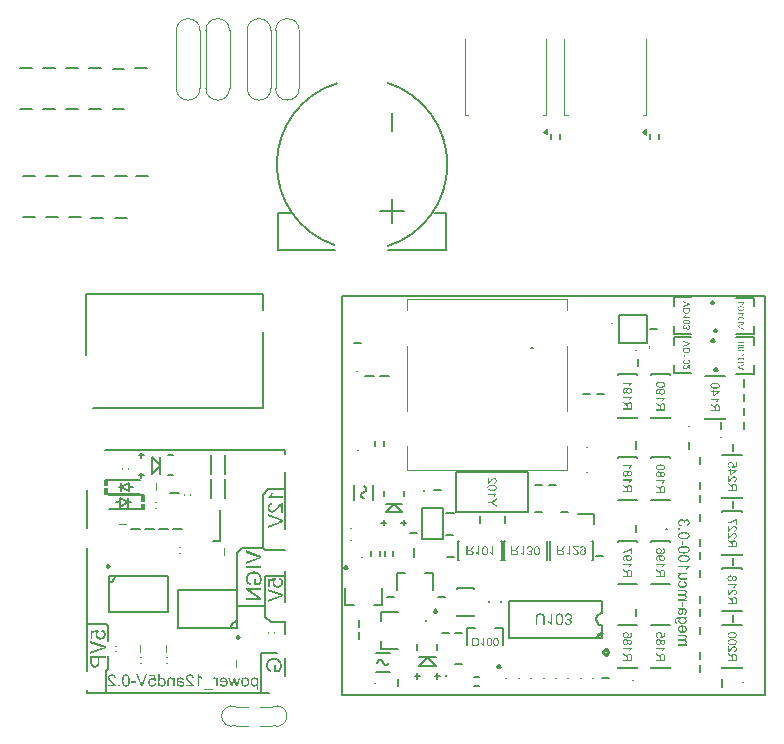
<source format=gbo>
G75*
G70*
%OFA0B0*%
%FSLAX25Y25*%
%IPPOS*%
%LPD*%
%AMOC8*
5,1,8,0,0,1.08239X$1,22.5*
%
%ADD10C,0.00787*%
%ADD131C,0.00300*%
%ADD50C,0.00591*%
%ADD55C,0.00800*%
%ADD56C,0.00472*%
%ADD57C,0.00984*%
%ADD58C,0.00669*%
%ADD59C,0.00394*%
%ADD60C,0.00390*%
X0000000Y0000000D02*
%LPD*%
G01*
D56*
X0107874Y0216929D02*
X0107874Y0236024D01*
X0115748Y0216929D02*
X0115748Y0236024D01*
X0107874Y0236024D02*
G75*
G02*
X0115748Y0236024I0003937J0000000D01*
G01*
X0115748Y0216732D02*
G75*
G02*
X0107874Y0216732I-003937J0000000D01*
G01*
D10*
X0129921Y0014567D02*
X0129921Y0147638D01*
X0270866Y0147638D02*
X0129921Y0147638D01*
X0270866Y0014567D02*
X0129921Y0014567D01*
X0270866Y0014567D02*
X0270866Y0147638D01*
D56*
X0084646Y0216929D02*
X0084646Y0236024D01*
X0092520Y0216929D02*
X0092520Y0236024D01*
X0084646Y0236024D02*
G75*
G02*
X0092520Y0236024I0003937J0000000D01*
G01*
X0092520Y0216732D02*
G75*
G02*
X0084646Y0216732I-003937J0000000D01*
G01*
D60*
X0094787Y0004331D02*
X0098787Y0004331D01*
X0098787Y0010630D02*
X0094787Y0010630D01*
X0102787Y0004331D02*
X0106787Y0004331D01*
X0106787Y0010630D02*
X0102787Y0010630D01*
D56*
X0094571Y0004324D02*
G75*
G02*
X0094587Y0010630I-001283J0003156D01*
G01*
X0106988Y0010630D02*
G75*
G02*
X0107022Y0004317I0001299J-003150D01*
G01*
X0074803Y0216929D02*
X0074803Y0236024D01*
X0082677Y0216929D02*
X0082677Y0236024D01*
X0074803Y0236024D02*
G75*
G02*
X0082677Y0236024I0003937J0000000D01*
G01*
X0082677Y0216732D02*
G75*
G02*
X0074803Y0216732I-003937J0000000D01*
G01*
X0098425Y0216929D02*
X0098425Y0236024D01*
X0106299Y0216929D02*
X0106299Y0236024D01*
X0098425Y0236024D02*
G75*
G02*
X0106299Y0236024I0003937J0000000D01*
G01*
X0106299Y0216732D02*
G75*
G02*
X0098425Y0216732I-003937J0000000D01*
G01*
D10*
X0044734Y0148031D02*
X0044734Y0127953D01*
X0047096Y0110236D02*
X0103789Y0110236D01*
X0103789Y0148031D02*
X0044734Y0148031D01*
X0103789Y0148031D02*
X0103789Y0142913D01*
X0103789Y0110236D02*
X0103789Y0135433D01*
X0044980Y0070177D02*
X0044980Y0082776D01*
X0044980Y0022539D02*
X0044980Y0063484D01*
X0044980Y0015059D02*
X0044980Y0016240D01*
X0044980Y0015059D02*
X0105610Y0015059D01*
X0050886Y0096161D02*
X0111122Y0096161D01*
X0111122Y0069783D02*
X0111122Y0088681D01*
X0111122Y0045374D02*
X0111122Y0056004D01*
X0111122Y0034744D02*
X0111122Y0039075D01*
X0111122Y0020768D02*
X0111122Y0026870D01*
X0111122Y0094980D02*
X0111122Y0096161D01*
X0057481Y0209902D02*
X0053544Y0209902D01*
X0041929Y0209843D02*
X0037992Y0209843D01*
X0037992Y0223346D02*
X0041929Y0223346D01*
X0038976Y0187402D02*
X0042913Y0187402D01*
X0042913Y0173898D02*
X0038976Y0173898D01*
X0035236Y0173898D02*
X0031299Y0173898D01*
D55*
X0232776Y0201516D02*
X0232776Y0199941D01*
X0235712Y0201520D02*
X0235712Y0199945D01*
D10*
X0026575Y0209843D02*
X0022638Y0209843D01*
D56*
X0204134Y0233110D02*
X0204134Y0207835D01*
X0204134Y0207835D02*
X0205197Y0207835D01*
X0231299Y0233110D02*
X0231299Y0207835D01*
X0231299Y0207835D02*
X0230236Y0207835D01*
X0231378Y0201299D02*
X0230079Y0202244D01*
X0231378Y0203189D01*
X0231378Y0201299D01*
G36*
X0231378Y0201299D02*
G01*
X0230079Y0202244D01*
X0231378Y0203189D01*
X0231378Y0201299D01*
G37*
D10*
X0049606Y0209843D02*
X0045669Y0209843D01*
X0034252Y0209843D02*
X0030315Y0209843D01*
X0061024Y0223346D02*
X0064961Y0223346D01*
X0023622Y0187402D02*
X0027559Y0187402D01*
X0027559Y0173898D02*
X0023622Y0173898D01*
X0054331Y0187402D02*
X0058268Y0187402D01*
D50*
X0108614Y0175338D02*
X0113340Y0175338D01*
X0108614Y0162913D02*
X0108614Y0175338D01*
X0108614Y0162913D02*
X0127830Y0162913D01*
X0142614Y0175938D02*
X0150614Y0175938D01*
X0145398Y0162913D02*
X0164614Y0162913D01*
X0146614Y0202438D02*
X0146614Y0208438D01*
X0146614Y0171938D02*
X0146614Y0179938D01*
X0160908Y0175338D02*
X0164614Y0175338D01*
X0164614Y0162913D02*
X0164614Y0175338D01*
X0127569Y0164506D02*
G75*
G02*
X0128252Y0218391I0009045J0026832D01*
G01*
X0145095Y0218573D02*
G75*
G02*
X0145178Y0164129I-008480J-027235D01*
G01*
D55*
X0199616Y0201476D02*
X0199616Y0199902D01*
X0202553Y0201481D02*
X0202553Y0199906D01*
D10*
X0058268Y0173622D02*
X0054331Y0173622D01*
X0061417Y0187402D02*
X0065354Y0187402D01*
X0046653Y0187402D02*
X0050590Y0187402D01*
X0050394Y0173622D02*
X0046457Y0173622D01*
D56*
X0170965Y0233169D02*
X0170965Y0207894D01*
X0170965Y0207894D02*
X0172028Y0207894D01*
X0198130Y0233169D02*
X0198130Y0207894D01*
X0198130Y0207894D02*
X0197067Y0207894D01*
X0198209Y0201358D02*
X0196909Y0202303D01*
X0198209Y0203248D01*
X0198209Y0201358D01*
G36*
X0198209Y0201358D02*
G01*
X0196909Y0202303D01*
X0198209Y0203248D01*
X0198209Y0201358D01*
G37*
D10*
X0022638Y0223346D02*
X0026575Y0223346D01*
X0045669Y0223346D02*
X0049606Y0223346D01*
X0030315Y0223346D02*
X0034252Y0223346D01*
X0053544Y0223287D02*
X0057481Y0223287D01*
X0031299Y0187402D02*
X0035236Y0187402D01*
X0271260Y0014173D02*
G01*
G75*
G36*
X0241019Y0039435D02*
X0241035Y0039571D01*
X0241047Y0039632D01*
X0241060Y0039685D01*
X0241072Y0039739D01*
X0241089Y0039788D01*
X0241105Y0039833D01*
X0241117Y0039870D01*
X0241130Y0039903D01*
X0241142Y0039931D01*
X0241154Y0039952D01*
X0241158Y0039968D01*
X0241166Y0039977D01*
X0241166Y0039981D01*
X0241228Y0040079D01*
X0241298Y0040165D01*
X0241367Y0040235D01*
X0241437Y0040292D01*
X0241494Y0040337D01*
X0241544Y0040370D01*
X0241564Y0040383D01*
X0241576Y0040391D01*
X0241585Y0040395D01*
X0241589Y0040395D01*
X0241642Y0040419D01*
X0241703Y0040440D01*
X0241773Y0040456D01*
X0241843Y0040473D01*
X0241995Y0040493D01*
X0242142Y0040510D01*
X0242212Y0040514D01*
X0242278Y0040518D01*
X0242339Y0040522D01*
X0242392Y0040526D01*
X0242433Y0040526D01*
X0242466Y0040526D01*
X0242487Y0040526D01*
X0242495Y0040526D01*
X0244865Y0040526D01*
X0244865Y0040100D01*
X0244528Y0040100D01*
X0244598Y0040038D01*
X0244660Y0039977D01*
X0244713Y0039907D01*
X0244758Y0039841D01*
X0244799Y0039772D01*
X0244828Y0039706D01*
X0244856Y0039640D01*
X0244877Y0039579D01*
X0244893Y0039521D01*
X0244906Y0039468D01*
X0244914Y0039419D01*
X0244922Y0039378D01*
X0244922Y0039345D01*
X0244926Y0039317D01*
X0244926Y0039230D01*
X0244918Y0039165D01*
X0244897Y0039046D01*
X0244869Y0038939D01*
X0244852Y0038890D01*
X0244836Y0038845D01*
X0244815Y0038804D01*
X0244799Y0038771D01*
X0244783Y0038738D01*
X0244770Y0038714D01*
X0244758Y0038693D01*
X0244750Y0038677D01*
X0244746Y0038669D01*
X0244742Y0038665D01*
X0244668Y0038570D01*
X0244586Y0038484D01*
X0244500Y0038414D01*
X0244418Y0038357D01*
X0244344Y0038312D01*
X0244311Y0038291D01*
X0244282Y0038279D01*
X0244262Y0038267D01*
X0244246Y0038259D01*
X0244233Y0038251D01*
X0244229Y0038251D01*
X0244102Y0038205D01*
X0243975Y0038168D01*
X0243856Y0038144D01*
X0243745Y0038128D01*
X0243692Y0038123D01*
X0243647Y0038119D01*
X0243610Y0038115D01*
X0243573Y0038115D01*
X0243544Y0038111D01*
X0243524Y0038111D01*
X0243512Y0038111D01*
X0243507Y0038111D01*
X0243401Y0038115D01*
X0243303Y0038123D01*
X0243204Y0038140D01*
X0243114Y0038160D01*
X0243028Y0038181D01*
X0242946Y0038209D01*
X0242872Y0038238D01*
X0242802Y0038267D01*
X0242741Y0038296D01*
X0242688Y0038320D01*
X0242638Y0038349D01*
X0242601Y0038369D01*
X0242569Y0038390D01*
X0242548Y0038406D01*
X0242532Y0038414D01*
X0242528Y0038419D01*
X0242458Y0038480D01*
X0242392Y0038546D01*
X0242339Y0038615D01*
X0242294Y0038689D01*
X0242253Y0038759D01*
X0242220Y0038833D01*
X0242195Y0038907D01*
X0242171Y0038976D01*
X0242155Y0039042D01*
X0242142Y0039099D01*
X0242134Y0039157D01*
X0242130Y0039202D01*
X0242126Y0039243D01*
X0242122Y0039271D01*
X0242122Y0039296D01*
X0242126Y0039378D01*
X0242138Y0039460D01*
X0242155Y0039534D01*
X0242179Y0039604D01*
X0242204Y0039673D01*
X0242236Y0039735D01*
X0242265Y0039792D01*
X0242302Y0039845D01*
X0242335Y0039890D01*
X0242368Y0039936D01*
X0242396Y0039968D01*
X0242421Y0040001D01*
X0242446Y0040022D01*
X0242462Y0040042D01*
X0242474Y0040050D01*
X0242478Y0040054D01*
X0242396Y0040054D01*
X0242323Y0040054D01*
X0242257Y0040050D01*
X0242195Y0040050D01*
X0242142Y0040046D01*
X0242093Y0040046D01*
X0242052Y0040042D01*
X0242015Y0040038D01*
X0241982Y0040034D01*
X0241958Y0040034D01*
X0241933Y0040030D01*
X0241917Y0040026D01*
X0241904Y0040026D01*
X0241896Y0040022D01*
X0241888Y0040022D01*
X0241806Y0039993D01*
X0241732Y0039956D01*
X0241671Y0039915D01*
X0241622Y0039878D01*
X0241580Y0039837D01*
X0241552Y0039808D01*
X0241531Y0039788D01*
X0241527Y0039784D01*
X0241527Y0039780D01*
X0241482Y0039710D01*
X0241453Y0039628D01*
X0241429Y0039546D01*
X0241412Y0039468D01*
X0241404Y0039394D01*
X0241400Y0039366D01*
X0241400Y0039337D01*
X0241396Y0039317D01*
X0241396Y0039284D01*
X0241400Y0039177D01*
X0241416Y0039083D01*
X0241437Y0039005D01*
X0241462Y0038935D01*
X0241486Y0038882D01*
X0241507Y0038845D01*
X0241523Y0038820D01*
X0241527Y0038812D01*
X0241568Y0038767D01*
X0241617Y0038734D01*
X0241667Y0038706D01*
X0241720Y0038685D01*
X0241765Y0038673D01*
X0241802Y0038665D01*
X0241826Y0038656D01*
X0241831Y0038656D01*
X0241835Y0038656D01*
X0241896Y0038205D01*
X0241814Y0038205D01*
X0241740Y0038214D01*
X0241671Y0038226D01*
X0241605Y0038246D01*
X0241548Y0038267D01*
X0241490Y0038291D01*
X0241441Y0038316D01*
X0241400Y0038345D01*
X0241359Y0038374D01*
X0241326Y0038398D01*
X0241298Y0038423D01*
X0241273Y0038447D01*
X0241257Y0038464D01*
X0241244Y0038480D01*
X0241236Y0038488D01*
X0241232Y0038492D01*
X0241195Y0038550D01*
X0241158Y0038615D01*
X0241130Y0038677D01*
X0241105Y0038747D01*
X0241064Y0038878D01*
X0241039Y0039005D01*
X0241031Y0039062D01*
X0241023Y0039116D01*
X0241019Y0039165D01*
X0241015Y0039206D01*
X0241011Y0039239D01*
X0241011Y0039288D01*
X0241019Y0039435D01*
D02*
G37*
G36*
X0242651Y0070095D02*
X0242651Y0069566D01*
X0242122Y0069566D01*
X0242122Y0070095D01*
X0242651Y0070095D01*
D02*
G37*
G36*
X0242064Y0036586D02*
X0242068Y0036672D01*
X0242081Y0036750D01*
X0242097Y0036824D01*
X0242113Y0036893D01*
X0242134Y0036955D01*
X0242155Y0037016D01*
X0242175Y0037070D01*
X0242195Y0037119D01*
X0242216Y0037160D01*
X0242236Y0037197D01*
X0242253Y0037230D01*
X0242269Y0037250D01*
X0242282Y0037271D01*
X0242286Y0037279D01*
X0242290Y0037283D01*
X0242335Y0037340D01*
X0242384Y0037389D01*
X0242437Y0037435D01*
X0242491Y0037480D01*
X0242601Y0037554D01*
X0242704Y0037611D01*
X0242753Y0037631D01*
X0242798Y0037652D01*
X0242839Y0037668D01*
X0242876Y0037681D01*
X0242905Y0037693D01*
X0242925Y0037701D01*
X0242942Y0037705D01*
X0242946Y0037705D01*
X0243007Y0037221D01*
X0242905Y0037180D01*
X0242815Y0037131D01*
X0242737Y0037082D01*
X0242679Y0037037D01*
X0242630Y0036996D01*
X0242597Y0036963D01*
X0242581Y0036943D01*
X0242573Y0036938D01*
X0242573Y0036934D01*
X0242528Y0036865D01*
X0242499Y0036791D01*
X0242474Y0036717D01*
X0242458Y0036652D01*
X0242450Y0036590D01*
X0242446Y0036541D01*
X0242441Y0036524D01*
X0242441Y0036500D01*
X0242446Y0036438D01*
X0242454Y0036377D01*
X0242462Y0036319D01*
X0242478Y0036266D01*
X0242515Y0036168D01*
X0242560Y0036086D01*
X0242581Y0036049D01*
X0242605Y0036016D01*
X0242626Y0035991D01*
X0242642Y0035967D01*
X0242659Y0035950D01*
X0242671Y0035938D01*
X0242675Y0035930D01*
X0242679Y0035926D01*
X0242728Y0035885D01*
X0242778Y0035848D01*
X0242835Y0035819D01*
X0242888Y0035791D01*
X0243007Y0035745D01*
X0243118Y0035713D01*
X0243171Y0035700D01*
X0243220Y0035692D01*
X0243261Y0035684D01*
X0243303Y0035680D01*
X0243331Y0035676D01*
X0243356Y0035672D01*
X0243372Y0035672D01*
X0243376Y0035672D01*
X0243376Y0037717D01*
X0243430Y0037722D01*
X0243471Y0037722D01*
X0243491Y0037722D01*
X0243499Y0037722D01*
X0243622Y0037717D01*
X0243737Y0037705D01*
X0243848Y0037689D01*
X0243950Y0037668D01*
X0244045Y0037640D01*
X0244131Y0037611D01*
X0244209Y0037578D01*
X0244278Y0037549D01*
X0244340Y0037517D01*
X0244397Y0037484D01*
X0244442Y0037455D01*
X0244479Y0037426D01*
X0244512Y0037406D01*
X0244532Y0037389D01*
X0244545Y0037377D01*
X0244549Y0037373D01*
X0244615Y0037307D01*
X0244672Y0037234D01*
X0244725Y0037160D01*
X0244766Y0037086D01*
X0244803Y0037012D01*
X0244836Y0036934D01*
X0244861Y0036865D01*
X0244881Y0036795D01*
X0244893Y0036729D01*
X0244906Y0036668D01*
X0244914Y0036615D01*
X0244922Y0036565D01*
X0244922Y0036528D01*
X0244926Y0036500D01*
X0244926Y0036475D01*
X0244922Y0036373D01*
X0244910Y0036270D01*
X0244889Y0036180D01*
X0244865Y0036090D01*
X0244836Y0036008D01*
X0244803Y0035930D01*
X0244770Y0035860D01*
X0244733Y0035799D01*
X0244696Y0035741D01*
X0244664Y0035692D01*
X0244631Y0035647D01*
X0244602Y0035614D01*
X0244578Y0035586D01*
X0244557Y0035565D01*
X0244545Y0035553D01*
X0244541Y0035549D01*
X0244467Y0035487D01*
X0244385Y0035434D01*
X0244299Y0035385D01*
X0244213Y0035344D01*
X0244122Y0035311D01*
X0244032Y0035282D01*
X0243946Y0035257D01*
X0243860Y0035241D01*
X0243782Y0035225D01*
X0243704Y0035217D01*
X0243639Y0035208D01*
X0243581Y0035200D01*
X0243532Y0035200D01*
X0243495Y0035196D01*
X0243475Y0035196D01*
X0243467Y0035196D01*
X0243344Y0035200D01*
X0243229Y0035212D01*
X0243122Y0035229D01*
X0243024Y0035249D01*
X0242929Y0035278D01*
X0242843Y0035307D01*
X0242765Y0035340D01*
X0242696Y0035372D01*
X0242634Y0035401D01*
X0242581Y0035434D01*
X0242536Y0035463D01*
X0242499Y0035491D01*
X0242466Y0035512D01*
X0242446Y0035528D01*
X0242433Y0035540D01*
X0242429Y0035545D01*
X0242364Y0035614D01*
X0242306Y0035688D01*
X0242257Y0035762D01*
X0242216Y0035844D01*
X0242179Y0035922D01*
X0242150Y0036004D01*
X0242126Y0036082D01*
X0242105Y0036155D01*
X0242093Y0036225D01*
X0242081Y0036291D01*
X0242072Y0036348D01*
X0242064Y0036401D01*
X0242064Y0036442D01*
X0242060Y0036475D01*
X0242060Y0036500D01*
X0242064Y0036586D01*
D02*
G37*
G36*
X0242064Y0051522D02*
X0242072Y0051600D01*
X0242085Y0051674D01*
X0242101Y0051748D01*
X0242122Y0051813D01*
X0242146Y0051875D01*
X0242167Y0051932D01*
X0242195Y0051986D01*
X0242220Y0052031D01*
X0242241Y0052076D01*
X0242265Y0052109D01*
X0242286Y0052141D01*
X0242302Y0052162D01*
X0242314Y0052182D01*
X0242323Y0052190D01*
X0242327Y0052195D01*
X0242380Y0052248D01*
X0242433Y0052301D01*
X0242495Y0052346D01*
X0242556Y0052383D01*
X0242618Y0052420D01*
X0242679Y0052453D01*
X0242794Y0052502D01*
X0242851Y0052523D01*
X0242901Y0052539D01*
X0242946Y0052551D01*
X0242987Y0052564D01*
X0243020Y0052572D01*
X0243044Y0052576D01*
X0243061Y0052580D01*
X0243065Y0052580D01*
X0243126Y0052125D01*
X0243061Y0052113D01*
X0243003Y0052100D01*
X0242946Y0052084D01*
X0242897Y0052067D01*
X0242847Y0052047D01*
X0242806Y0052031D01*
X0242770Y0052010D01*
X0242733Y0051990D01*
X0242704Y0051969D01*
X0242679Y0051953D01*
X0242638Y0051920D01*
X0242614Y0051899D01*
X0242610Y0051895D01*
X0242605Y0051891D01*
X0242552Y0051817D01*
X0242511Y0051744D01*
X0242482Y0051666D01*
X0242462Y0051596D01*
X0242450Y0051530D01*
X0242446Y0051506D01*
X0242446Y0051481D01*
X0242441Y0051461D01*
X0242441Y0051436D01*
X0242446Y0051375D01*
X0242454Y0051313D01*
X0242466Y0051260D01*
X0242482Y0051207D01*
X0242519Y0051112D01*
X0242569Y0051030D01*
X0242589Y0050997D01*
X0242614Y0050969D01*
X0242634Y0050944D01*
X0242655Y0050919D01*
X0242667Y0050903D01*
X0242679Y0050891D01*
X0242688Y0050887D01*
X0242692Y0050883D01*
X0242741Y0050846D01*
X0242798Y0050813D01*
X0242860Y0050784D01*
X0242921Y0050764D01*
X0243057Y0050723D01*
X0243188Y0050698D01*
X0243249Y0050690D01*
X0243307Y0050686D01*
X0243360Y0050682D01*
X0243405Y0050678D01*
X0243442Y0050673D01*
X0243471Y0050673D01*
X0243491Y0050673D01*
X0243495Y0050673D01*
X0243594Y0050678D01*
X0243688Y0050682D01*
X0243770Y0050694D01*
X0243848Y0050706D01*
X0243922Y0050723D01*
X0243987Y0050743D01*
X0244045Y0050764D01*
X0244098Y0050784D01*
X0244143Y0050801D01*
X0244184Y0050821D01*
X0244217Y0050842D01*
X0244241Y0050858D01*
X0244266Y0050870D01*
X0244278Y0050883D01*
X0244286Y0050887D01*
X0244291Y0050891D01*
X0244336Y0050932D01*
X0244373Y0050977D01*
X0244409Y0051026D01*
X0244438Y0051071D01*
X0244463Y0051120D01*
X0244483Y0051165D01*
X0244512Y0051256D01*
X0244532Y0051338D01*
X0244537Y0051371D01*
X0244541Y0051403D01*
X0244545Y0051428D01*
X0244545Y0051461D01*
X0244541Y0051543D01*
X0244524Y0051621D01*
X0244500Y0051686D01*
X0244475Y0051744D01*
X0244446Y0051789D01*
X0244426Y0051826D01*
X0244409Y0051846D01*
X0244401Y0051854D01*
X0244344Y0051912D01*
X0244278Y0051961D01*
X0244209Y0051998D01*
X0244143Y0052031D01*
X0244082Y0052055D01*
X0244032Y0052072D01*
X0244012Y0052076D01*
X0243999Y0052080D01*
X0243991Y0052084D01*
X0243987Y0052084D01*
X0244057Y0052535D01*
X0244131Y0052519D01*
X0244205Y0052494D01*
X0244270Y0052469D01*
X0244332Y0052445D01*
X0244389Y0052416D01*
X0244442Y0052383D01*
X0244487Y0052354D01*
X0244532Y0052322D01*
X0244569Y0052293D01*
X0244602Y0052264D01*
X0244631Y0052240D01*
X0244655Y0052215D01*
X0244672Y0052199D01*
X0244684Y0052182D01*
X0244692Y0052174D01*
X0244696Y0052170D01*
X0244738Y0052117D01*
X0244774Y0052059D01*
X0244803Y0051998D01*
X0244828Y0051936D01*
X0244869Y0051813D01*
X0244897Y0051698D01*
X0244906Y0051645D01*
X0244914Y0051596D01*
X0244918Y0051551D01*
X0244922Y0051514D01*
X0244926Y0051485D01*
X0244926Y0051440D01*
X0244918Y0051313D01*
X0244901Y0051190D01*
X0244873Y0051079D01*
X0244856Y0051030D01*
X0244844Y0050981D01*
X0244828Y0050940D01*
X0244811Y0050903D01*
X0244799Y0050870D01*
X0244783Y0050842D01*
X0244774Y0050817D01*
X0244766Y0050801D01*
X0244758Y0050792D01*
X0244758Y0050788D01*
X0244688Y0050682D01*
X0244610Y0050592D01*
X0244524Y0050514D01*
X0244446Y0050452D01*
X0244373Y0050403D01*
X0244340Y0050386D01*
X0244311Y0050370D01*
X0244291Y0050358D01*
X0244274Y0050350D01*
X0244262Y0050341D01*
X0244258Y0050341D01*
X0244131Y0050292D01*
X0243995Y0050259D01*
X0243864Y0050235D01*
X0243745Y0050214D01*
X0243688Y0050210D01*
X0243639Y0050206D01*
X0243594Y0050202D01*
X0243553Y0050202D01*
X0243524Y0050198D01*
X0243499Y0050198D01*
X0243483Y0050198D01*
X0243479Y0050198D01*
X0243356Y0050202D01*
X0243237Y0050214D01*
X0243126Y0050231D01*
X0243024Y0050251D01*
X0242929Y0050276D01*
X0242843Y0050305D01*
X0242765Y0050337D01*
X0242696Y0050370D01*
X0242634Y0050399D01*
X0242577Y0050432D01*
X0242532Y0050460D01*
X0242495Y0050485D01*
X0242462Y0050505D01*
X0242441Y0050522D01*
X0242429Y0050534D01*
X0242425Y0050538D01*
X0242359Y0050604D01*
X0242306Y0050673D01*
X0242257Y0050747D01*
X0242216Y0050821D01*
X0242179Y0050899D01*
X0242150Y0050973D01*
X0242126Y0051047D01*
X0242105Y0051116D01*
X0242089Y0051182D01*
X0242081Y0051243D01*
X0242072Y0051301D01*
X0242064Y0051346D01*
X0242064Y0051387D01*
X0242060Y0051416D01*
X0242060Y0051440D01*
X0242064Y0051522D01*
D02*
G37*
G36*
X0243725Y0065983D02*
X0243725Y0064552D01*
X0243257Y0064552D01*
X0243257Y0065983D01*
X0243725Y0065983D01*
D02*
G37*
G36*
X0243725Y0045417D02*
X0243725Y0043986D01*
X0243257Y0043986D01*
X0243257Y0045417D01*
X0243725Y0045417D01*
D02*
G37*
G36*
X0242060Y0072080D02*
X0242072Y0072174D01*
X0242089Y0072264D01*
X0242109Y0072350D01*
X0242134Y0072432D01*
X0242163Y0072506D01*
X0242195Y0072576D01*
X0242228Y0072637D01*
X0242257Y0072695D01*
X0242290Y0072744D01*
X0242318Y0072789D01*
X0242343Y0072822D01*
X0242364Y0072850D01*
X0242380Y0072871D01*
X0242392Y0072883D01*
X0242396Y0072887D01*
X0242462Y0072953D01*
X0242532Y0073006D01*
X0242601Y0073055D01*
X0242675Y0073096D01*
X0242745Y0073133D01*
X0242815Y0073162D01*
X0242880Y0073187D01*
X0242946Y0073207D01*
X0243007Y0073224D01*
X0243061Y0073232D01*
X0243110Y0073240D01*
X0243155Y0073248D01*
X0243188Y0073248D01*
X0243216Y0073252D01*
X0243233Y0073252D01*
X0243237Y0073252D01*
X0243303Y0073252D01*
X0243368Y0073244D01*
X0243487Y0073224D01*
X0243590Y0073191D01*
X0243635Y0073174D01*
X0243676Y0073158D01*
X0243717Y0073142D01*
X0243749Y0073125D01*
X0243778Y0073109D01*
X0243799Y0073092D01*
X0243819Y0073080D01*
X0243831Y0073072D01*
X0243840Y0073068D01*
X0243844Y0073064D01*
X0243930Y0072990D01*
X0243999Y0072904D01*
X0244053Y0072818D01*
X0244098Y0072736D01*
X0244131Y0072658D01*
X0244143Y0072625D01*
X0244151Y0072600D01*
X0244159Y0072576D01*
X0244163Y0072559D01*
X0244168Y0072547D01*
X0244168Y0072543D01*
X0244217Y0072633D01*
X0244266Y0072711D01*
X0244319Y0072781D01*
X0244373Y0072834D01*
X0244418Y0072879D01*
X0244455Y0072908D01*
X0244479Y0072928D01*
X0244483Y0072932D01*
X0244487Y0072932D01*
X0244565Y0072978D01*
X0244643Y0073010D01*
X0244717Y0073035D01*
X0244787Y0073051D01*
X0244844Y0073059D01*
X0244893Y0073068D01*
X0244910Y0073068D01*
X0244922Y0073068D01*
X0244930Y0073068D01*
X0244934Y0073068D01*
X0245029Y0073064D01*
X0245119Y0073047D01*
X0245201Y0073023D01*
X0245275Y0072998D01*
X0245336Y0072973D01*
X0245361Y0072961D01*
X0245381Y0072949D01*
X0245398Y0072941D01*
X0245414Y0072932D01*
X0245418Y0072928D01*
X0245422Y0072928D01*
X0245504Y0072871D01*
X0245574Y0072805D01*
X0245635Y0072740D01*
X0245689Y0072674D01*
X0245730Y0072617D01*
X0245758Y0072572D01*
X0245771Y0072551D01*
X0245779Y0072539D01*
X0245783Y0072531D01*
X0245783Y0072527D01*
X0245828Y0072428D01*
X0245861Y0072330D01*
X0245886Y0072231D01*
X0245902Y0072145D01*
X0245910Y0072067D01*
X0245914Y0072039D01*
X0245918Y0072010D01*
X0245918Y0071957D01*
X0245914Y0071875D01*
X0245906Y0071797D01*
X0245894Y0071723D01*
X0245877Y0071649D01*
X0245857Y0071584D01*
X0245836Y0071522D01*
X0245812Y0071465D01*
X0245791Y0071415D01*
X0245767Y0071366D01*
X0245742Y0071325D01*
X0245721Y0071292D01*
X0245701Y0071260D01*
X0245685Y0071239D01*
X0245672Y0071219D01*
X0245664Y0071210D01*
X0245660Y0071206D01*
X0245611Y0071153D01*
X0245553Y0071104D01*
X0245496Y0071059D01*
X0245439Y0071018D01*
X0245377Y0070981D01*
X0245320Y0070952D01*
X0245201Y0070899D01*
X0245148Y0070878D01*
X0245098Y0070862D01*
X0245053Y0070850D01*
X0245016Y0070837D01*
X0244984Y0070829D01*
X0244959Y0070825D01*
X0244942Y0070821D01*
X0244938Y0070821D01*
X0244856Y0071284D01*
X0244975Y0071309D01*
X0245078Y0071342D01*
X0245168Y0071378D01*
X0245238Y0071420D01*
X0245295Y0071452D01*
X0245332Y0071485D01*
X0245357Y0071506D01*
X0245365Y0071514D01*
X0245422Y0071588D01*
X0245463Y0071661D01*
X0245496Y0071739D01*
X0245517Y0071809D01*
X0245529Y0071875D01*
X0245533Y0071899D01*
X0245533Y0071924D01*
X0245537Y0071944D01*
X0245537Y0071969D01*
X0245529Y0072067D01*
X0245512Y0072153D01*
X0245484Y0072231D01*
X0245455Y0072297D01*
X0245422Y0072346D01*
X0245394Y0072383D01*
X0245377Y0072408D01*
X0245369Y0072416D01*
X0245336Y0072449D01*
X0245303Y0072473D01*
X0245230Y0072518D01*
X0245160Y0072551D01*
X0245094Y0072572D01*
X0245033Y0072584D01*
X0244988Y0072588D01*
X0244967Y0072592D01*
X0244955Y0072592D01*
X0244947Y0072592D01*
X0244942Y0072592D01*
X0244885Y0072588D01*
X0244832Y0072580D01*
X0244778Y0072572D01*
X0244733Y0072555D01*
X0244651Y0072514D01*
X0244586Y0072473D01*
X0244532Y0072428D01*
X0244496Y0072387D01*
X0244483Y0072371D01*
X0244475Y0072362D01*
X0244467Y0072354D01*
X0244467Y0072350D01*
X0244414Y0072260D01*
X0244377Y0072166D01*
X0244348Y0072075D01*
X0244332Y0071993D01*
X0244319Y0071924D01*
X0244315Y0071895D01*
X0244315Y0071866D01*
X0244311Y0071846D01*
X0244311Y0071793D01*
X0244315Y0071768D01*
X0244319Y0071747D01*
X0244319Y0071739D01*
X0243913Y0071690D01*
X0243930Y0071760D01*
X0243942Y0071825D01*
X0243950Y0071879D01*
X0243959Y0071928D01*
X0243959Y0071965D01*
X0243963Y0071993D01*
X0243963Y0072018D01*
X0243959Y0072075D01*
X0243954Y0072133D01*
X0243930Y0072235D01*
X0243897Y0072326D01*
X0243860Y0072404D01*
X0243819Y0072465D01*
X0243803Y0072490D01*
X0243786Y0072510D01*
X0243774Y0072527D01*
X0243762Y0072539D01*
X0243758Y0072543D01*
X0243753Y0072547D01*
X0243713Y0072584D01*
X0243672Y0072617D01*
X0243630Y0072645D01*
X0243585Y0072670D01*
X0243499Y0072707D01*
X0243413Y0072736D01*
X0243339Y0072748D01*
X0243311Y0072752D01*
X0243282Y0072756D01*
X0243261Y0072760D01*
X0243241Y0072760D01*
X0243233Y0072760D01*
X0243229Y0072760D01*
X0243167Y0072756D01*
X0243110Y0072752D01*
X0242999Y0072723D01*
X0242905Y0072690D01*
X0242823Y0072650D01*
X0242786Y0072625D01*
X0242757Y0072604D01*
X0242728Y0072588D01*
X0242708Y0072572D01*
X0242692Y0072555D01*
X0242679Y0072543D01*
X0242671Y0072539D01*
X0242667Y0072535D01*
X0242626Y0072490D01*
X0242593Y0072444D01*
X0242565Y0072399D01*
X0242536Y0072354D01*
X0242495Y0072260D01*
X0242470Y0072170D01*
X0242454Y0072096D01*
X0242450Y0072059D01*
X0242446Y0072035D01*
X0242441Y0072010D01*
X0242441Y0071977D01*
X0242450Y0071879D01*
X0242470Y0071784D01*
X0242495Y0071707D01*
X0242528Y0071637D01*
X0242560Y0071579D01*
X0242585Y0071538D01*
X0242597Y0071526D01*
X0242605Y0071514D01*
X0242614Y0071510D01*
X0242614Y0071506D01*
X0242651Y0071473D01*
X0242688Y0071440D01*
X0242774Y0071383D01*
X0242868Y0071338D01*
X0242962Y0071301D01*
X0243048Y0071272D01*
X0243085Y0071264D01*
X0243118Y0071255D01*
X0243147Y0071247D01*
X0243167Y0071243D01*
X0243180Y0071239D01*
X0243184Y0071239D01*
X0243122Y0070776D01*
X0243036Y0070788D01*
X0242954Y0070804D01*
X0242876Y0070829D01*
X0242802Y0070854D01*
X0242733Y0070882D01*
X0242671Y0070915D01*
X0242610Y0070948D01*
X0242560Y0070981D01*
X0242511Y0071014D01*
X0242470Y0071042D01*
X0242433Y0071071D01*
X0242405Y0071096D01*
X0242380Y0071120D01*
X0242364Y0071137D01*
X0242355Y0071145D01*
X0242351Y0071149D01*
X0242298Y0071210D01*
X0242253Y0071280D01*
X0242216Y0071346D01*
X0242179Y0071415D01*
X0242150Y0071485D01*
X0242130Y0071555D01*
X0242109Y0071620D01*
X0242093Y0071686D01*
X0242081Y0071747D01*
X0242072Y0071801D01*
X0242064Y0071850D01*
X0242060Y0071895D01*
X0242060Y0071928D01*
X0242056Y0071957D01*
X0242056Y0071977D01*
X0242060Y0072080D01*
D02*
G37*
G36*
X0244004Y0049644D02*
X0244090Y0049640D01*
X0244168Y0049636D01*
X0244241Y0049624D01*
X0244311Y0049612D01*
X0244373Y0049595D01*
X0244430Y0049575D01*
X0244479Y0049554D01*
X0244524Y0049534D01*
X0244565Y0049513D01*
X0244602Y0049493D01*
X0244631Y0049476D01*
X0244655Y0049456D01*
X0244672Y0049444D01*
X0244684Y0049431D01*
X0244692Y0049427D01*
X0244696Y0049423D01*
X0244738Y0049382D01*
X0244774Y0049333D01*
X0244803Y0049284D01*
X0244828Y0049234D01*
X0244869Y0049128D01*
X0244897Y0049029D01*
X0244906Y0048980D01*
X0244914Y0048935D01*
X0244918Y0048898D01*
X0244922Y0048861D01*
X0244926Y0048837D01*
X0244926Y0048796D01*
X0244922Y0048701D01*
X0244906Y0048611D01*
X0244881Y0048525D01*
X0244852Y0048443D01*
X0244815Y0048369D01*
X0244774Y0048300D01*
X0244729Y0048234D01*
X0244688Y0048177D01*
X0244643Y0048123D01*
X0244598Y0048078D01*
X0244557Y0048037D01*
X0244520Y0048009D01*
X0244492Y0047980D01*
X0244467Y0047963D01*
X0244451Y0047951D01*
X0244446Y0047947D01*
X0244528Y0047910D01*
X0244598Y0047869D01*
X0244655Y0047824D01*
X0244709Y0047779D01*
X0244746Y0047734D01*
X0244774Y0047701D01*
X0244795Y0047676D01*
X0244799Y0047672D01*
X0244799Y0047668D01*
X0244840Y0047590D01*
X0244873Y0047508D01*
X0244893Y0047426D01*
X0244910Y0047348D01*
X0244918Y0047279D01*
X0244922Y0047250D01*
X0244926Y0047221D01*
X0244926Y0047172D01*
X0244922Y0047074D01*
X0244906Y0046979D01*
X0244889Y0046897D01*
X0244865Y0046824D01*
X0244844Y0046766D01*
X0244832Y0046742D01*
X0244824Y0046721D01*
X0244815Y0046705D01*
X0244807Y0046692D01*
X0244803Y0046688D01*
X0244803Y0046684D01*
X0244754Y0046606D01*
X0244701Y0046541D01*
X0244647Y0046483D01*
X0244594Y0046434D01*
X0244549Y0046393D01*
X0244512Y0046364D01*
X0244487Y0046348D01*
X0244483Y0046340D01*
X0244865Y0046340D01*
X0244865Y0045926D01*
X0242122Y0045926D01*
X0242122Y0046389D01*
X0243544Y0046389D01*
X0243614Y0046389D01*
X0243676Y0046393D01*
X0243737Y0046397D01*
X0243790Y0046401D01*
X0243844Y0046405D01*
X0243889Y0046414D01*
X0243930Y0046418D01*
X0243971Y0046426D01*
X0244004Y0046434D01*
X0244032Y0046438D01*
X0244057Y0046446D01*
X0244077Y0046451D01*
X0244094Y0046455D01*
X0244106Y0046459D01*
X0244110Y0046463D01*
X0244114Y0046463D01*
X0244184Y0046496D01*
X0244246Y0046532D01*
X0244299Y0046574D01*
X0244340Y0046614D01*
X0244377Y0046647D01*
X0244397Y0046676D01*
X0244414Y0046697D01*
X0244418Y0046705D01*
X0244455Y0046770D01*
X0244479Y0046832D01*
X0244500Y0046893D01*
X0244512Y0046951D01*
X0244520Y0047000D01*
X0244524Y0047037D01*
X0244524Y0047070D01*
X0244516Y0047160D01*
X0244500Y0047238D01*
X0244475Y0047299D01*
X0244446Y0047353D01*
X0244418Y0047389D01*
X0244393Y0047418D01*
X0244377Y0047434D01*
X0244369Y0047439D01*
X0244303Y0047476D01*
X0244229Y0047504D01*
X0244151Y0047525D01*
X0244077Y0047541D01*
X0244008Y0047549D01*
X0243979Y0047549D01*
X0243954Y0047553D01*
X0243930Y0047553D01*
X0243913Y0047553D01*
X0243905Y0047553D01*
X0243901Y0047553D01*
X0242122Y0047553D01*
X0242122Y0048017D01*
X0243713Y0048017D01*
X0243790Y0048021D01*
X0243860Y0048025D01*
X0243930Y0048033D01*
X0243991Y0048045D01*
X0244045Y0048062D01*
X0244098Y0048078D01*
X0244143Y0048095D01*
X0244184Y0048115D01*
X0244217Y0048132D01*
X0244250Y0048148D01*
X0244274Y0048164D01*
X0244295Y0048181D01*
X0244311Y0048193D01*
X0244323Y0048201D01*
X0244328Y0048209D01*
X0244332Y0048209D01*
X0244364Y0048246D01*
X0244397Y0048287D01*
X0244442Y0048365D01*
X0244479Y0048447D01*
X0244500Y0048525D01*
X0244516Y0048591D01*
X0244520Y0048619D01*
X0244520Y0048644D01*
X0244524Y0048665D01*
X0244524Y0048693D01*
X0244520Y0048751D01*
X0244512Y0048804D01*
X0244500Y0048853D01*
X0244487Y0048894D01*
X0244471Y0048927D01*
X0244459Y0048951D01*
X0244451Y0048968D01*
X0244446Y0048972D01*
X0244418Y0049013D01*
X0244385Y0049050D01*
X0244352Y0049074D01*
X0244319Y0049099D01*
X0244291Y0049115D01*
X0244270Y0049128D01*
X0244254Y0049136D01*
X0244250Y0049136D01*
X0244196Y0049152D01*
X0244135Y0049161D01*
X0244069Y0049169D01*
X0244004Y0049177D01*
X0243942Y0049177D01*
X0243893Y0049181D01*
X0243876Y0049181D01*
X0243860Y0049181D01*
X0243852Y0049181D01*
X0243848Y0049181D01*
X0242122Y0049181D01*
X0242122Y0049644D01*
X0244004Y0049644D01*
D02*
G37*
G36*
X0244004Y0034663D02*
X0244090Y0034659D01*
X0244168Y0034655D01*
X0244241Y0034643D01*
X0244311Y0034630D01*
X0244373Y0034614D01*
X0244430Y0034593D01*
X0244479Y0034573D01*
X0244524Y0034552D01*
X0244565Y0034532D01*
X0244602Y0034511D01*
X0244631Y0034495D01*
X0244655Y0034474D01*
X0244672Y0034462D01*
X0244684Y0034450D01*
X0244692Y0034446D01*
X0244696Y0034442D01*
X0244738Y0034401D01*
X0244774Y0034351D01*
X0244803Y0034302D01*
X0244828Y0034253D01*
X0244869Y0034146D01*
X0244897Y0034048D01*
X0244906Y0033999D01*
X0244914Y0033954D01*
X0244918Y0033917D01*
X0244922Y0033880D01*
X0244926Y0033855D01*
X0244926Y0033814D01*
X0244922Y0033720D01*
X0244906Y0033630D01*
X0244881Y0033544D01*
X0244852Y0033462D01*
X0244815Y0033388D01*
X0244774Y0033318D01*
X0244729Y0033253D01*
X0244688Y0033195D01*
X0244643Y0033142D01*
X0244598Y0033097D01*
X0244557Y0033056D01*
X0244520Y0033027D01*
X0244492Y0032998D01*
X0244467Y0032982D01*
X0244451Y0032970D01*
X0244446Y0032966D01*
X0244528Y0032929D01*
X0244598Y0032888D01*
X0244655Y0032843D01*
X0244709Y0032797D01*
X0244746Y0032752D01*
X0244774Y0032720D01*
X0244795Y0032695D01*
X0244799Y0032691D01*
X0244799Y0032687D01*
X0244840Y0032609D01*
X0244873Y0032527D01*
X0244893Y0032445D01*
X0244910Y0032367D01*
X0244918Y0032297D01*
X0244922Y0032269D01*
X0244926Y0032240D01*
X0244926Y0032191D01*
X0244922Y0032092D01*
X0244906Y0031998D01*
X0244889Y0031916D01*
X0244865Y0031842D01*
X0244844Y0031785D01*
X0244832Y0031760D01*
X0244824Y0031740D01*
X0244815Y0031723D01*
X0244807Y0031711D01*
X0244803Y0031707D01*
X0244803Y0031703D01*
X0244754Y0031625D01*
X0244701Y0031559D01*
X0244647Y0031502D01*
X0244594Y0031453D01*
X0244549Y0031412D01*
X0244512Y0031383D01*
X0244487Y0031367D01*
X0244483Y0031358D01*
X0244865Y0031358D01*
X0244865Y0030944D01*
X0242122Y0030944D01*
X0242122Y0031408D01*
X0243544Y0031408D01*
X0243614Y0031408D01*
X0243676Y0031412D01*
X0243737Y0031416D01*
X0243790Y0031420D01*
X0243844Y0031424D01*
X0243889Y0031432D01*
X0243930Y0031436D01*
X0243971Y0031444D01*
X0244004Y0031453D01*
X0244032Y0031457D01*
X0244057Y0031465D01*
X0244077Y0031469D01*
X0244094Y0031473D01*
X0244106Y0031477D01*
X0244110Y0031481D01*
X0244114Y0031481D01*
X0244184Y0031514D01*
X0244246Y0031551D01*
X0244299Y0031592D01*
X0244340Y0031633D01*
X0244377Y0031666D01*
X0244397Y0031695D01*
X0244414Y0031715D01*
X0244418Y0031723D01*
X0244455Y0031789D01*
X0244479Y0031850D01*
X0244500Y0031912D01*
X0244512Y0031969D01*
X0244520Y0032018D01*
X0244524Y0032055D01*
X0244524Y0032088D01*
X0244516Y0032178D01*
X0244500Y0032256D01*
X0244475Y0032318D01*
X0244446Y0032371D01*
X0244418Y0032408D01*
X0244393Y0032437D01*
X0244377Y0032453D01*
X0244369Y0032457D01*
X0244303Y0032494D01*
X0244229Y0032523D01*
X0244151Y0032543D01*
X0244077Y0032560D01*
X0244008Y0032568D01*
X0243979Y0032568D01*
X0243954Y0032572D01*
X0243930Y0032572D01*
X0243913Y0032572D01*
X0243905Y0032572D01*
X0243901Y0032572D01*
X0242122Y0032572D01*
X0242122Y0033035D01*
X0243713Y0033035D01*
X0243790Y0033039D01*
X0243860Y0033043D01*
X0243930Y0033052D01*
X0243991Y0033064D01*
X0244045Y0033080D01*
X0244098Y0033097D01*
X0244143Y0033113D01*
X0244184Y0033134D01*
X0244217Y0033150D01*
X0244250Y0033166D01*
X0244274Y0033183D01*
X0244295Y0033199D01*
X0244311Y0033212D01*
X0244323Y0033220D01*
X0244328Y0033228D01*
X0244332Y0033228D01*
X0244364Y0033265D01*
X0244397Y0033306D01*
X0244442Y0033384D01*
X0244479Y0033466D01*
X0244500Y0033544D01*
X0244516Y0033609D01*
X0244520Y0033638D01*
X0244520Y0033663D01*
X0244524Y0033683D01*
X0244524Y0033712D01*
X0244520Y0033769D01*
X0244512Y0033822D01*
X0244500Y0033872D01*
X0244487Y0033913D01*
X0244471Y0033945D01*
X0244459Y0033970D01*
X0244451Y0033987D01*
X0244446Y0033991D01*
X0244418Y0034032D01*
X0244385Y0034068D01*
X0244352Y0034093D01*
X0244319Y0034118D01*
X0244291Y0034134D01*
X0244270Y0034146D01*
X0244254Y0034155D01*
X0244250Y0034155D01*
X0244196Y0034171D01*
X0244135Y0034179D01*
X0244069Y0034187D01*
X0244004Y0034196D01*
X0243942Y0034196D01*
X0243893Y0034200D01*
X0243876Y0034200D01*
X0243860Y0034200D01*
X0243852Y0034200D01*
X0243848Y0034200D01*
X0242122Y0034200D01*
X0242122Y0034663D01*
X0244004Y0034663D01*
D02*
G37*
G36*
X0242064Y0042113D02*
X0242072Y0042207D01*
X0242089Y0042293D01*
X0242105Y0042371D01*
X0242122Y0042433D01*
X0242130Y0042461D01*
X0242138Y0042482D01*
X0242142Y0042498D01*
X0242146Y0042510D01*
X0242150Y0042519D01*
X0242150Y0042523D01*
X0242191Y0042613D01*
X0242236Y0042703D01*
X0242290Y0042785D01*
X0242343Y0042863D01*
X0242388Y0042929D01*
X0242413Y0042953D01*
X0242429Y0042978D01*
X0242446Y0042998D01*
X0242458Y0043011D01*
X0242462Y0043019D01*
X0242466Y0043023D01*
X0242392Y0043031D01*
X0242327Y0043043D01*
X0242269Y0043060D01*
X0242220Y0043076D01*
X0242179Y0043089D01*
X0242146Y0043101D01*
X0242130Y0043109D01*
X0242122Y0043113D01*
X0242122Y0043597D01*
X0242179Y0043568D01*
X0242241Y0043544D01*
X0242294Y0043523D01*
X0242343Y0043507D01*
X0242388Y0043494D01*
X0242421Y0043486D01*
X0242441Y0043482D01*
X0242450Y0043482D01*
X0242487Y0043478D01*
X0242536Y0043474D01*
X0242589Y0043470D01*
X0242651Y0043466D01*
X0242716Y0043462D01*
X0242786Y0043462D01*
X0242925Y0043458D01*
X0242991Y0043458D01*
X0243057Y0043453D01*
X0243114Y0043453D01*
X0243167Y0043453D01*
X0243208Y0043453D01*
X0243241Y0043453D01*
X0243261Y0043453D01*
X0243270Y0043453D01*
X0243889Y0043453D01*
X0243946Y0043453D01*
X0243995Y0043453D01*
X0244040Y0043449D01*
X0244086Y0043449D01*
X0244159Y0043445D01*
X0244217Y0043441D01*
X0244262Y0043437D01*
X0244291Y0043433D01*
X0244311Y0043429D01*
X0244315Y0043429D01*
X0244385Y0043412D01*
X0244446Y0043388D01*
X0244500Y0043363D01*
X0244545Y0043339D01*
X0244582Y0043318D01*
X0244610Y0043298D01*
X0244627Y0043285D01*
X0244631Y0043281D01*
X0244676Y0043236D01*
X0244717Y0043187D01*
X0244754Y0043134D01*
X0244783Y0043080D01*
X0244807Y0043031D01*
X0244824Y0042994D01*
X0244832Y0042978D01*
X0244836Y0042966D01*
X0244840Y0042961D01*
X0244840Y0042957D01*
X0244869Y0042871D01*
X0244889Y0042777D01*
X0244906Y0042683D01*
X0244914Y0042592D01*
X0244922Y0042514D01*
X0244922Y0042478D01*
X0244926Y0042449D01*
X0244926Y0042391D01*
X0244922Y0042264D01*
X0244910Y0042145D01*
X0244893Y0042039D01*
X0244885Y0041990D01*
X0244877Y0041949D01*
X0244869Y0041908D01*
X0244861Y0041871D01*
X0244852Y0041842D01*
X0244844Y0041818D01*
X0244836Y0041797D01*
X0244832Y0041781D01*
X0244828Y0041772D01*
X0244828Y0041768D01*
X0244787Y0041674D01*
X0244742Y0041592D01*
X0244696Y0041522D01*
X0244651Y0041465D01*
X0244610Y0041420D01*
X0244578Y0041387D01*
X0244557Y0041366D01*
X0244553Y0041358D01*
X0244549Y0041358D01*
X0244479Y0041309D01*
X0244401Y0041268D01*
X0244323Y0041235D01*
X0244250Y0041207D01*
X0244184Y0041186D01*
X0244155Y0041178D01*
X0244131Y0041170D01*
X0244110Y0041166D01*
X0244094Y0041162D01*
X0244086Y0041157D01*
X0244082Y0041157D01*
X0244020Y0041612D01*
X0244073Y0041629D01*
X0244122Y0041645D01*
X0244205Y0041678D01*
X0244278Y0041719D01*
X0244332Y0041756D01*
X0244373Y0041789D01*
X0244405Y0041818D01*
X0244422Y0041834D01*
X0244426Y0041842D01*
X0244463Y0041908D01*
X0244492Y0041986D01*
X0244512Y0042064D01*
X0244528Y0042141D01*
X0244537Y0042215D01*
X0244537Y0042244D01*
X0244541Y0042273D01*
X0244541Y0042326D01*
X0244532Y0042449D01*
X0244516Y0042556D01*
X0244492Y0042646D01*
X0244463Y0042720D01*
X0244430Y0042777D01*
X0244418Y0042797D01*
X0244405Y0042818D01*
X0244397Y0042834D01*
X0244389Y0042843D01*
X0244381Y0042851D01*
X0244332Y0042896D01*
X0244270Y0042929D01*
X0244205Y0042953D01*
X0244139Y0042970D01*
X0244077Y0042978D01*
X0244028Y0042986D01*
X0244012Y0042986D01*
X0243995Y0042986D01*
X0243987Y0042986D01*
X0243983Y0042986D01*
X0243971Y0042986D01*
X0243954Y0042986D01*
X0243913Y0042986D01*
X0243897Y0042982D01*
X0243881Y0042982D01*
X0243868Y0042982D01*
X0243864Y0042982D01*
X0243848Y0042929D01*
X0243831Y0042871D01*
X0243815Y0042806D01*
X0243799Y0042740D01*
X0243770Y0042605D01*
X0243745Y0042469D01*
X0243737Y0042404D01*
X0243729Y0042346D01*
X0243721Y0042293D01*
X0243713Y0042244D01*
X0243708Y0042207D01*
X0243704Y0042178D01*
X0243700Y0042162D01*
X0243700Y0042154D01*
X0243688Y0042055D01*
X0243676Y0041973D01*
X0243663Y0041900D01*
X0243655Y0041842D01*
X0243643Y0041797D01*
X0243639Y0041764D01*
X0243630Y0041748D01*
X0243630Y0041740D01*
X0243610Y0041674D01*
X0243585Y0041608D01*
X0243561Y0041551D01*
X0243536Y0041502D01*
X0243516Y0041461D01*
X0243495Y0041432D01*
X0243483Y0041412D01*
X0243479Y0041403D01*
X0243438Y0041350D01*
X0243397Y0041305D01*
X0243352Y0041264D01*
X0243311Y0041231D01*
X0243270Y0041202D01*
X0243241Y0041182D01*
X0243220Y0041170D01*
X0243212Y0041166D01*
X0243147Y0041137D01*
X0243085Y0041112D01*
X0243024Y0041096D01*
X0242966Y0041088D01*
X0242917Y0041079D01*
X0242876Y0041075D01*
X0242851Y0041075D01*
X0242847Y0041075D01*
X0242843Y0041075D01*
X0242782Y0041079D01*
X0242720Y0041088D01*
X0242663Y0041096D01*
X0242610Y0041112D01*
X0242511Y0041153D01*
X0242433Y0041198D01*
X0242396Y0041219D01*
X0242368Y0041239D01*
X0242339Y0041260D01*
X0242318Y0041280D01*
X0242302Y0041297D01*
X0242290Y0041305D01*
X0242282Y0041313D01*
X0242278Y0041317D01*
X0242241Y0041366D01*
X0242208Y0041416D01*
X0242175Y0041473D01*
X0242150Y0041526D01*
X0242113Y0041641D01*
X0242089Y0041756D01*
X0242077Y0041805D01*
X0242072Y0041854D01*
X0242068Y0041900D01*
X0242064Y0041936D01*
X0242060Y0041965D01*
X0242060Y0042010D01*
X0242064Y0042113D01*
D02*
G37*
G36*
X0242064Y0054003D02*
X0242081Y0054097D01*
X0242101Y0054183D01*
X0242134Y0054269D01*
X0242167Y0054347D01*
X0242208Y0054417D01*
X0242249Y0054482D01*
X0242294Y0054544D01*
X0242335Y0054597D01*
X0242376Y0054642D01*
X0242417Y0054683D01*
X0242450Y0054716D01*
X0242482Y0054741D01*
X0242503Y0054757D01*
X0242519Y0054769D01*
X0242524Y0054773D01*
X0242122Y0054773D01*
X0242122Y0055188D01*
X0244865Y0055188D01*
X0244865Y0054724D01*
X0243393Y0054724D01*
X0243270Y0054720D01*
X0243163Y0054712D01*
X0243073Y0054700D01*
X0242995Y0054687D01*
X0242962Y0054679D01*
X0242938Y0054671D01*
X0242913Y0054663D01*
X0242893Y0054659D01*
X0242880Y0054655D01*
X0242868Y0054650D01*
X0242864Y0054646D01*
X0242860Y0054646D01*
X0242794Y0054614D01*
X0242737Y0054573D01*
X0242688Y0054527D01*
X0242647Y0054487D01*
X0242614Y0054446D01*
X0242589Y0054413D01*
X0242573Y0054392D01*
X0242569Y0054388D01*
X0242569Y0054384D01*
X0242532Y0054314D01*
X0242507Y0054249D01*
X0242487Y0054183D01*
X0242474Y0054122D01*
X0242466Y0054068D01*
X0242462Y0054031D01*
X0242462Y0053994D01*
X0242466Y0053921D01*
X0242478Y0053851D01*
X0242495Y0053790D01*
X0242515Y0053740D01*
X0242532Y0053699D01*
X0242548Y0053667D01*
X0242560Y0053650D01*
X0242565Y0053642D01*
X0242605Y0053593D01*
X0242655Y0053552D01*
X0242700Y0053519D01*
X0242745Y0053494D01*
X0242786Y0053474D01*
X0242823Y0053461D01*
X0242843Y0053457D01*
X0242851Y0053453D01*
X0242876Y0053449D01*
X0242909Y0053445D01*
X0242983Y0053441D01*
X0243065Y0053433D01*
X0243147Y0053433D01*
X0243220Y0053429D01*
X0243253Y0053429D01*
X0243286Y0053429D01*
X0243311Y0053429D01*
X0243327Y0053429D01*
X0243339Y0053429D01*
X0243344Y0053429D01*
X0244865Y0053429D01*
X0244865Y0052965D01*
X0243163Y0052965D01*
X0243061Y0052965D01*
X0242970Y0052969D01*
X0242897Y0052974D01*
X0242835Y0052978D01*
X0242790Y0052982D01*
X0242753Y0052986D01*
X0242737Y0052990D01*
X0242728Y0052990D01*
X0242655Y0053011D01*
X0242589Y0053031D01*
X0242532Y0053056D01*
X0242482Y0053080D01*
X0242441Y0053101D01*
X0242409Y0053117D01*
X0242392Y0053129D01*
X0242384Y0053133D01*
X0242335Y0053175D01*
X0242290Y0053224D01*
X0242249Y0053277D01*
X0242216Y0053326D01*
X0242187Y0053375D01*
X0242167Y0053412D01*
X0242155Y0053437D01*
X0242150Y0053441D01*
X0242150Y0053445D01*
X0242122Y0053527D01*
X0242097Y0053605D01*
X0242081Y0053683D01*
X0242072Y0053753D01*
X0242064Y0053814D01*
X0242060Y0053859D01*
X0242060Y0053900D01*
X0242064Y0054003D01*
D02*
G37*
G36*
X0245918Y0057537D02*
X0245918Y0057238D01*
X0245824Y0057184D01*
X0245734Y0057123D01*
X0245648Y0057053D01*
X0245574Y0056983D01*
X0245504Y0056922D01*
X0245480Y0056893D01*
X0245455Y0056873D01*
X0245434Y0056852D01*
X0245422Y0056836D01*
X0245414Y0056828D01*
X0245410Y0056823D01*
X0245316Y0056713D01*
X0245234Y0056594D01*
X0245156Y0056479D01*
X0245090Y0056373D01*
X0245065Y0056327D01*
X0245041Y0056282D01*
X0245016Y0056241D01*
X0245000Y0056208D01*
X0244988Y0056180D01*
X0244975Y0056159D01*
X0244971Y0056147D01*
X0244967Y0056143D01*
X0244520Y0056143D01*
X0244553Y0056225D01*
X0244590Y0056311D01*
X0244631Y0056393D01*
X0244668Y0056467D01*
X0244705Y0056532D01*
X0244717Y0056561D01*
X0244733Y0056586D01*
X0244742Y0056606D01*
X0244750Y0056618D01*
X0244758Y0056627D01*
X0244758Y0056631D01*
X0244819Y0056729D01*
X0244877Y0056815D01*
X0244930Y0056893D01*
X0244979Y0056955D01*
X0245020Y0057008D01*
X0245049Y0057045D01*
X0245070Y0057065D01*
X0245078Y0057074D01*
X0242122Y0057074D01*
X0242122Y0057537D01*
X0245918Y0057537D01*
D02*
G37*
G36*
X0242064Y0067676D02*
X0242068Y0067746D01*
X0242081Y0067816D01*
X0242093Y0067881D01*
X0242113Y0067943D01*
X0242130Y0067996D01*
X0242150Y0068049D01*
X0242171Y0068094D01*
X0242191Y0068139D01*
X0242212Y0068176D01*
X0242232Y0068209D01*
X0242249Y0068234D01*
X0242261Y0068254D01*
X0242273Y0068271D01*
X0242278Y0068279D01*
X0242282Y0068283D01*
X0242327Y0068332D01*
X0242372Y0068381D01*
X0242474Y0068463D01*
X0242577Y0068533D01*
X0242679Y0068591D01*
X0242728Y0068615D01*
X0242774Y0068636D01*
X0242811Y0068652D01*
X0242847Y0068668D01*
X0242872Y0068681D01*
X0242897Y0068685D01*
X0242909Y0068693D01*
X0242913Y0068693D01*
X0242991Y0068718D01*
X0243077Y0068738D01*
X0243253Y0068775D01*
X0243434Y0068800D01*
X0243520Y0068808D01*
X0243606Y0068816D01*
X0243684Y0068820D01*
X0243758Y0068824D01*
X0243819Y0068828D01*
X0243876Y0068832D01*
X0243922Y0068832D01*
X0243959Y0068832D01*
X0243979Y0068832D01*
X0243987Y0068832D01*
X0244090Y0068832D01*
X0244188Y0068828D01*
X0244278Y0068824D01*
X0244364Y0068820D01*
X0244442Y0068812D01*
X0244516Y0068804D01*
X0244582Y0068796D01*
X0244643Y0068791D01*
X0244696Y0068783D01*
X0244742Y0068775D01*
X0244783Y0068767D01*
X0244815Y0068759D01*
X0244844Y0068754D01*
X0244861Y0068750D01*
X0244873Y0068746D01*
X0244877Y0068746D01*
X0244996Y0068713D01*
X0245107Y0068673D01*
X0245201Y0068636D01*
X0245283Y0068599D01*
X0245316Y0068578D01*
X0245348Y0068566D01*
X0245377Y0068550D01*
X0245398Y0068537D01*
X0245414Y0068525D01*
X0245426Y0068521D01*
X0245434Y0068513D01*
X0245439Y0068513D01*
X0245521Y0068455D01*
X0245594Y0068390D01*
X0245656Y0068328D01*
X0245705Y0068267D01*
X0245746Y0068213D01*
X0245771Y0068172D01*
X0245783Y0068156D01*
X0245791Y0068144D01*
X0245795Y0068135D01*
X0245795Y0068131D01*
X0245836Y0068041D01*
X0245865Y0067951D01*
X0245890Y0067861D01*
X0245902Y0067779D01*
X0245910Y0067705D01*
X0245914Y0067676D01*
X0245918Y0067647D01*
X0245918Y0067598D01*
X0245914Y0067524D01*
X0245910Y0067451D01*
X0245898Y0067381D01*
X0245886Y0067315D01*
X0245869Y0067258D01*
X0245849Y0067201D01*
X0245828Y0067147D01*
X0245808Y0067102D01*
X0245787Y0067057D01*
X0245767Y0067020D01*
X0245750Y0066987D01*
X0245730Y0066963D01*
X0245717Y0066942D01*
X0245705Y0066926D01*
X0245701Y0066918D01*
X0245697Y0066914D01*
X0245652Y0066864D01*
X0245607Y0066819D01*
X0245504Y0066737D01*
X0245402Y0066664D01*
X0245299Y0066606D01*
X0245250Y0066581D01*
X0245209Y0066561D01*
X0245168Y0066545D01*
X0245135Y0066528D01*
X0245107Y0066520D01*
X0245082Y0066512D01*
X0245070Y0066504D01*
X0245065Y0066504D01*
X0244988Y0066479D01*
X0244901Y0066458D01*
X0244725Y0066426D01*
X0244545Y0066401D01*
X0244459Y0066393D01*
X0244373Y0066385D01*
X0244295Y0066381D01*
X0244221Y0066377D01*
X0244155Y0066372D01*
X0244098Y0066372D01*
X0244053Y0066368D01*
X0244016Y0066368D01*
X0243995Y0066368D01*
X0243987Y0066368D01*
X0243794Y0066372D01*
X0243614Y0066385D01*
X0243450Y0066401D01*
X0243298Y0066426D01*
X0243159Y0066454D01*
X0243032Y0066487D01*
X0242921Y0066520D01*
X0242819Y0066557D01*
X0242733Y0066590D01*
X0242655Y0066623D01*
X0242593Y0066655D01*
X0242540Y0066684D01*
X0242499Y0066709D01*
X0242470Y0066725D01*
X0242454Y0066737D01*
X0242450Y0066741D01*
X0242380Y0066803D01*
X0242323Y0066869D01*
X0242269Y0066938D01*
X0242224Y0067008D01*
X0242187Y0067078D01*
X0242155Y0067151D01*
X0242130Y0067221D01*
X0242109Y0067287D01*
X0242093Y0067352D01*
X0242081Y0067410D01*
X0242072Y0067463D01*
X0242068Y0067508D01*
X0242064Y0067545D01*
X0242060Y0067574D01*
X0242060Y0067598D01*
X0242064Y0067676D01*
D02*
G37*
G36*
X0242064Y0062978D02*
X0242068Y0063047D01*
X0242081Y0063117D01*
X0242093Y0063183D01*
X0242113Y0063244D01*
X0242130Y0063297D01*
X0242150Y0063351D01*
X0242171Y0063396D01*
X0242191Y0063441D01*
X0242212Y0063478D01*
X0242232Y0063511D01*
X0242249Y0063535D01*
X0242261Y0063556D01*
X0242273Y0063572D01*
X0242278Y0063580D01*
X0242282Y0063584D01*
X0242327Y0063634D01*
X0242372Y0063683D01*
X0242474Y0063765D01*
X0242577Y0063834D01*
X0242679Y0063892D01*
X0242728Y0063917D01*
X0242774Y0063937D01*
X0242811Y0063953D01*
X0242847Y0063970D01*
X0242872Y0063982D01*
X0242897Y0063986D01*
X0242909Y0063994D01*
X0242913Y0063994D01*
X0242991Y0064019D01*
X0243077Y0064040D01*
X0243253Y0064076D01*
X0243434Y0064101D01*
X0243520Y0064109D01*
X0243606Y0064117D01*
X0243684Y0064121D01*
X0243758Y0064126D01*
X0243819Y0064130D01*
X0243876Y0064134D01*
X0243922Y0064134D01*
X0243959Y0064134D01*
X0243979Y0064134D01*
X0243987Y0064134D01*
X0244090Y0064134D01*
X0244188Y0064130D01*
X0244278Y0064126D01*
X0244364Y0064121D01*
X0244442Y0064113D01*
X0244516Y0064105D01*
X0244582Y0064097D01*
X0244643Y0064093D01*
X0244696Y0064085D01*
X0244742Y0064076D01*
X0244783Y0064068D01*
X0244815Y0064060D01*
X0244844Y0064056D01*
X0244861Y0064052D01*
X0244873Y0064048D01*
X0244877Y0064048D01*
X0244996Y0064015D01*
X0245107Y0063974D01*
X0245201Y0063937D01*
X0245283Y0063900D01*
X0245316Y0063880D01*
X0245348Y0063867D01*
X0245377Y0063851D01*
X0245398Y0063839D01*
X0245414Y0063826D01*
X0245426Y0063822D01*
X0245434Y0063814D01*
X0245439Y0063814D01*
X0245521Y0063757D01*
X0245594Y0063691D01*
X0245656Y0063630D01*
X0245705Y0063568D01*
X0245746Y0063515D01*
X0245771Y0063474D01*
X0245783Y0063457D01*
X0245791Y0063445D01*
X0245795Y0063437D01*
X0245795Y0063433D01*
X0245836Y0063342D01*
X0245865Y0063252D01*
X0245890Y0063162D01*
X0245902Y0063080D01*
X0245910Y0063006D01*
X0245914Y0062978D01*
X0245918Y0062949D01*
X0245918Y0062900D01*
X0245914Y0062826D01*
X0245910Y0062752D01*
X0245898Y0062682D01*
X0245886Y0062617D01*
X0245869Y0062559D01*
X0245849Y0062502D01*
X0245828Y0062449D01*
X0245808Y0062404D01*
X0245787Y0062359D01*
X0245767Y0062322D01*
X0245750Y0062289D01*
X0245730Y0062264D01*
X0245717Y0062244D01*
X0245705Y0062227D01*
X0245701Y0062219D01*
X0245697Y0062215D01*
X0245652Y0062166D01*
X0245607Y0062121D01*
X0245504Y0062039D01*
X0245402Y0061965D01*
X0245299Y0061907D01*
X0245250Y0061883D01*
X0245209Y0061862D01*
X0245168Y0061846D01*
X0245135Y0061830D01*
X0245107Y0061821D01*
X0245082Y0061813D01*
X0245070Y0061805D01*
X0245065Y0061805D01*
X0244988Y0061780D01*
X0244901Y0061760D01*
X0244725Y0061727D01*
X0244545Y0061703D01*
X0244459Y0061694D01*
X0244373Y0061686D01*
X0244295Y0061682D01*
X0244221Y0061678D01*
X0244155Y0061674D01*
X0244098Y0061674D01*
X0244053Y0061670D01*
X0244016Y0061670D01*
X0243995Y0061670D01*
X0243987Y0061670D01*
X0243794Y0061674D01*
X0243614Y0061686D01*
X0243450Y0061703D01*
X0243298Y0061727D01*
X0243159Y0061756D01*
X0243032Y0061789D01*
X0242921Y0061821D01*
X0242819Y0061858D01*
X0242733Y0061891D01*
X0242655Y0061924D01*
X0242593Y0061957D01*
X0242540Y0061985D01*
X0242499Y0062010D01*
X0242470Y0062026D01*
X0242454Y0062039D01*
X0242450Y0062043D01*
X0242380Y0062104D01*
X0242323Y0062170D01*
X0242269Y0062240D01*
X0242224Y0062309D01*
X0242187Y0062379D01*
X0242155Y0062453D01*
X0242130Y0062522D01*
X0242109Y0062588D01*
X0242093Y0062654D01*
X0242081Y0062711D01*
X0242072Y0062764D01*
X0242068Y0062809D01*
X0242064Y0062846D01*
X0242060Y0062875D01*
X0242060Y0062900D01*
X0242064Y0062978D01*
D02*
G37*
G36*
X0242064Y0060038D02*
X0242068Y0060108D01*
X0242081Y0060177D01*
X0242093Y0060243D01*
X0242113Y0060304D01*
X0242130Y0060358D01*
X0242150Y0060411D01*
X0242171Y0060456D01*
X0242191Y0060501D01*
X0242212Y0060538D01*
X0242232Y0060571D01*
X0242249Y0060595D01*
X0242261Y0060616D01*
X0242273Y0060632D01*
X0242278Y0060641D01*
X0242282Y0060645D01*
X0242327Y0060694D01*
X0242372Y0060743D01*
X0242474Y0060825D01*
X0242577Y0060895D01*
X0242679Y0060952D01*
X0242728Y0060977D01*
X0242774Y0060997D01*
X0242811Y0061014D01*
X0242847Y0061030D01*
X0242872Y0061042D01*
X0242897Y0061047D01*
X0242909Y0061055D01*
X0242913Y0061055D01*
X0242991Y0061079D01*
X0243077Y0061100D01*
X0243253Y0061137D01*
X0243434Y0061161D01*
X0243520Y0061170D01*
X0243606Y0061178D01*
X0243684Y0061182D01*
X0243758Y0061186D01*
X0243819Y0061190D01*
X0243876Y0061194D01*
X0243922Y0061194D01*
X0243959Y0061194D01*
X0243979Y0061194D01*
X0243987Y0061194D01*
X0244090Y0061194D01*
X0244188Y0061190D01*
X0244278Y0061186D01*
X0244364Y0061182D01*
X0244442Y0061174D01*
X0244516Y0061165D01*
X0244582Y0061157D01*
X0244643Y0061153D01*
X0244696Y0061145D01*
X0244742Y0061137D01*
X0244783Y0061128D01*
X0244815Y0061120D01*
X0244844Y0061116D01*
X0244861Y0061112D01*
X0244873Y0061108D01*
X0244877Y0061108D01*
X0244996Y0061075D01*
X0245107Y0061034D01*
X0245201Y0060997D01*
X0245283Y0060960D01*
X0245316Y0060940D01*
X0245348Y0060928D01*
X0245377Y0060911D01*
X0245398Y0060899D01*
X0245414Y0060887D01*
X0245426Y0060882D01*
X0245434Y0060874D01*
X0245439Y0060874D01*
X0245521Y0060817D01*
X0245594Y0060751D01*
X0245656Y0060690D01*
X0245705Y0060628D01*
X0245746Y0060575D01*
X0245771Y0060534D01*
X0245783Y0060518D01*
X0245791Y0060505D01*
X0245795Y0060497D01*
X0245795Y0060493D01*
X0245836Y0060403D01*
X0245865Y0060313D01*
X0245890Y0060222D01*
X0245902Y0060140D01*
X0245910Y0060067D01*
X0245914Y0060038D01*
X0245918Y0060009D01*
X0245918Y0059960D01*
X0245914Y0059886D01*
X0245910Y0059812D01*
X0245898Y0059743D01*
X0245886Y0059677D01*
X0245869Y0059620D01*
X0245849Y0059562D01*
X0245828Y0059509D01*
X0245808Y0059464D01*
X0245787Y0059419D01*
X0245767Y0059382D01*
X0245750Y0059349D01*
X0245730Y0059324D01*
X0245717Y0059304D01*
X0245705Y0059288D01*
X0245701Y0059279D01*
X0245697Y0059275D01*
X0245652Y0059226D01*
X0245607Y0059181D01*
X0245504Y0059099D01*
X0245402Y0059025D01*
X0245299Y0058968D01*
X0245250Y0058943D01*
X0245209Y0058923D01*
X0245168Y0058906D01*
X0245135Y0058890D01*
X0245107Y0058882D01*
X0245082Y0058874D01*
X0245070Y0058865D01*
X0245065Y0058865D01*
X0244988Y0058841D01*
X0244901Y0058820D01*
X0244725Y0058787D01*
X0244545Y0058763D01*
X0244459Y0058755D01*
X0244373Y0058746D01*
X0244295Y0058742D01*
X0244221Y0058738D01*
X0244155Y0058734D01*
X0244098Y0058734D01*
X0244053Y0058730D01*
X0244016Y0058730D01*
X0243995Y0058730D01*
X0243987Y0058730D01*
X0243794Y0058734D01*
X0243614Y0058746D01*
X0243450Y0058763D01*
X0243298Y0058787D01*
X0243159Y0058816D01*
X0243032Y0058849D01*
X0242921Y0058882D01*
X0242819Y0058919D01*
X0242733Y0058951D01*
X0242655Y0058984D01*
X0242593Y0059017D01*
X0242540Y0059046D01*
X0242499Y0059070D01*
X0242470Y0059087D01*
X0242454Y0059099D01*
X0242450Y0059103D01*
X0242380Y0059165D01*
X0242323Y0059230D01*
X0242269Y0059300D01*
X0242224Y0059370D01*
X0242187Y0059439D01*
X0242155Y0059513D01*
X0242130Y0059583D01*
X0242109Y0059648D01*
X0242093Y0059714D01*
X0242081Y0059771D01*
X0242072Y0059825D01*
X0242068Y0059870D01*
X0242064Y0059907D01*
X0242060Y0059935D01*
X0242060Y0059960D01*
X0242064Y0060038D01*
D02*
G37*
G36*
X0243719Y0137122D02*
X0243724Y0137169D01*
X0243731Y0137213D01*
X0243741Y0137257D01*
X0243754Y0137297D01*
X0243766Y0137334D01*
X0243781Y0137368D01*
X0243793Y0137397D01*
X0243808Y0137427D01*
X0243823Y0137452D01*
X0243835Y0137471D01*
X0243847Y0137491D01*
X0243857Y0137503D01*
X0243864Y0137516D01*
X0243869Y0137520D01*
X0243872Y0137523D01*
X0243901Y0137555D01*
X0243936Y0137584D01*
X0243970Y0137612D01*
X0244005Y0137636D01*
X0244042Y0137658D01*
X0244076Y0137675D01*
X0244147Y0137707D01*
X0244179Y0137720D01*
X0244209Y0137729D01*
X0244236Y0137737D01*
X0244258Y0137744D01*
X0244278Y0137749D01*
X0244292Y0137752D01*
X0244302Y0137754D01*
X0244305Y0137754D01*
X0244354Y0137476D01*
X0244283Y0137461D01*
X0244221Y0137442D01*
X0244167Y0137420D01*
X0244125Y0137395D01*
X0244091Y0137375D01*
X0244069Y0137356D01*
X0244054Y0137343D01*
X0244049Y0137338D01*
X0244014Y0137294D01*
X0243990Y0137250D01*
X0243970Y0137203D01*
X0243958Y0137161D01*
X0243950Y0137122D01*
X0243948Y0137107D01*
X0243948Y0137092D01*
X0243946Y0137080D01*
X0243946Y0137065D01*
X0243950Y0137006D01*
X0243960Y0136955D01*
X0243977Y0136908D01*
X0243995Y0136869D01*
X0244014Y0136839D01*
X0244032Y0136817D01*
X0244042Y0136802D01*
X0244046Y0136797D01*
X0244066Y0136778D01*
X0244086Y0136763D01*
X0244130Y0136736D01*
X0244172Y0136716D01*
X0244211Y0136704D01*
X0244248Y0136696D01*
X0244275Y0136694D01*
X0244288Y0136691D01*
X0244295Y0136691D01*
X0244300Y0136691D01*
X0244302Y0136691D01*
X0244337Y0136694D01*
X0244369Y0136699D01*
X0244401Y0136704D01*
X0244428Y0136714D01*
X0244477Y0136738D01*
X0244516Y0136763D01*
X0244548Y0136790D01*
X0244570Y0136814D01*
X0244578Y0136824D01*
X0244583Y0136829D01*
X0244588Y0136834D01*
X0244588Y0136837D01*
X0244620Y0136891D01*
X0244642Y0136947D01*
X0244659Y0137001D01*
X0244669Y0137051D01*
X0244676Y0137092D01*
X0244679Y0137110D01*
X0244679Y0137127D01*
X0244681Y0137139D01*
X0244681Y0137171D01*
X0244679Y0137186D01*
X0244676Y0137198D01*
X0244676Y0137203D01*
X0244920Y0137233D01*
X0244910Y0137191D01*
X0244903Y0137151D01*
X0244898Y0137120D01*
X0244893Y0137090D01*
X0244893Y0137068D01*
X0244890Y0137051D01*
X0244890Y0137036D01*
X0244893Y0137001D01*
X0244895Y0136967D01*
X0244910Y0136905D01*
X0244929Y0136851D01*
X0244952Y0136805D01*
X0244976Y0136768D01*
X0244986Y0136753D01*
X0244996Y0136741D01*
X0245003Y0136731D01*
X0245011Y0136723D01*
X0245013Y0136721D01*
X0245016Y0136719D01*
X0245040Y0136696D01*
X0245065Y0136677D01*
X0245089Y0136659D01*
X0245116Y0136645D01*
X0245168Y0136623D01*
X0245220Y0136605D01*
X0245264Y0136598D01*
X0245281Y0136596D01*
X0245298Y0136593D01*
X0245311Y0136591D01*
X0245323Y0136591D01*
X0245328Y0136591D01*
X0245331Y0136591D01*
X0245367Y0136593D01*
X0245402Y0136596D01*
X0245468Y0136613D01*
X0245525Y0136632D01*
X0245574Y0136657D01*
X0245596Y0136672D01*
X0245613Y0136684D01*
X0245631Y0136694D01*
X0245643Y0136704D01*
X0245653Y0136714D01*
X0245660Y0136721D01*
X0245665Y0136723D01*
X0245668Y0136726D01*
X0245692Y0136753D01*
X0245712Y0136780D01*
X0245729Y0136807D01*
X0245746Y0136834D01*
X0245771Y0136891D01*
X0245786Y0136945D01*
X0245796Y0136989D01*
X0245798Y0137011D01*
X0245800Y0137026D01*
X0245803Y0137041D01*
X0245803Y0137060D01*
X0245798Y0137120D01*
X0245786Y0137176D01*
X0245771Y0137223D01*
X0245751Y0137265D01*
X0245732Y0137299D01*
X0245717Y0137324D01*
X0245709Y0137331D01*
X0245704Y0137338D01*
X0245699Y0137341D01*
X0245699Y0137343D01*
X0245677Y0137363D01*
X0245655Y0137383D01*
X0245604Y0137417D01*
X0245547Y0137444D01*
X0245490Y0137466D01*
X0245439Y0137483D01*
X0245417Y0137489D01*
X0245397Y0137493D01*
X0245380Y0137498D01*
X0245367Y0137501D01*
X0245360Y0137503D01*
X0245358Y0137503D01*
X0245394Y0137781D01*
X0245446Y0137774D01*
X0245495Y0137764D01*
X0245542Y0137749D01*
X0245586Y0137735D01*
X0245628Y0137717D01*
X0245665Y0137698D01*
X0245702Y0137678D01*
X0245732Y0137658D01*
X0245761Y0137639D01*
X0245786Y0137621D01*
X0245808Y0137604D01*
X0245825Y0137589D01*
X0245840Y0137575D01*
X0245850Y0137565D01*
X0245855Y0137560D01*
X0245857Y0137557D01*
X0245889Y0137520D01*
X0245916Y0137479D01*
X0245938Y0137439D01*
X0245960Y0137397D01*
X0245978Y0137356D01*
X0245990Y0137314D01*
X0246002Y0137274D01*
X0246012Y0137235D01*
X0246019Y0137198D01*
X0246024Y0137166D01*
X0246029Y0137137D01*
X0246032Y0137110D01*
X0246032Y0137090D01*
X0246034Y0137073D01*
X0246034Y0137060D01*
X0246032Y0136999D01*
X0246024Y0136942D01*
X0246014Y0136888D01*
X0246002Y0136837D01*
X0245987Y0136787D01*
X0245970Y0136743D01*
X0245950Y0136701D01*
X0245931Y0136664D01*
X0245914Y0136630D01*
X0245894Y0136600D01*
X0245877Y0136573D01*
X0245862Y0136554D01*
X0245850Y0136536D01*
X0245840Y0136524D01*
X0245832Y0136517D01*
X0245830Y0136514D01*
X0245791Y0136475D01*
X0245749Y0136443D01*
X0245707Y0136413D01*
X0245663Y0136389D01*
X0245621Y0136367D01*
X0245579Y0136350D01*
X0245540Y0136335D01*
X0245500Y0136322D01*
X0245463Y0136313D01*
X0245431Y0136308D01*
X0245402Y0136303D01*
X0245375Y0136298D01*
X0245355Y0136298D01*
X0245338Y0136295D01*
X0245328Y0136295D01*
X0245326Y0136295D01*
X0245286Y0136295D01*
X0245247Y0136300D01*
X0245176Y0136313D01*
X0245114Y0136332D01*
X0245087Y0136342D01*
X0245062Y0136352D01*
X0245038Y0136362D01*
X0245018Y0136372D01*
X0245001Y0136381D01*
X0244989Y0136391D01*
X0244976Y0136399D01*
X0244969Y0136404D01*
X0244964Y0136406D01*
X0244962Y0136409D01*
X0244910Y0136453D01*
X0244868Y0136505D01*
X0244836Y0136556D01*
X0244809Y0136605D01*
X0244789Y0136652D01*
X0244782Y0136672D01*
X0244777Y0136686D01*
X0244772Y0136701D01*
X0244770Y0136711D01*
X0244767Y0136719D01*
X0244767Y0136721D01*
X0244738Y0136667D01*
X0244708Y0136620D01*
X0244676Y0136578D01*
X0244644Y0136546D01*
X0244617Y0136519D01*
X0244595Y0136502D01*
X0244580Y0136490D01*
X0244578Y0136487D01*
X0244575Y0136487D01*
X0244529Y0136460D01*
X0244482Y0136440D01*
X0244438Y0136426D01*
X0244396Y0136416D01*
X0244361Y0136411D01*
X0244332Y0136406D01*
X0244322Y0136406D01*
X0244315Y0136406D01*
X0244310Y0136406D01*
X0244307Y0136406D01*
X0244251Y0136409D01*
X0244196Y0136418D01*
X0244147Y0136433D01*
X0244103Y0136448D01*
X0244066Y0136463D01*
X0244051Y0136470D01*
X0244039Y0136477D01*
X0244029Y0136482D01*
X0244019Y0136487D01*
X0244017Y0136490D01*
X0244014Y0136490D01*
X0243965Y0136524D01*
X0243923Y0136563D01*
X0243887Y0136603D01*
X0243854Y0136642D01*
X0243830Y0136677D01*
X0243813Y0136704D01*
X0243805Y0136716D01*
X0243800Y0136723D01*
X0243798Y0136728D01*
X0243798Y0136731D01*
X0243771Y0136790D01*
X0243751Y0136849D01*
X0243736Y0136908D01*
X0243727Y0136960D01*
X0243722Y0137006D01*
X0243719Y0137024D01*
X0243717Y0137041D01*
X0243717Y0137073D01*
X0243719Y0137122D01*
D02*
G37*
G36*
X0243773Y0140473D02*
X0243827Y0140509D01*
X0243879Y0140551D01*
X0243923Y0140593D01*
X0243965Y0140630D01*
X0243980Y0140647D01*
X0243995Y0140659D01*
X0244007Y0140672D01*
X0244014Y0140681D01*
X0244019Y0140687D01*
X0244022Y0140689D01*
X0244078Y0140755D01*
X0244128Y0140827D01*
X0244174Y0140896D01*
X0244214Y0140959D01*
X0244229Y0140987D01*
X0244243Y0141014D01*
X0244258Y0141038D01*
X0244268Y0141058D01*
X0244275Y0141075D01*
X0244283Y0141088D01*
X0244285Y0141095D01*
X0244288Y0141097D01*
X0244556Y0141097D01*
X0244536Y0141048D01*
X0244514Y0140996D01*
X0244489Y0140947D01*
X0244467Y0140903D01*
X0244445Y0140864D01*
X0244438Y0140846D01*
X0244428Y0140832D01*
X0244423Y0140819D01*
X0244418Y0140812D01*
X0244413Y0140807D01*
X0244413Y0140804D01*
X0244376Y0140746D01*
X0244342Y0140694D01*
X0244310Y0140647D01*
X0244280Y0140610D01*
X0244255Y0140578D01*
X0244238Y0140556D01*
X0244226Y0140544D01*
X0244221Y0140539D01*
X0245995Y0140539D01*
X0245995Y0140261D01*
X0243717Y0140261D01*
X0243717Y0140441D01*
X0243773Y0140473D01*
D02*
G37*
G36*
X0245995Y0144955D02*
X0245995Y0144645D01*
X0243724Y0143759D01*
X0243724Y0144064D01*
X0245375Y0144677D01*
X0245444Y0144701D01*
X0245510Y0144726D01*
X0245574Y0144748D01*
X0245631Y0144765D01*
X0245655Y0144772D01*
X0245677Y0144780D01*
X0245697Y0144785D01*
X0245714Y0144790D01*
X0245727Y0144795D01*
X0245739Y0144797D01*
X0245744Y0144800D01*
X0245746Y0144800D01*
X0245680Y0144819D01*
X0245613Y0144839D01*
X0245552Y0144859D01*
X0245495Y0144876D01*
X0245468Y0144886D01*
X0245446Y0144893D01*
X0245427Y0144900D01*
X0245409Y0144905D01*
X0245394Y0144910D01*
X0245385Y0144915D01*
X0245377Y0144918D01*
X0245375Y0144918D01*
X0243724Y0145508D01*
X0243724Y0145835D01*
X0245995Y0144955D01*
D02*
G37*
G36*
X0245995Y0143488D02*
X0245995Y0142669D01*
X0245992Y0142595D01*
X0245990Y0142527D01*
X0245982Y0142465D01*
X0245975Y0142411D01*
X0245973Y0142389D01*
X0245970Y0142369D01*
X0245965Y0142349D01*
X0245963Y0142335D01*
X0245960Y0142322D01*
X0245960Y0142315D01*
X0245958Y0142310D01*
X0245958Y0142308D01*
X0245941Y0142251D01*
X0245923Y0142197D01*
X0245904Y0142150D01*
X0245886Y0142111D01*
X0245869Y0142079D01*
X0245857Y0142054D01*
X0245847Y0142039D01*
X0245845Y0142037D01*
X0245845Y0142035D01*
X0245813Y0141993D01*
X0245781Y0141953D01*
X0245746Y0141919D01*
X0245712Y0141889D01*
X0245682Y0141862D01*
X0245660Y0141845D01*
X0245650Y0141838D01*
X0245643Y0141833D01*
X0245640Y0141828D01*
X0245638Y0141828D01*
X0245586Y0141793D01*
X0245532Y0141764D01*
X0245476Y0141737D01*
X0245424Y0141715D01*
X0245377Y0141697D01*
X0245358Y0141690D01*
X0245340Y0141683D01*
X0245328Y0141680D01*
X0245318Y0141675D01*
X0245311Y0141673D01*
X0245308Y0141673D01*
X0245230Y0141653D01*
X0245151Y0141638D01*
X0245075Y0141626D01*
X0245003Y0141619D01*
X0244971Y0141616D01*
X0244942Y0141614D01*
X0244915Y0141614D01*
X0244893Y0141611D01*
X0244873Y0141611D01*
X0244861Y0141611D01*
X0244851Y0141611D01*
X0244848Y0141611D01*
X0244738Y0141616D01*
X0244686Y0141619D01*
X0244637Y0141626D01*
X0244590Y0141634D01*
X0244546Y0141641D01*
X0244504Y0141648D01*
X0244465Y0141656D01*
X0244430Y0141666D01*
X0244401Y0141673D01*
X0244374Y0141680D01*
X0244351Y0141688D01*
X0244334Y0141695D01*
X0244319Y0141697D01*
X0244312Y0141702D01*
X0244310Y0141702D01*
X0244226Y0141739D01*
X0244150Y0141781D01*
X0244115Y0141803D01*
X0244083Y0141825D01*
X0244054Y0141848D01*
X0244027Y0141870D01*
X0244002Y0141889D01*
X0243982Y0141909D01*
X0243963Y0141926D01*
X0243948Y0141941D01*
X0243936Y0141953D01*
X0243928Y0141963D01*
X0243923Y0141968D01*
X0243921Y0141971D01*
X0243879Y0142025D01*
X0243845Y0142081D01*
X0243818Y0142135D01*
X0243795Y0142187D01*
X0243778Y0142234D01*
X0243773Y0142253D01*
X0243768Y0142271D01*
X0243764Y0142283D01*
X0243761Y0142293D01*
X0243759Y0142300D01*
X0243759Y0142303D01*
X0243754Y0142330D01*
X0243746Y0142359D01*
X0243739Y0142426D01*
X0243731Y0142492D01*
X0243729Y0142558D01*
X0243727Y0142588D01*
X0243727Y0142618D01*
X0243724Y0142642D01*
X0243724Y0143488D01*
X0245995Y0143488D01*
D02*
G37*
G36*
X0243719Y0138851D02*
X0243722Y0138896D01*
X0243729Y0138937D01*
X0243736Y0138977D01*
X0243746Y0139011D01*
X0243759Y0139046D01*
X0243771Y0139078D01*
X0243783Y0139105D01*
X0243795Y0139132D01*
X0243808Y0139154D01*
X0243818Y0139174D01*
X0243830Y0139188D01*
X0243837Y0139201D01*
X0243845Y0139211D01*
X0243847Y0139215D01*
X0243850Y0139218D01*
X0243877Y0139247D01*
X0243904Y0139274D01*
X0243965Y0139324D01*
X0244027Y0139368D01*
X0244088Y0139402D01*
X0244118Y0139417D01*
X0244142Y0139429D01*
X0244167Y0139439D01*
X0244187Y0139449D01*
X0244204Y0139454D01*
X0244219Y0139459D01*
X0244226Y0139464D01*
X0244229Y0139464D01*
X0244275Y0139479D01*
X0244327Y0139491D01*
X0244433Y0139511D01*
X0244541Y0139525D01*
X0244593Y0139530D01*
X0244644Y0139535D01*
X0244691Y0139538D01*
X0244735Y0139540D01*
X0244775Y0139543D01*
X0244809Y0139543D01*
X0244836Y0139545D01*
X0244858Y0139545D01*
X0244870Y0139545D01*
X0244875Y0139545D01*
X0244991Y0139543D01*
X0245099Y0139535D01*
X0245198Y0139525D01*
X0245289Y0139511D01*
X0245372Y0139493D01*
X0245449Y0139474D01*
X0245515Y0139454D01*
X0245576Y0139432D01*
X0245628Y0139412D01*
X0245675Y0139393D01*
X0245712Y0139373D01*
X0245744Y0139356D01*
X0245768Y0139341D01*
X0245786Y0139331D01*
X0245796Y0139324D01*
X0245798Y0139321D01*
X0245840Y0139284D01*
X0245874Y0139245D01*
X0245906Y0139203D01*
X0245933Y0139161D01*
X0245955Y0139119D01*
X0245975Y0139075D01*
X0245990Y0139033D01*
X0246002Y0138994D01*
X0246012Y0138955D01*
X0246019Y0138920D01*
X0246024Y0138888D01*
X0246027Y0138861D01*
X0246029Y0138839D01*
X0246032Y0138822D01*
X0246032Y0138807D01*
X0246029Y0138760D01*
X0246027Y0138719D01*
X0246019Y0138677D01*
X0246012Y0138637D01*
X0246000Y0138600D01*
X0245990Y0138568D01*
X0245978Y0138536D01*
X0245965Y0138509D01*
X0245953Y0138482D01*
X0245941Y0138460D01*
X0245928Y0138440D01*
X0245919Y0138426D01*
X0245911Y0138413D01*
X0245904Y0138404D01*
X0245901Y0138399D01*
X0245899Y0138396D01*
X0245872Y0138367D01*
X0245845Y0138337D01*
X0245783Y0138288D01*
X0245722Y0138246D01*
X0245660Y0138212D01*
X0245631Y0138197D01*
X0245604Y0138185D01*
X0245581Y0138175D01*
X0245559Y0138165D01*
X0245545Y0138158D01*
X0245530Y0138155D01*
X0245522Y0138150D01*
X0245520Y0138150D01*
X0245473Y0138135D01*
X0245421Y0138123D01*
X0245316Y0138101D01*
X0245208Y0138086D01*
X0245156Y0138081D01*
X0245104Y0138076D01*
X0245058Y0138074D01*
X0245013Y0138071D01*
X0244976Y0138069D01*
X0244942Y0138067D01*
X0244915Y0138067D01*
X0244893Y0138067D01*
X0244880Y0138067D01*
X0244875Y0138067D01*
X0244814Y0138067D01*
X0244755Y0138069D01*
X0244701Y0138071D01*
X0244649Y0138074D01*
X0244602Y0138079D01*
X0244558Y0138084D01*
X0244519Y0138089D01*
X0244482Y0138091D01*
X0244450Y0138096D01*
X0244423Y0138101D01*
X0244398Y0138106D01*
X0244378Y0138111D01*
X0244361Y0138113D01*
X0244351Y0138116D01*
X0244344Y0138118D01*
X0244342Y0138118D01*
X0244270Y0138138D01*
X0244204Y0138162D01*
X0244147Y0138185D01*
X0244098Y0138207D01*
X0244078Y0138219D01*
X0244059Y0138227D01*
X0244042Y0138236D01*
X0244029Y0138244D01*
X0244019Y0138251D01*
X0244012Y0138254D01*
X0244007Y0138258D01*
X0244005Y0138258D01*
X0243955Y0138293D01*
X0243911Y0138332D01*
X0243874Y0138369D01*
X0243845Y0138406D01*
X0243820Y0138438D01*
X0243805Y0138463D01*
X0243798Y0138473D01*
X0243793Y0138480D01*
X0243791Y0138485D01*
X0243791Y0138487D01*
X0243766Y0138541D01*
X0243749Y0138596D01*
X0243734Y0138650D01*
X0243727Y0138699D01*
X0243722Y0138743D01*
X0243719Y0138760D01*
X0243717Y0138777D01*
X0243717Y0138807D01*
X0243719Y0138851D01*
D02*
G37*
G36*
X0243714Y0123874D02*
X0243719Y0123930D01*
X0243726Y0123982D01*
X0243739Y0124031D01*
X0243751Y0124078D01*
X0243766Y0124120D01*
X0243781Y0124159D01*
X0243795Y0124193D01*
X0243813Y0124225D01*
X0243827Y0124252D01*
X0243842Y0124277D01*
X0243854Y0124297D01*
X0243867Y0124311D01*
X0243874Y0124321D01*
X0243879Y0124329D01*
X0243882Y0124331D01*
X0243913Y0124366D01*
X0243950Y0124395D01*
X0243987Y0124422D01*
X0244029Y0124447D01*
X0244069Y0124466D01*
X0244108Y0124486D01*
X0244150Y0124501D01*
X0244187Y0124513D01*
X0244223Y0124525D01*
X0244258Y0124533D01*
X0244290Y0124540D01*
X0244317Y0124545D01*
X0244339Y0124547D01*
X0244354Y0124550D01*
X0244364Y0124553D01*
X0244369Y0124553D01*
X0244398Y0124267D01*
X0244359Y0124265D01*
X0244322Y0124262D01*
X0244258Y0124247D01*
X0244199Y0124228D01*
X0244174Y0124218D01*
X0244152Y0124206D01*
X0244132Y0124196D01*
X0244115Y0124184D01*
X0244100Y0124174D01*
X0244088Y0124166D01*
X0244078Y0124156D01*
X0244071Y0124151D01*
X0244069Y0124149D01*
X0244066Y0124147D01*
X0244044Y0124122D01*
X0244024Y0124097D01*
X0244009Y0124070D01*
X0243995Y0124043D01*
X0243972Y0123989D01*
X0243958Y0123938D01*
X0243950Y0123893D01*
X0243946Y0123874D01*
X0243946Y0123856D01*
X0243943Y0123842D01*
X0243943Y0123787D01*
X0243948Y0123753D01*
X0243960Y0123692D01*
X0243980Y0123640D01*
X0244000Y0123593D01*
X0244022Y0123559D01*
X0244032Y0123544D01*
X0244041Y0123532D01*
X0244049Y0123522D01*
X0244054Y0123514D01*
X0244056Y0123512D01*
X0244059Y0123509D01*
X0244081Y0123487D01*
X0244103Y0123470D01*
X0244125Y0123453D01*
X0244150Y0123440D01*
X0244196Y0123418D01*
X0244241Y0123404D01*
X0244278Y0123396D01*
X0244295Y0123391D01*
X0244310Y0123391D01*
X0244319Y0123389D01*
X0244329Y0123389D01*
X0244334Y0123389D01*
X0244337Y0123389D01*
X0244366Y0123391D01*
X0244396Y0123394D01*
X0244455Y0123409D01*
X0244511Y0123431D01*
X0244563Y0123455D01*
X0244607Y0123480D01*
X0244624Y0123490D01*
X0244642Y0123502D01*
X0244654Y0123509D01*
X0244664Y0123517D01*
X0244669Y0123519D01*
X0244671Y0123522D01*
X0244706Y0123549D01*
X0244742Y0123581D01*
X0244782Y0123618D01*
X0244821Y0123657D01*
X0244902Y0123738D01*
X0244979Y0123822D01*
X0245016Y0123861D01*
X0245048Y0123901D01*
X0245077Y0123935D01*
X0245102Y0123965D01*
X0245124Y0123989D01*
X0245139Y0124006D01*
X0245151Y0124019D01*
X0245153Y0124024D01*
X0245190Y0124068D01*
X0245225Y0124107D01*
X0245257Y0124147D01*
X0245289Y0124181D01*
X0245318Y0124215D01*
X0245348Y0124245D01*
X0245372Y0124272D01*
X0245397Y0124297D01*
X0245419Y0124319D01*
X0245439Y0124336D01*
X0245456Y0124353D01*
X0245468Y0124366D01*
X0245480Y0124378D01*
X0245488Y0124385D01*
X0245493Y0124388D01*
X0245495Y0124390D01*
X0245549Y0124434D01*
X0245603Y0124471D01*
X0245655Y0124503D01*
X0245702Y0124528D01*
X0245741Y0124547D01*
X0245759Y0124555D01*
X0245771Y0124562D01*
X0245783Y0124567D01*
X0245791Y0124570D01*
X0245795Y0124572D01*
X0245798Y0124572D01*
X0245832Y0124584D01*
X0245867Y0124592D01*
X0245899Y0124599D01*
X0245928Y0124602D01*
X0245953Y0124604D01*
X0245972Y0124604D01*
X0245985Y0124604D01*
X0245990Y0124604D01*
X0245990Y0123101D01*
X0245722Y0123101D01*
X0245722Y0124220D01*
X0245668Y0124181D01*
X0245643Y0124161D01*
X0245621Y0124142D01*
X0245601Y0124124D01*
X0245586Y0124112D01*
X0245576Y0124102D01*
X0245574Y0124100D01*
X0245559Y0124085D01*
X0245539Y0124065D01*
X0245520Y0124043D01*
X0245498Y0124019D01*
X0245449Y0123967D01*
X0245402Y0123913D01*
X0245357Y0123861D01*
X0245338Y0123839D01*
X0245321Y0123817D01*
X0245306Y0123802D01*
X0245296Y0123787D01*
X0245289Y0123780D01*
X0245286Y0123778D01*
X0245239Y0123723D01*
X0245195Y0123672D01*
X0245156Y0123625D01*
X0245116Y0123583D01*
X0245082Y0123544D01*
X0245048Y0123509D01*
X0245018Y0123477D01*
X0244991Y0123448D01*
X0244969Y0123423D01*
X0244947Y0123404D01*
X0244929Y0123386D01*
X0244915Y0123372D01*
X0244902Y0123362D01*
X0244895Y0123352D01*
X0244890Y0123350D01*
X0244888Y0123347D01*
X0244833Y0123300D01*
X0244784Y0123263D01*
X0244738Y0123231D01*
X0244696Y0123204D01*
X0244661Y0123185D01*
X0244634Y0123170D01*
X0244624Y0123165D01*
X0244617Y0123163D01*
X0244615Y0123160D01*
X0244612Y0123160D01*
X0244563Y0123140D01*
X0244514Y0123128D01*
X0244469Y0123118D01*
X0244428Y0123111D01*
X0244393Y0123106D01*
X0244366Y0123104D01*
X0244356Y0123104D01*
X0244349Y0123104D01*
X0244346Y0123104D01*
X0244344Y0123104D01*
X0244295Y0123106D01*
X0244248Y0123111D01*
X0244204Y0123121D01*
X0244159Y0123133D01*
X0244120Y0123148D01*
X0244083Y0123165D01*
X0244049Y0123182D01*
X0244019Y0123200D01*
X0243990Y0123217D01*
X0243965Y0123234D01*
X0243943Y0123251D01*
X0243926Y0123266D01*
X0243913Y0123278D01*
X0243901Y0123288D01*
X0243896Y0123293D01*
X0243894Y0123295D01*
X0243862Y0123332D01*
X0243835Y0123372D01*
X0243810Y0123413D01*
X0243788Y0123458D01*
X0243771Y0123500D01*
X0243756Y0123544D01*
X0243744Y0123586D01*
X0243734Y0123628D01*
X0243726Y0123664D01*
X0243722Y0123701D01*
X0243717Y0123733D01*
X0243714Y0123760D01*
X0243712Y0123782D01*
X0243712Y0123815D01*
X0243714Y0123874D01*
D02*
G37*
G36*
X0243768Y0127256D02*
X0243823Y0127293D01*
X0243874Y0127335D01*
X0243918Y0127377D01*
X0243960Y0127413D01*
X0243975Y0127431D01*
X0243990Y0127443D01*
X0244002Y0127455D01*
X0244009Y0127465D01*
X0244014Y0127470D01*
X0244017Y0127473D01*
X0244073Y0127539D01*
X0244123Y0127610D01*
X0244169Y0127679D01*
X0244209Y0127743D01*
X0244223Y0127770D01*
X0244238Y0127797D01*
X0244253Y0127822D01*
X0244263Y0127842D01*
X0244270Y0127859D01*
X0244278Y0127871D01*
X0244280Y0127878D01*
X0244282Y0127881D01*
X0244551Y0127881D01*
X0244531Y0127832D01*
X0244509Y0127780D01*
X0244484Y0127731D01*
X0244462Y0127687D01*
X0244440Y0127647D01*
X0244433Y0127630D01*
X0244423Y0127615D01*
X0244418Y0127603D01*
X0244413Y0127596D01*
X0244408Y0127591D01*
X0244408Y0127588D01*
X0244371Y0127529D01*
X0244337Y0127477D01*
X0244305Y0127431D01*
X0244275Y0127394D01*
X0244251Y0127362D01*
X0244233Y0127340D01*
X0244221Y0127327D01*
X0244216Y0127322D01*
X0245990Y0127322D01*
X0245990Y0127044D01*
X0243712Y0127044D01*
X0243712Y0127224D01*
X0243768Y0127256D01*
D02*
G37*
G36*
X0245990Y0131738D02*
X0245990Y0131428D01*
X0243719Y0130543D01*
X0243719Y0130848D01*
X0245370Y0131460D01*
X0245439Y0131485D01*
X0245505Y0131509D01*
X0245569Y0131532D01*
X0245626Y0131549D01*
X0245650Y0131556D01*
X0245672Y0131564D01*
X0245692Y0131568D01*
X0245709Y0131573D01*
X0245722Y0131578D01*
X0245734Y0131581D01*
X0245739Y0131583D01*
X0245741Y0131583D01*
X0245675Y0131603D01*
X0245608Y0131622D01*
X0245547Y0131642D01*
X0245490Y0131659D01*
X0245463Y0131669D01*
X0245441Y0131677D01*
X0245421Y0131684D01*
X0245404Y0131689D01*
X0245390Y0131694D01*
X0245380Y0131699D01*
X0245372Y0131701D01*
X0245370Y0131701D01*
X0243719Y0132292D01*
X0243719Y0132619D01*
X0245990Y0131738D01*
D02*
G37*
G36*
X0245990Y0130272D02*
X0245990Y0129453D01*
X0245987Y0129379D01*
X0245985Y0129310D01*
X0245977Y0129249D01*
X0245970Y0129195D01*
X0245968Y0129172D01*
X0245965Y0129153D01*
X0245960Y0129133D01*
X0245958Y0129118D01*
X0245955Y0129106D01*
X0245955Y0129099D01*
X0245953Y0129094D01*
X0245953Y0129091D01*
X0245936Y0129035D01*
X0245918Y0128980D01*
X0245899Y0128934D01*
X0245881Y0128894D01*
X0245864Y0128862D01*
X0245852Y0128838D01*
X0245842Y0128823D01*
X0245840Y0128821D01*
X0245840Y0128818D01*
X0245808Y0128776D01*
X0245776Y0128737D01*
X0245741Y0128703D01*
X0245707Y0128673D01*
X0245677Y0128646D01*
X0245655Y0128629D01*
X0245645Y0128621D01*
X0245638Y0128616D01*
X0245636Y0128611D01*
X0245633Y0128611D01*
X0245581Y0128577D01*
X0245527Y0128547D01*
X0245471Y0128520D01*
X0245419Y0128498D01*
X0245372Y0128481D01*
X0245353Y0128474D01*
X0245335Y0128466D01*
X0245323Y0128464D01*
X0245313Y0128459D01*
X0245306Y0128457D01*
X0245303Y0128457D01*
X0245225Y0128437D01*
X0245146Y0128422D01*
X0245070Y0128410D01*
X0244998Y0128402D01*
X0244966Y0128400D01*
X0244937Y0128397D01*
X0244910Y0128397D01*
X0244888Y0128395D01*
X0244868Y0128395D01*
X0244856Y0128395D01*
X0244846Y0128395D01*
X0244843Y0128395D01*
X0244733Y0128400D01*
X0244681Y0128402D01*
X0244632Y0128410D01*
X0244585Y0128417D01*
X0244541Y0128424D01*
X0244499Y0128432D01*
X0244460Y0128439D01*
X0244425Y0128449D01*
X0244396Y0128457D01*
X0244369Y0128464D01*
X0244346Y0128471D01*
X0244329Y0128479D01*
X0244315Y0128481D01*
X0244307Y0128486D01*
X0244305Y0128486D01*
X0244221Y0128523D01*
X0244145Y0128565D01*
X0244110Y0128587D01*
X0244078Y0128609D01*
X0244049Y0128631D01*
X0244022Y0128653D01*
X0243997Y0128673D01*
X0243977Y0128693D01*
X0243958Y0128710D01*
X0243943Y0128725D01*
X0243931Y0128737D01*
X0243923Y0128747D01*
X0243918Y0128752D01*
X0243916Y0128754D01*
X0243874Y0128808D01*
X0243840Y0128865D01*
X0243813Y0128919D01*
X0243790Y0128971D01*
X0243773Y0129017D01*
X0243768Y0129037D01*
X0243763Y0129054D01*
X0243759Y0129067D01*
X0243756Y0129076D01*
X0243754Y0129084D01*
X0243754Y0129086D01*
X0243749Y0129113D01*
X0243741Y0129143D01*
X0243734Y0129209D01*
X0243726Y0129276D01*
X0243724Y0129342D01*
X0243722Y0129372D01*
X0243722Y0129401D01*
X0243719Y0129426D01*
X0243719Y0130272D01*
X0245990Y0130272D01*
D02*
G37*
G36*
X0243714Y0125635D02*
X0243717Y0125679D01*
X0243724Y0125721D01*
X0243731Y0125760D01*
X0243741Y0125795D01*
X0243754Y0125829D01*
X0243766Y0125861D01*
X0243778Y0125888D01*
X0243790Y0125915D01*
X0243803Y0125937D01*
X0243813Y0125957D01*
X0243825Y0125972D01*
X0243832Y0125984D01*
X0243840Y0125994D01*
X0243842Y0125999D01*
X0243845Y0126001D01*
X0243872Y0126031D01*
X0243899Y0126058D01*
X0243960Y0126107D01*
X0244022Y0126151D01*
X0244083Y0126186D01*
X0244113Y0126201D01*
X0244137Y0126213D01*
X0244162Y0126223D01*
X0244182Y0126233D01*
X0244199Y0126238D01*
X0244214Y0126242D01*
X0244221Y0126247D01*
X0244223Y0126247D01*
X0244270Y0126262D01*
X0244322Y0126274D01*
X0244428Y0126294D01*
X0244536Y0126309D01*
X0244587Y0126314D01*
X0244639Y0126319D01*
X0244686Y0126321D01*
X0244730Y0126324D01*
X0244770Y0126326D01*
X0244804Y0126326D01*
X0244831Y0126329D01*
X0244853Y0126329D01*
X0244865Y0126329D01*
X0244870Y0126329D01*
X0244986Y0126326D01*
X0245094Y0126319D01*
X0245193Y0126309D01*
X0245284Y0126294D01*
X0245367Y0126277D01*
X0245444Y0126257D01*
X0245510Y0126238D01*
X0245572Y0126215D01*
X0245623Y0126196D01*
X0245670Y0126176D01*
X0245707Y0126156D01*
X0245739Y0126139D01*
X0245763Y0126124D01*
X0245781Y0126115D01*
X0245791Y0126107D01*
X0245793Y0126105D01*
X0245835Y0126068D01*
X0245869Y0126028D01*
X0245901Y0125987D01*
X0245928Y0125945D01*
X0245950Y0125903D01*
X0245970Y0125859D01*
X0245985Y0125817D01*
X0245997Y0125777D01*
X0246007Y0125738D01*
X0246014Y0125704D01*
X0246019Y0125672D01*
X0246022Y0125645D01*
X0246024Y0125623D01*
X0246027Y0125605D01*
X0246027Y0125591D01*
X0246024Y0125544D01*
X0246022Y0125502D01*
X0246014Y0125460D01*
X0246007Y0125421D01*
X0245995Y0125384D01*
X0245985Y0125352D01*
X0245972Y0125320D01*
X0245960Y0125293D01*
X0245948Y0125266D01*
X0245936Y0125244D01*
X0245923Y0125224D01*
X0245914Y0125209D01*
X0245906Y0125197D01*
X0245899Y0125187D01*
X0245896Y0125182D01*
X0245894Y0125180D01*
X0245867Y0125150D01*
X0245840Y0125121D01*
X0245778Y0125071D01*
X0245717Y0125030D01*
X0245655Y0124995D01*
X0245626Y0124981D01*
X0245599Y0124968D01*
X0245576Y0124958D01*
X0245554Y0124948D01*
X0245539Y0124941D01*
X0245525Y0124939D01*
X0245517Y0124934D01*
X0245515Y0124934D01*
X0245468Y0124919D01*
X0245416Y0124907D01*
X0245311Y0124885D01*
X0245203Y0124870D01*
X0245151Y0124865D01*
X0245099Y0124860D01*
X0245052Y0124858D01*
X0245008Y0124855D01*
X0244971Y0124853D01*
X0244937Y0124850D01*
X0244910Y0124850D01*
X0244888Y0124850D01*
X0244875Y0124850D01*
X0244870Y0124850D01*
X0244809Y0124850D01*
X0244750Y0124853D01*
X0244696Y0124855D01*
X0244644Y0124858D01*
X0244597Y0124862D01*
X0244553Y0124867D01*
X0244514Y0124872D01*
X0244477Y0124875D01*
X0244445Y0124880D01*
X0244418Y0124885D01*
X0244393Y0124889D01*
X0244374Y0124894D01*
X0244356Y0124897D01*
X0244346Y0124899D01*
X0244339Y0124902D01*
X0244337Y0124902D01*
X0244265Y0124922D01*
X0244199Y0124946D01*
X0244142Y0124968D01*
X0244093Y0124990D01*
X0244073Y0125003D01*
X0244054Y0125010D01*
X0244036Y0125020D01*
X0244024Y0125027D01*
X0244014Y0125035D01*
X0244007Y0125037D01*
X0244002Y0125042D01*
X0244000Y0125042D01*
X0243950Y0125076D01*
X0243906Y0125116D01*
X0243869Y0125153D01*
X0243840Y0125190D01*
X0243815Y0125222D01*
X0243800Y0125246D01*
X0243793Y0125256D01*
X0243788Y0125263D01*
X0243786Y0125268D01*
X0243786Y0125271D01*
X0243761Y0125325D01*
X0243744Y0125379D01*
X0243729Y0125433D01*
X0243722Y0125482D01*
X0243717Y0125527D01*
X0243714Y0125544D01*
X0243712Y0125561D01*
X0243712Y0125591D01*
X0243714Y0125635D01*
D02*
G37*
G36*
X0264168Y0145369D02*
X0264168Y0145189D01*
X0264111Y0145157D01*
X0264057Y0145120D01*
X0264005Y0145078D01*
X0263961Y0145037D01*
X0263919Y0145000D01*
X0263904Y0144982D01*
X0263890Y0144970D01*
X0263877Y0144958D01*
X0263870Y0144948D01*
X0263865Y0144943D01*
X0263863Y0144941D01*
X0263806Y0144874D01*
X0263757Y0144803D01*
X0263710Y0144734D01*
X0263671Y0144670D01*
X0263656Y0144643D01*
X0263641Y0144616D01*
X0263626Y0144591D01*
X0263617Y0144572D01*
X0263609Y0144554D01*
X0263602Y0144542D01*
X0263599Y0144535D01*
X0263597Y0144532D01*
X0263329Y0144532D01*
X0263348Y0144582D01*
X0263370Y0144633D01*
X0263395Y0144682D01*
X0263417Y0144727D01*
X0263439Y0144766D01*
X0263447Y0144783D01*
X0263457Y0144798D01*
X0263461Y0144810D01*
X0263466Y0144818D01*
X0263471Y0144823D01*
X0263471Y0144825D01*
X0263508Y0144884D01*
X0263543Y0144936D01*
X0263575Y0144982D01*
X0263604Y0145019D01*
X0263629Y0145051D01*
X0263646Y0145074D01*
X0263658Y0145086D01*
X0263663Y0145091D01*
X0261890Y0145091D01*
X0261890Y0145369D01*
X0264168Y0145369D01*
D02*
G37*
G36*
X0264168Y0141841D02*
X0264168Y0141662D01*
X0264111Y0141629D01*
X0264057Y0141593D01*
X0264005Y0141551D01*
X0263961Y0141509D01*
X0263919Y0141472D01*
X0263904Y0141455D01*
X0263890Y0141442D01*
X0263877Y0141430D01*
X0263870Y0141420D01*
X0263865Y0141416D01*
X0263863Y0141413D01*
X0263806Y0141347D01*
X0263757Y0141275D01*
X0263710Y0141206D01*
X0263671Y0141142D01*
X0263656Y0141115D01*
X0263641Y0141088D01*
X0263626Y0141064D01*
X0263617Y0141044D01*
X0263609Y0141027D01*
X0263602Y0141014D01*
X0263599Y0141007D01*
X0263597Y0141005D01*
X0263329Y0141005D01*
X0263348Y0141054D01*
X0263370Y0141106D01*
X0263395Y0141155D01*
X0263417Y0141199D01*
X0263439Y0141238D01*
X0263447Y0141256D01*
X0263457Y0141270D01*
X0263461Y0141283D01*
X0263466Y0141290D01*
X0263471Y0141295D01*
X0263471Y0141297D01*
X0263508Y0141356D01*
X0263543Y0141408D01*
X0263575Y0141455D01*
X0263604Y0141492D01*
X0263629Y0141524D01*
X0263646Y0141546D01*
X0263658Y0141558D01*
X0263663Y0141563D01*
X0261890Y0141563D01*
X0261890Y0141841D01*
X0264168Y0141841D01*
D02*
G37*
G36*
X0261892Y0139506D02*
X0261895Y0139575D01*
X0261902Y0139637D01*
X0261909Y0139691D01*
X0261912Y0139713D01*
X0261914Y0139733D01*
X0261919Y0139753D01*
X0261922Y0139767D01*
X0261924Y0139780D01*
X0261924Y0139787D01*
X0261926Y0139792D01*
X0261926Y0139794D01*
X0261944Y0139851D01*
X0261961Y0139905D01*
X0261981Y0139952D01*
X0261998Y0139991D01*
X0262015Y0140023D01*
X0262027Y0140048D01*
X0262037Y0140063D01*
X0262040Y0140065D01*
X0262040Y0140067D01*
X0262072Y0140109D01*
X0262104Y0140149D01*
X0262138Y0140183D01*
X0262173Y0140213D01*
X0262202Y0140240D01*
X0262224Y0140257D01*
X0262234Y0140264D01*
X0262241Y0140269D01*
X0262244Y0140274D01*
X0262246Y0140274D01*
X0262298Y0140309D01*
X0262352Y0140338D01*
X0262409Y0140365D01*
X0262460Y0140387D01*
X0262507Y0140404D01*
X0262527Y0140412D01*
X0262544Y0140419D01*
X0262556Y0140422D01*
X0262566Y0140426D01*
X0262573Y0140429D01*
X0262576Y0140429D01*
X0262655Y0140449D01*
X0262733Y0140463D01*
X0262810Y0140476D01*
X0262881Y0140483D01*
X0262913Y0140486D01*
X0262942Y0140488D01*
X0262969Y0140488D01*
X0262992Y0140491D01*
X0263011Y0140491D01*
X0263024Y0140491D01*
X0263034Y0140491D01*
X0263036Y0140491D01*
X0263147Y0140486D01*
X0263198Y0140483D01*
X0263248Y0140476D01*
X0263294Y0140468D01*
X0263339Y0140461D01*
X0263380Y0140454D01*
X0263420Y0140446D01*
X0263454Y0140436D01*
X0263484Y0140429D01*
X0263511Y0140422D01*
X0263533Y0140414D01*
X0263550Y0140407D01*
X0263565Y0140404D01*
X0263572Y0140399D01*
X0263575Y0140399D01*
X0263658Y0140363D01*
X0263735Y0140321D01*
X0263769Y0140299D01*
X0263801Y0140276D01*
X0263831Y0140254D01*
X0263858Y0140232D01*
X0263882Y0140213D01*
X0263902Y0140193D01*
X0263922Y0140176D01*
X0263936Y0140161D01*
X0263949Y0140149D01*
X0263956Y0140139D01*
X0263961Y0140134D01*
X0263963Y0140131D01*
X0264005Y0140077D01*
X0264040Y0140021D01*
X0264067Y0139967D01*
X0264089Y0139915D01*
X0264106Y0139868D01*
X0264111Y0139848D01*
X0264116Y0139831D01*
X0264121Y0139819D01*
X0264123Y0139809D01*
X0264126Y0139802D01*
X0264126Y0139799D01*
X0264131Y0139772D01*
X0264138Y0139743D01*
X0264145Y0139676D01*
X0264153Y0139610D01*
X0264155Y0139543D01*
X0264158Y0139514D01*
X0264158Y0139484D01*
X0264160Y0139460D01*
X0264160Y0138614D01*
X0261890Y0138614D01*
X0261890Y0139433D01*
X0261892Y0139506D01*
D02*
G37*
G36*
X0264160Y0138343D02*
X0264160Y0138038D01*
X0262510Y0137425D01*
X0262441Y0137401D01*
X0262374Y0137376D01*
X0262310Y0137354D01*
X0262254Y0137337D01*
X0262229Y0137329D01*
X0262207Y0137322D01*
X0262187Y0137317D01*
X0262170Y0137312D01*
X0262158Y0137307D01*
X0262145Y0137305D01*
X0262140Y0137302D01*
X0262138Y0137302D01*
X0262205Y0137283D01*
X0262271Y0137263D01*
X0262332Y0137243D01*
X0262389Y0137226D01*
X0262416Y0137216D01*
X0262438Y0137209D01*
X0262458Y0137202D01*
X0262475Y0137197D01*
X0262490Y0137192D01*
X0262500Y0137187D01*
X0262507Y0137184D01*
X0262510Y0137184D01*
X0264160Y0136594D01*
X0264160Y0136267D01*
X0261890Y0137147D01*
X0261890Y0137457D01*
X0264160Y0138343D01*
D02*
G37*
G36*
X0261855Y0143342D02*
X0261858Y0143383D01*
X0261865Y0143425D01*
X0261872Y0143465D01*
X0261885Y0143502D01*
X0261895Y0143533D01*
X0261907Y0143566D01*
X0261919Y0143593D01*
X0261931Y0143620D01*
X0261944Y0143642D01*
X0261956Y0143661D01*
X0261966Y0143676D01*
X0261973Y0143689D01*
X0261981Y0143698D01*
X0261983Y0143703D01*
X0261986Y0143706D01*
X0262013Y0143735D01*
X0262040Y0143765D01*
X0262101Y0143814D01*
X0262163Y0143856D01*
X0262224Y0143890D01*
X0262254Y0143905D01*
X0262281Y0143917D01*
X0262303Y0143927D01*
X0262325Y0143937D01*
X0262340Y0143944D01*
X0262354Y0143947D01*
X0262362Y0143952D01*
X0262364Y0143952D01*
X0262411Y0143967D01*
X0262463Y0143979D01*
X0262569Y0144001D01*
X0262677Y0144016D01*
X0262729Y0144021D01*
X0262780Y0144025D01*
X0262827Y0144028D01*
X0262871Y0144030D01*
X0262908Y0144033D01*
X0262942Y0144035D01*
X0262969Y0144035D01*
X0262992Y0144035D01*
X0263004Y0144035D01*
X0263009Y0144035D01*
X0263070Y0144035D01*
X0263129Y0144033D01*
X0263184Y0144030D01*
X0263235Y0144028D01*
X0263282Y0144023D01*
X0263326Y0144018D01*
X0263366Y0144013D01*
X0263402Y0144011D01*
X0263435Y0144006D01*
X0263461Y0144001D01*
X0263486Y0143996D01*
X0263506Y0143991D01*
X0263523Y0143989D01*
X0263533Y0143986D01*
X0263540Y0143984D01*
X0263543Y0143984D01*
X0263614Y0143964D01*
X0263680Y0143939D01*
X0263737Y0143917D01*
X0263786Y0143895D01*
X0263806Y0143883D01*
X0263826Y0143875D01*
X0263843Y0143866D01*
X0263855Y0143858D01*
X0263865Y0143851D01*
X0263872Y0143848D01*
X0263877Y0143844D01*
X0263880Y0143844D01*
X0263929Y0143809D01*
X0263973Y0143770D01*
X0264010Y0143733D01*
X0264040Y0143696D01*
X0264064Y0143664D01*
X0264079Y0143639D01*
X0264086Y0143629D01*
X0264091Y0143622D01*
X0264094Y0143617D01*
X0264094Y0143615D01*
X0264118Y0143561D01*
X0264136Y0143506D01*
X0264150Y0143452D01*
X0264158Y0143403D01*
X0264163Y0143359D01*
X0264165Y0143342D01*
X0264168Y0143324D01*
X0264168Y0143295D01*
X0264165Y0143251D01*
X0264163Y0143206D01*
X0264155Y0143164D01*
X0264148Y0143125D01*
X0264138Y0143091D01*
X0264126Y0143056D01*
X0264113Y0143024D01*
X0264101Y0142997D01*
X0264089Y0142970D01*
X0264077Y0142948D01*
X0264067Y0142928D01*
X0264054Y0142914D01*
X0264047Y0142901D01*
X0264040Y0142891D01*
X0264037Y0142887D01*
X0264035Y0142884D01*
X0264008Y0142855D01*
X0263981Y0142828D01*
X0263919Y0142778D01*
X0263858Y0142734D01*
X0263796Y0142700D01*
X0263767Y0142685D01*
X0263742Y0142672D01*
X0263717Y0142663D01*
X0263698Y0142653D01*
X0263680Y0142648D01*
X0263666Y0142643D01*
X0263658Y0142638D01*
X0263656Y0142638D01*
X0263609Y0142623D01*
X0263558Y0142611D01*
X0263452Y0142591D01*
X0263344Y0142577D01*
X0263292Y0142572D01*
X0263240Y0142567D01*
X0263193Y0142564D01*
X0263149Y0142562D01*
X0263110Y0142559D01*
X0263075Y0142559D01*
X0263048Y0142557D01*
X0263026Y0142557D01*
X0263014Y0142557D01*
X0263009Y0142557D01*
X0262893Y0142559D01*
X0262785Y0142567D01*
X0262687Y0142577D01*
X0262596Y0142591D01*
X0262512Y0142609D01*
X0262436Y0142628D01*
X0262369Y0142648D01*
X0262308Y0142670D01*
X0262256Y0142690D01*
X0262209Y0142709D01*
X0262173Y0142729D01*
X0262140Y0142746D01*
X0262116Y0142761D01*
X0262099Y0142771D01*
X0262089Y0142778D01*
X0262086Y0142781D01*
X0262045Y0142818D01*
X0262010Y0142857D01*
X0261978Y0142899D01*
X0261951Y0142941D01*
X0261929Y0142982D01*
X0261909Y0143027D01*
X0261895Y0143069D01*
X0261882Y0143108D01*
X0261872Y0143147D01*
X0261865Y0143182D01*
X0261860Y0143214D01*
X0261858Y0143241D01*
X0261855Y0143263D01*
X0261853Y0143280D01*
X0261853Y0143295D01*
X0261855Y0143342D01*
D02*
G37*
G36*
X0264173Y0128337D02*
X0264173Y0128158D01*
X0264116Y0128126D01*
X0264062Y0128089D01*
X0264010Y0128047D01*
X0263966Y0128005D01*
X0263924Y0127968D01*
X0263909Y0127951D01*
X0263895Y0127939D01*
X0263882Y0127926D01*
X0263875Y0127916D01*
X0263870Y0127912D01*
X0263867Y0127909D01*
X0263811Y0127843D01*
X0263762Y0127771D01*
X0263715Y0127703D01*
X0263676Y0127638D01*
X0263661Y0127611D01*
X0263646Y0127584D01*
X0263631Y0127560D01*
X0263622Y0127540D01*
X0263614Y0127523D01*
X0263607Y0127511D01*
X0263604Y0127503D01*
X0263602Y0127501D01*
X0263334Y0127501D01*
X0263353Y0127550D01*
X0263375Y0127602D01*
X0263400Y0127651D01*
X0263422Y0127695D01*
X0263444Y0127734D01*
X0263452Y0127752D01*
X0263462Y0127766D01*
X0263466Y0127779D01*
X0263471Y0127786D01*
X0263476Y0127791D01*
X0263476Y0127793D01*
X0263513Y0127853D01*
X0263548Y0127904D01*
X0263580Y0127951D01*
X0263609Y0127988D01*
X0263634Y0128020D01*
X0263651Y0128042D01*
X0263663Y0128054D01*
X0263668Y0128059D01*
X0261895Y0128059D01*
X0261895Y0128337D01*
X0264173Y0128337D01*
D02*
G37*
G36*
X0261897Y0126003D02*
X0261900Y0126072D01*
X0261907Y0126133D01*
X0261914Y0126187D01*
X0261917Y0126209D01*
X0261919Y0126229D01*
X0261924Y0126249D01*
X0261927Y0126263D01*
X0261929Y0126276D01*
X0261929Y0126283D01*
X0261931Y0126288D01*
X0261931Y0126291D01*
X0261949Y0126347D01*
X0261966Y0126401D01*
X0261986Y0126448D01*
X0262003Y0126487D01*
X0262020Y0126519D01*
X0262032Y0126544D01*
X0262042Y0126559D01*
X0262045Y0126561D01*
X0262045Y0126563D01*
X0262077Y0126605D01*
X0262109Y0126645D01*
X0262143Y0126679D01*
X0262178Y0126709D01*
X0262207Y0126736D01*
X0262229Y0126753D01*
X0262239Y0126760D01*
X0262246Y0126765D01*
X0262249Y0126770D01*
X0262251Y0126770D01*
X0262303Y0126805D01*
X0262357Y0126834D01*
X0262414Y0126861D01*
X0262465Y0126883D01*
X0262512Y0126900D01*
X0262532Y0126908D01*
X0262549Y0126915D01*
X0262561Y0126918D01*
X0262571Y0126923D01*
X0262579Y0126925D01*
X0262581Y0126925D01*
X0262660Y0126945D01*
X0262738Y0126960D01*
X0262815Y0126972D01*
X0262886Y0126979D01*
X0262918Y0126982D01*
X0262947Y0126984D01*
X0262974Y0126984D01*
X0262997Y0126987D01*
X0263016Y0126987D01*
X0263029Y0126987D01*
X0263038Y0126987D01*
X0263041Y0126987D01*
X0263152Y0126982D01*
X0263203Y0126979D01*
X0263252Y0126972D01*
X0263299Y0126965D01*
X0263344Y0126957D01*
X0263385Y0126950D01*
X0263425Y0126942D01*
X0263459Y0126932D01*
X0263489Y0126925D01*
X0263516Y0126918D01*
X0263538Y0126910D01*
X0263555Y0126903D01*
X0263570Y0126900D01*
X0263577Y0126896D01*
X0263580Y0126896D01*
X0263663Y0126859D01*
X0263740Y0126817D01*
X0263774Y0126795D01*
X0263806Y0126773D01*
X0263836Y0126750D01*
X0263863Y0126728D01*
X0263887Y0126709D01*
X0263907Y0126689D01*
X0263927Y0126672D01*
X0263941Y0126657D01*
X0263954Y0126645D01*
X0263961Y0126635D01*
X0263966Y0126630D01*
X0263968Y0126627D01*
X0264010Y0126573D01*
X0264045Y0126517D01*
X0264072Y0126463D01*
X0264094Y0126411D01*
X0264111Y0126364D01*
X0264116Y0126345D01*
X0264121Y0126327D01*
X0264126Y0126315D01*
X0264128Y0126305D01*
X0264131Y0126298D01*
X0264131Y0126295D01*
X0264136Y0126268D01*
X0264143Y0126239D01*
X0264150Y0126172D01*
X0264158Y0126106D01*
X0264160Y0126039D01*
X0264163Y0126010D01*
X0264163Y0125981D01*
X0264165Y0125956D01*
X0264165Y0125110D01*
X0261895Y0125110D01*
X0261895Y0125929D01*
X0261897Y0126003D01*
D02*
G37*
G36*
X0264165Y0124839D02*
X0264165Y0124534D01*
X0262515Y0123921D01*
X0262446Y0123897D01*
X0262379Y0123872D01*
X0262315Y0123850D01*
X0262259Y0123833D01*
X0262234Y0123825D01*
X0262212Y0123818D01*
X0262192Y0123813D01*
X0262175Y0123808D01*
X0262163Y0123803D01*
X0262150Y0123801D01*
X0262145Y0123798D01*
X0262143Y0123798D01*
X0262210Y0123779D01*
X0262276Y0123759D01*
X0262337Y0123739D01*
X0262394Y0123722D01*
X0262421Y0123712D01*
X0262443Y0123705D01*
X0262463Y0123698D01*
X0262480Y0123693D01*
X0262495Y0123688D01*
X0262505Y0123683D01*
X0262512Y0123680D01*
X0262515Y0123680D01*
X0264165Y0123090D01*
X0264165Y0122763D01*
X0261895Y0123643D01*
X0261895Y0123954D01*
X0264165Y0124839D01*
D02*
G37*
G36*
X0261860Y0131602D02*
X0261863Y0131643D01*
X0261870Y0131685D01*
X0261877Y0131725D01*
X0261890Y0131761D01*
X0261900Y0131794D01*
X0261912Y0131825D01*
X0261924Y0131853D01*
X0261936Y0131880D01*
X0261949Y0131902D01*
X0261961Y0131921D01*
X0261971Y0131936D01*
X0261978Y0131948D01*
X0261986Y0131958D01*
X0261988Y0131963D01*
X0261991Y0131966D01*
X0262018Y0131995D01*
X0262045Y0132025D01*
X0262106Y0132074D01*
X0262168Y0132116D01*
X0262229Y0132150D01*
X0262259Y0132165D01*
X0262286Y0132177D01*
X0262308Y0132187D01*
X0262330Y0132197D01*
X0262345Y0132204D01*
X0262359Y0132207D01*
X0262367Y0132212D01*
X0262369Y0132212D01*
X0262416Y0132226D01*
X0262468Y0132239D01*
X0262574Y0132261D01*
X0262682Y0132276D01*
X0262733Y0132281D01*
X0262785Y0132286D01*
X0262832Y0132288D01*
X0262876Y0132290D01*
X0262913Y0132293D01*
X0262947Y0132295D01*
X0262974Y0132295D01*
X0262997Y0132295D01*
X0263009Y0132295D01*
X0263014Y0132295D01*
X0263075Y0132295D01*
X0263134Y0132293D01*
X0263189Y0132290D01*
X0263240Y0132288D01*
X0263287Y0132283D01*
X0263331Y0132278D01*
X0263371Y0132273D01*
X0263408Y0132271D01*
X0263440Y0132266D01*
X0263466Y0132261D01*
X0263491Y0132256D01*
X0263511Y0132251D01*
X0263528Y0132249D01*
X0263538Y0132246D01*
X0263545Y0132244D01*
X0263548Y0132244D01*
X0263619Y0132224D01*
X0263685Y0132199D01*
X0263742Y0132177D01*
X0263791Y0132155D01*
X0263811Y0132143D01*
X0263831Y0132135D01*
X0263848Y0132126D01*
X0263860Y0132118D01*
X0263870Y0132111D01*
X0263877Y0132108D01*
X0263882Y0132103D01*
X0263885Y0132103D01*
X0263934Y0132069D01*
X0263978Y0132030D01*
X0264015Y0131993D01*
X0264045Y0131956D01*
X0264069Y0131924D01*
X0264084Y0131899D01*
X0264091Y0131889D01*
X0264096Y0131882D01*
X0264099Y0131877D01*
X0264099Y0131875D01*
X0264123Y0131821D01*
X0264141Y0131766D01*
X0264155Y0131712D01*
X0264163Y0131663D01*
X0264168Y0131619D01*
X0264170Y0131602D01*
X0264173Y0131584D01*
X0264173Y0131555D01*
X0264170Y0131511D01*
X0264168Y0131466D01*
X0264160Y0131425D01*
X0264153Y0131385D01*
X0264143Y0131351D01*
X0264131Y0131316D01*
X0264118Y0131284D01*
X0264106Y0131257D01*
X0264094Y0131230D01*
X0264081Y0131208D01*
X0264072Y0131188D01*
X0264059Y0131174D01*
X0264052Y0131161D01*
X0264045Y0131151D01*
X0264042Y0131146D01*
X0264040Y0131144D01*
X0264013Y0131114D01*
X0263986Y0131087D01*
X0263924Y0131038D01*
X0263863Y0130994D01*
X0263801Y0130960D01*
X0263772Y0130945D01*
X0263747Y0130933D01*
X0263722Y0130923D01*
X0263703Y0130913D01*
X0263685Y0130908D01*
X0263671Y0130903D01*
X0263663Y0130898D01*
X0263661Y0130898D01*
X0263614Y0130883D01*
X0263562Y0130871D01*
X0263457Y0130851D01*
X0263348Y0130837D01*
X0263297Y0130832D01*
X0263245Y0130827D01*
X0263198Y0130824D01*
X0263154Y0130822D01*
X0263115Y0130819D01*
X0263080Y0130819D01*
X0263053Y0130817D01*
X0263031Y0130817D01*
X0263019Y0130817D01*
X0263014Y0130817D01*
X0262898Y0130819D01*
X0262790Y0130827D01*
X0262692Y0130837D01*
X0262601Y0130851D01*
X0262517Y0130868D01*
X0262441Y0130888D01*
X0262374Y0130908D01*
X0262313Y0130930D01*
X0262261Y0130950D01*
X0262214Y0130969D01*
X0262178Y0130989D01*
X0262145Y0131006D01*
X0262121Y0131021D01*
X0262104Y0131031D01*
X0262094Y0131038D01*
X0262091Y0131041D01*
X0262050Y0131078D01*
X0262015Y0131117D01*
X0261983Y0131159D01*
X0261956Y0131201D01*
X0261934Y0131242D01*
X0261914Y0131287D01*
X0261900Y0131329D01*
X0261887Y0131368D01*
X0261877Y0131407D01*
X0261870Y0131442D01*
X0261865Y0131474D01*
X0261863Y0131501D01*
X0261860Y0131523D01*
X0261858Y0131540D01*
X0261858Y0131555D01*
X0261860Y0131602D01*
D02*
G37*
G36*
X0261860Y0129838D02*
X0261863Y0129880D01*
X0261870Y0129921D01*
X0261877Y0129961D01*
X0261890Y0129998D01*
X0261900Y0130030D01*
X0261912Y0130062D01*
X0261924Y0130089D01*
X0261936Y0130116D01*
X0261949Y0130138D01*
X0261961Y0130158D01*
X0261971Y0130172D01*
X0261978Y0130185D01*
X0261986Y0130195D01*
X0261988Y0130199D01*
X0261991Y0130202D01*
X0262018Y0130231D01*
X0262045Y0130261D01*
X0262106Y0130310D01*
X0262168Y0130352D01*
X0262229Y0130386D01*
X0262259Y0130401D01*
X0262286Y0130413D01*
X0262308Y0130423D01*
X0262330Y0130433D01*
X0262345Y0130441D01*
X0262359Y0130443D01*
X0262367Y0130448D01*
X0262369Y0130448D01*
X0262416Y0130463D01*
X0262468Y0130475D01*
X0262574Y0130497D01*
X0262682Y0130512D01*
X0262733Y0130517D01*
X0262785Y0130522D01*
X0262832Y0130524D01*
X0262876Y0130527D01*
X0262913Y0130529D01*
X0262947Y0130531D01*
X0262974Y0130531D01*
X0262997Y0130531D01*
X0263009Y0130531D01*
X0263014Y0130531D01*
X0263075Y0130531D01*
X0263134Y0130529D01*
X0263189Y0130527D01*
X0263240Y0130524D01*
X0263287Y0130519D01*
X0263331Y0130514D01*
X0263371Y0130509D01*
X0263408Y0130507D01*
X0263440Y0130502D01*
X0263466Y0130497D01*
X0263491Y0130492D01*
X0263511Y0130487D01*
X0263528Y0130485D01*
X0263538Y0130482D01*
X0263545Y0130480D01*
X0263548Y0130480D01*
X0263619Y0130460D01*
X0263685Y0130436D01*
X0263742Y0130413D01*
X0263791Y0130391D01*
X0263811Y0130379D01*
X0263831Y0130372D01*
X0263848Y0130362D01*
X0263860Y0130354D01*
X0263870Y0130347D01*
X0263877Y0130345D01*
X0263882Y0130340D01*
X0263885Y0130340D01*
X0263934Y0130305D01*
X0263978Y0130266D01*
X0264015Y0130229D01*
X0264045Y0130192D01*
X0264069Y0130160D01*
X0264084Y0130135D01*
X0264091Y0130126D01*
X0264096Y0130118D01*
X0264099Y0130113D01*
X0264099Y0130111D01*
X0264123Y0130057D01*
X0264141Y0130003D01*
X0264155Y0129949D01*
X0264163Y0129899D01*
X0264168Y0129855D01*
X0264170Y0129838D01*
X0264173Y0129821D01*
X0264173Y0129791D01*
X0264170Y0129747D01*
X0264168Y0129703D01*
X0264160Y0129661D01*
X0264153Y0129621D01*
X0264143Y0129587D01*
X0264131Y0129552D01*
X0264118Y0129520D01*
X0264106Y0129493D01*
X0264094Y0129466D01*
X0264081Y0129444D01*
X0264072Y0129425D01*
X0264059Y0129410D01*
X0264052Y0129397D01*
X0264045Y0129388D01*
X0264042Y0129383D01*
X0264040Y0129380D01*
X0264013Y0129351D01*
X0263986Y0129324D01*
X0263924Y0129274D01*
X0263863Y0129230D01*
X0263801Y0129196D01*
X0263772Y0129181D01*
X0263747Y0129169D01*
X0263722Y0129159D01*
X0263703Y0129149D01*
X0263685Y0129144D01*
X0263671Y0129139D01*
X0263663Y0129134D01*
X0263661Y0129134D01*
X0263614Y0129119D01*
X0263562Y0129107D01*
X0263457Y0129088D01*
X0263348Y0129073D01*
X0263297Y0129068D01*
X0263245Y0129063D01*
X0263198Y0129060D01*
X0263154Y0129058D01*
X0263115Y0129056D01*
X0263080Y0129056D01*
X0263053Y0129053D01*
X0263031Y0129053D01*
X0263019Y0129053D01*
X0263014Y0129053D01*
X0262898Y0129056D01*
X0262790Y0129063D01*
X0262692Y0129073D01*
X0262601Y0129088D01*
X0262517Y0129105D01*
X0262441Y0129124D01*
X0262374Y0129144D01*
X0262313Y0129166D01*
X0262261Y0129186D01*
X0262214Y0129206D01*
X0262178Y0129225D01*
X0262145Y0129242D01*
X0262121Y0129257D01*
X0262104Y0129267D01*
X0262094Y0129274D01*
X0262091Y0129277D01*
X0262050Y0129314D01*
X0262015Y0129353D01*
X0261983Y0129395D01*
X0261956Y0129437D01*
X0261934Y0129479D01*
X0261914Y0129523D01*
X0261900Y0129565D01*
X0261887Y0129604D01*
X0261877Y0129643D01*
X0261870Y0129678D01*
X0261865Y0129710D01*
X0261863Y0129737D01*
X0261860Y0129759D01*
X0261858Y0129776D01*
X0261858Y0129791D01*
X0261860Y0129838D01*
D02*
G37*
G36*
X0194620Y0040250D02*
X0194624Y0040350D01*
X0194636Y0040442D01*
X0194645Y0040529D01*
X0194657Y0040608D01*
X0194670Y0040679D01*
X0194686Y0040745D01*
X0194699Y0040803D01*
X0194711Y0040853D01*
X0194724Y0040899D01*
X0194736Y0040932D01*
X0194744Y0040962D01*
X0194753Y0040982D01*
X0194757Y0040995D01*
X0194757Y0040999D01*
X0194786Y0041061D01*
X0194819Y0041124D01*
X0194894Y0041232D01*
X0194973Y0041323D01*
X0195056Y0041398D01*
X0195094Y0041432D01*
X0195127Y0041457D01*
X0195161Y0041482D01*
X0195190Y0041502D01*
X0195210Y0041515D01*
X0195227Y0041527D01*
X0195240Y0041531D01*
X0195244Y0041536D01*
X0195310Y0041569D01*
X0195381Y0041594D01*
X0195527Y0041640D01*
X0195676Y0041673D01*
X0195818Y0041694D01*
X0195880Y0041702D01*
X0195943Y0041710D01*
X0195993Y0041715D01*
X0196038Y0041715D01*
X0196076Y0041719D01*
X0196130Y0041719D01*
X0196230Y0041715D01*
X0196325Y0041710D01*
X0196417Y0041698D01*
X0196504Y0041685D01*
X0196583Y0041669D01*
X0196658Y0041652D01*
X0196725Y0041631D01*
X0196783Y0041611D01*
X0196841Y0041594D01*
X0196887Y0041573D01*
X0196929Y0041557D01*
X0196962Y0041540D01*
X0196991Y0041527D01*
X0197008Y0041515D01*
X0197020Y0041511D01*
X0197024Y0041507D01*
X0197087Y0041465D01*
X0197145Y0041423D01*
X0197195Y0041378D01*
X0197245Y0041332D01*
X0197286Y0041286D01*
X0197328Y0041236D01*
X0197361Y0041195D01*
X0197390Y0041149D01*
X0197440Y0041074D01*
X0197457Y0041041D01*
X0197473Y0041011D01*
X0197486Y0040987D01*
X0197494Y0040970D01*
X0197498Y0040958D01*
X0197498Y0040953D01*
X0197523Y0040887D01*
X0197544Y0040816D01*
X0197577Y0040666D01*
X0197598Y0040512D01*
X0197615Y0040367D01*
X0197619Y0040296D01*
X0197623Y0040234D01*
X0197627Y0040179D01*
X0197632Y0040130D01*
X0197632Y0040088D01*
X0197632Y0040059D01*
X0197632Y0040042D01*
X0197632Y0040034D01*
X0197632Y0037817D01*
X0197124Y0037817D01*
X0197124Y0040034D01*
X0197120Y0040163D01*
X0197116Y0040284D01*
X0197103Y0040392D01*
X0197087Y0040491D01*
X0197070Y0040579D01*
X0197049Y0040658D01*
X0197024Y0040729D01*
X0197003Y0040791D01*
X0196983Y0040845D01*
X0196958Y0040891D01*
X0196937Y0040928D01*
X0196920Y0040958D01*
X0196903Y0040978D01*
X0196895Y0040995D01*
X0196887Y0041003D01*
X0196883Y0041007D01*
X0196833Y0041053D01*
X0196779Y0041091D01*
X0196720Y0041124D01*
X0196658Y0041153D01*
X0196591Y0041178D01*
X0196525Y0041199D01*
X0196396Y0041228D01*
X0196334Y0041240D01*
X0196275Y0041249D01*
X0196221Y0041253D01*
X0196175Y0041257D01*
X0196138Y0041261D01*
X0196084Y0041261D01*
X0195968Y0041257D01*
X0195859Y0041240D01*
X0195764Y0041219D01*
X0195680Y0041199D01*
X0195647Y0041186D01*
X0195618Y0041174D01*
X0195589Y0041165D01*
X0195568Y0041157D01*
X0195551Y0041149D01*
X0195539Y0041140D01*
X0195531Y0041136D01*
X0195527Y0041136D01*
X0195447Y0041082D01*
X0195381Y0041024D01*
X0195327Y0040966D01*
X0195285Y0040903D01*
X0195252Y0040853D01*
X0195227Y0040808D01*
X0195219Y0040791D01*
X0195215Y0040779D01*
X0195210Y0040774D01*
X0195210Y0040770D01*
X0195194Y0040724D01*
X0195181Y0040670D01*
X0195156Y0040554D01*
X0195140Y0040433D01*
X0195131Y0040313D01*
X0195127Y0040259D01*
X0195123Y0040205D01*
X0195123Y0040159D01*
X0195119Y0040117D01*
X0195119Y0040080D01*
X0195119Y0040055D01*
X0195119Y0040038D01*
X0195119Y0040034D01*
X0195119Y0037817D01*
X0194611Y0037817D01*
X0194611Y0040034D01*
X0194611Y0040146D01*
X0194620Y0040250D01*
D02*
G37*
G36*
X0198730Y0039189D02*
X0198817Y0039152D01*
X0198900Y0039110D01*
X0198975Y0039073D01*
X0199042Y0039035D01*
X0199071Y0039023D01*
X0199096Y0039006D01*
X0199117Y0038998D01*
X0199129Y0038990D01*
X0199137Y0038982D01*
X0199142Y0038982D01*
X0199241Y0038919D01*
X0199329Y0038861D01*
X0199408Y0038807D01*
X0199470Y0038757D01*
X0199524Y0038715D01*
X0199562Y0038686D01*
X0199583Y0038665D01*
X0199591Y0038657D01*
X0199591Y0041656D01*
X0200061Y0041656D01*
X0200061Y0037804D01*
X0199757Y0037804D01*
X0199703Y0037900D01*
X0199641Y0037991D01*
X0199570Y0038079D01*
X0199499Y0038154D01*
X0199437Y0038224D01*
X0199408Y0038249D01*
X0199387Y0038274D01*
X0199366Y0038295D01*
X0199350Y0038308D01*
X0199341Y0038316D01*
X0199337Y0038320D01*
X0199225Y0038416D01*
X0199104Y0038499D01*
X0198988Y0038578D01*
X0198879Y0038645D01*
X0198834Y0038670D01*
X0198788Y0038694D01*
X0198746Y0038719D01*
X0198713Y0038736D01*
X0198684Y0038749D01*
X0198663Y0038761D01*
X0198651Y0038765D01*
X0198647Y0038769D01*
X0198647Y0039223D01*
X0198730Y0039189D01*
D02*
G37*
G36*
X0201276Y0039959D02*
X0201288Y0040142D01*
X0201305Y0040309D01*
X0201330Y0040462D01*
X0201359Y0040604D01*
X0201392Y0040733D01*
X0201425Y0040845D01*
X0201463Y0040949D01*
X0201496Y0041037D01*
X0201529Y0041116D01*
X0201563Y0041178D01*
X0201592Y0041232D01*
X0201617Y0041274D01*
X0201633Y0041303D01*
X0201646Y0041319D01*
X0201650Y0041323D01*
X0201713Y0041394D01*
X0201779Y0041452D01*
X0201850Y0041507D01*
X0201920Y0041552D01*
X0201991Y0041590D01*
X0202066Y0041623D01*
X0202137Y0041648D01*
X0202203Y0041669D01*
X0202270Y0041685D01*
X0202328Y0041698D01*
X0202382Y0041706D01*
X0202428Y0041710D01*
X0202465Y0041715D01*
X0202495Y0041719D01*
X0202520Y0041719D01*
X0202599Y0041715D01*
X0202669Y0041710D01*
X0202740Y0041698D01*
X0202807Y0041685D01*
X0202869Y0041665D01*
X0202923Y0041648D01*
X0202977Y0041627D01*
X0203023Y0041606D01*
X0203069Y0041586D01*
X0203106Y0041565D01*
X0203139Y0041544D01*
X0203164Y0041527D01*
X0203185Y0041515D01*
X0203202Y0041502D01*
X0203210Y0041498D01*
X0203214Y0041494D01*
X0203264Y0041448D01*
X0203314Y0041403D01*
X0203397Y0041299D01*
X0203468Y0041195D01*
X0203526Y0041091D01*
X0203551Y0041041D01*
X0203572Y0040995D01*
X0203589Y0040958D01*
X0203605Y0040920D01*
X0203618Y0040895D01*
X0203622Y0040870D01*
X0203630Y0040858D01*
X0203630Y0040853D01*
X0203655Y0040774D01*
X0203676Y0040687D01*
X0203713Y0040508D01*
X0203738Y0040325D01*
X0203747Y0040238D01*
X0203755Y0040150D01*
X0203759Y0040071D01*
X0203763Y0039997D01*
X0203767Y0039934D01*
X0203772Y0039876D01*
X0203772Y0039830D01*
X0203772Y0039793D01*
X0203772Y0039772D01*
X0203772Y0039764D01*
X0203772Y0039659D01*
X0203767Y0039560D01*
X0203763Y0039468D01*
X0203759Y0039381D01*
X0203751Y0039302D01*
X0203743Y0039227D01*
X0203734Y0039160D01*
X0203730Y0039098D01*
X0203722Y0039044D01*
X0203713Y0038998D01*
X0203705Y0038956D01*
X0203697Y0038923D01*
X0203693Y0038894D01*
X0203688Y0038877D01*
X0203684Y0038865D01*
X0203684Y0038861D01*
X0203651Y0038740D01*
X0203609Y0038628D01*
X0203572Y0038532D01*
X0203535Y0038449D01*
X0203514Y0038416D01*
X0203501Y0038382D01*
X0203485Y0038353D01*
X0203472Y0038333D01*
X0203460Y0038316D01*
X0203456Y0038303D01*
X0203447Y0038295D01*
X0203447Y0038291D01*
X0203389Y0038208D01*
X0203322Y0038133D01*
X0203260Y0038070D01*
X0203198Y0038020D01*
X0203144Y0037979D01*
X0203102Y0037954D01*
X0203085Y0037941D01*
X0203073Y0037933D01*
X0203065Y0037929D01*
X0203060Y0037929D01*
X0202969Y0037887D01*
X0202877Y0037858D01*
X0202786Y0037833D01*
X0202703Y0037821D01*
X0202628Y0037813D01*
X0202599Y0037808D01*
X0202569Y0037804D01*
X0202520Y0037804D01*
X0202445Y0037808D01*
X0202370Y0037813D01*
X0202299Y0037825D01*
X0202232Y0037837D01*
X0202174Y0037854D01*
X0202116Y0037875D01*
X0202062Y0037896D01*
X0202016Y0037916D01*
X0201970Y0037937D01*
X0201933Y0037958D01*
X0201900Y0037975D01*
X0201875Y0037995D01*
X0201854Y0038008D01*
X0201837Y0038020D01*
X0201829Y0038025D01*
X0201825Y0038029D01*
X0201775Y0038075D01*
X0201729Y0038120D01*
X0201646Y0038224D01*
X0201571Y0038328D01*
X0201513Y0038432D01*
X0201488Y0038482D01*
X0201467Y0038524D01*
X0201450Y0038566D01*
X0201434Y0038599D01*
X0201425Y0038628D01*
X0201417Y0038653D01*
X0201409Y0038665D01*
X0201409Y0038670D01*
X0201384Y0038749D01*
X0201363Y0038836D01*
X0201330Y0039015D01*
X0201305Y0039198D01*
X0201296Y0039285D01*
X0201288Y0039372D01*
X0201284Y0039451D01*
X0201280Y0039526D01*
X0201276Y0039593D01*
X0201276Y0039651D01*
X0201271Y0039697D01*
X0201271Y0039734D01*
X0201271Y0039755D01*
X0201271Y0039764D01*
X0201276Y0039959D01*
D02*
G37*
G36*
X0204267Y0040729D02*
X0204283Y0040812D01*
X0204308Y0040891D01*
X0204333Y0040966D01*
X0204362Y0041037D01*
X0204396Y0041099D01*
X0204429Y0041161D01*
X0204462Y0041211D01*
X0204496Y0041261D01*
X0204525Y0041303D01*
X0204554Y0041340D01*
X0204579Y0041369D01*
X0204604Y0041394D01*
X0204620Y0041411D01*
X0204629Y0041419D01*
X0204633Y0041423D01*
X0204695Y0041478D01*
X0204766Y0041523D01*
X0204833Y0041561D01*
X0204903Y0041598D01*
X0204974Y0041627D01*
X0205045Y0041648D01*
X0205111Y0041669D01*
X0205178Y0041685D01*
X0205240Y0041698D01*
X0205294Y0041706D01*
X0205344Y0041715D01*
X0205390Y0041719D01*
X0205423Y0041719D01*
X0205452Y0041723D01*
X0205473Y0041723D01*
X0205577Y0041719D01*
X0205673Y0041706D01*
X0205764Y0041690D01*
X0205852Y0041669D01*
X0205935Y0041644D01*
X0206010Y0041615D01*
X0206080Y0041581D01*
X0206143Y0041548D01*
X0206201Y0041519D01*
X0206251Y0041486D01*
X0206297Y0041457D01*
X0206330Y0041432D01*
X0206359Y0041411D01*
X0206380Y0041394D01*
X0206392Y0041382D01*
X0206397Y0041378D01*
X0206463Y0041311D01*
X0206517Y0041240D01*
X0206567Y0041170D01*
X0206609Y0041095D01*
X0206646Y0041024D01*
X0206675Y0040953D01*
X0206700Y0040887D01*
X0206721Y0040820D01*
X0206738Y0040758D01*
X0206746Y0040704D01*
X0206754Y0040654D01*
X0206763Y0040608D01*
X0206763Y0040575D01*
X0206767Y0040546D01*
X0206767Y0040529D01*
X0206767Y0040525D01*
X0206767Y0040458D01*
X0206759Y0040392D01*
X0206738Y0040271D01*
X0206704Y0040167D01*
X0206688Y0040121D01*
X0206671Y0040080D01*
X0206655Y0040038D01*
X0206638Y0040005D01*
X0206621Y0039976D01*
X0206605Y0039955D01*
X0206592Y0039934D01*
X0206584Y0039922D01*
X0206580Y0039913D01*
X0206576Y0039909D01*
X0206501Y0039822D01*
X0206413Y0039751D01*
X0206326Y0039697D01*
X0206243Y0039651D01*
X0206164Y0039618D01*
X0206130Y0039606D01*
X0206105Y0039597D01*
X0206080Y0039589D01*
X0206064Y0039585D01*
X0206051Y0039580D01*
X0206047Y0039580D01*
X0206139Y0039531D01*
X0206218Y0039481D01*
X0206288Y0039427D01*
X0206343Y0039372D01*
X0206388Y0039327D01*
X0206417Y0039289D01*
X0206438Y0039264D01*
X0206442Y0039260D01*
X0206442Y0039256D01*
X0206488Y0039177D01*
X0206521Y0039098D01*
X0206546Y0039023D01*
X0206563Y0038952D01*
X0206571Y0038894D01*
X0206580Y0038844D01*
X0206580Y0038828D01*
X0206580Y0038815D01*
X0206580Y0038807D01*
X0206580Y0038803D01*
X0206576Y0038707D01*
X0206559Y0038615D01*
X0206534Y0038532D01*
X0206509Y0038457D01*
X0206484Y0038395D01*
X0206471Y0038370D01*
X0206459Y0038349D01*
X0206451Y0038333D01*
X0206442Y0038316D01*
X0206438Y0038312D01*
X0206438Y0038308D01*
X0206380Y0038224D01*
X0206313Y0038154D01*
X0206247Y0038091D01*
X0206180Y0038037D01*
X0206122Y0037995D01*
X0206076Y0037966D01*
X0206055Y0037954D01*
X0206043Y0037946D01*
X0206035Y0037941D01*
X0206031Y0037941D01*
X0205931Y0037896D01*
X0205831Y0037862D01*
X0205731Y0037837D01*
X0205644Y0037821D01*
X0205565Y0037813D01*
X0205536Y0037808D01*
X0205506Y0037804D01*
X0205452Y0037804D01*
X0205369Y0037808D01*
X0205290Y0037817D01*
X0205215Y0037829D01*
X0205140Y0037846D01*
X0205074Y0037867D01*
X0205011Y0037887D01*
X0204953Y0037912D01*
X0204903Y0037933D01*
X0204853Y0037958D01*
X0204812Y0037983D01*
X0204778Y0038004D01*
X0204745Y0038025D01*
X0204724Y0038041D01*
X0204703Y0038054D01*
X0204695Y0038062D01*
X0204691Y0038066D01*
X0204637Y0038116D01*
X0204587Y0038174D01*
X0204541Y0038233D01*
X0204500Y0038291D01*
X0204462Y0038353D01*
X0204433Y0038411D01*
X0204379Y0038532D01*
X0204358Y0038586D01*
X0204342Y0038636D01*
X0204329Y0038682D01*
X0204317Y0038719D01*
X0204308Y0038753D01*
X0204304Y0038778D01*
X0204300Y0038794D01*
X0204300Y0038798D01*
X0204770Y0038882D01*
X0204795Y0038761D01*
X0204828Y0038657D01*
X0204866Y0038566D01*
X0204907Y0038495D01*
X0204941Y0038436D01*
X0204974Y0038399D01*
X0204995Y0038374D01*
X0205003Y0038366D01*
X0205078Y0038308D01*
X0205153Y0038266D01*
X0205232Y0038233D01*
X0205303Y0038212D01*
X0205369Y0038199D01*
X0205394Y0038195D01*
X0205419Y0038195D01*
X0205440Y0038191D01*
X0205465Y0038191D01*
X0205565Y0038199D01*
X0205652Y0038216D01*
X0205731Y0038245D01*
X0205798Y0038274D01*
X0205848Y0038308D01*
X0205885Y0038337D01*
X0205910Y0038353D01*
X0205918Y0038362D01*
X0205952Y0038395D01*
X0205976Y0038428D01*
X0206022Y0038503D01*
X0206055Y0038574D01*
X0206076Y0038640D01*
X0206089Y0038703D01*
X0206093Y0038749D01*
X0206097Y0038769D01*
X0206097Y0038782D01*
X0206097Y0038790D01*
X0206097Y0038794D01*
X0206093Y0038852D01*
X0206085Y0038907D01*
X0206076Y0038961D01*
X0206060Y0039006D01*
X0206018Y0039090D01*
X0205976Y0039156D01*
X0205931Y0039210D01*
X0205889Y0039248D01*
X0205873Y0039260D01*
X0205864Y0039268D01*
X0205856Y0039277D01*
X0205852Y0039277D01*
X0205760Y0039331D01*
X0205664Y0039368D01*
X0205573Y0039398D01*
X0205490Y0039414D01*
X0205419Y0039427D01*
X0205390Y0039431D01*
X0205361Y0039431D01*
X0205340Y0039435D01*
X0205286Y0039435D01*
X0205261Y0039431D01*
X0205240Y0039427D01*
X0205232Y0039427D01*
X0205182Y0039838D01*
X0205253Y0039822D01*
X0205319Y0039809D01*
X0205373Y0039801D01*
X0205423Y0039793D01*
X0205461Y0039793D01*
X0205490Y0039789D01*
X0205515Y0039789D01*
X0205573Y0039793D01*
X0205631Y0039797D01*
X0205735Y0039822D01*
X0205827Y0039855D01*
X0205906Y0039892D01*
X0205968Y0039934D01*
X0205993Y0039951D01*
X0206014Y0039967D01*
X0206031Y0039980D01*
X0206043Y0039992D01*
X0206047Y0039997D01*
X0206051Y0040001D01*
X0206089Y0040042D01*
X0206122Y0040084D01*
X0206151Y0040126D01*
X0206176Y0040171D01*
X0206214Y0040259D01*
X0206243Y0040346D01*
X0206255Y0040421D01*
X0206259Y0040450D01*
X0206264Y0040479D01*
X0206268Y0040500D01*
X0206268Y0040521D01*
X0206268Y0040529D01*
X0206268Y0040533D01*
X0206264Y0040596D01*
X0206259Y0040654D01*
X0206230Y0040766D01*
X0206197Y0040862D01*
X0206155Y0040945D01*
X0206130Y0040982D01*
X0206110Y0041011D01*
X0206093Y0041041D01*
X0206076Y0041061D01*
X0206060Y0041078D01*
X0206047Y0041091D01*
X0206043Y0041099D01*
X0206039Y0041103D01*
X0205993Y0041145D01*
X0205947Y0041178D01*
X0205902Y0041207D01*
X0205856Y0041236D01*
X0205760Y0041278D01*
X0205669Y0041303D01*
X0205594Y0041319D01*
X0205556Y0041323D01*
X0205531Y0041328D01*
X0205506Y0041332D01*
X0205473Y0041332D01*
X0205373Y0041323D01*
X0205278Y0041303D01*
X0205199Y0041278D01*
X0205128Y0041244D01*
X0205070Y0041211D01*
X0205028Y0041186D01*
X0205015Y0041174D01*
X0205003Y0041165D01*
X0204999Y0041157D01*
X0204995Y0041157D01*
X0204961Y0041120D01*
X0204928Y0041082D01*
X0204870Y0040995D01*
X0204824Y0040899D01*
X0204787Y0040803D01*
X0204758Y0040716D01*
X0204749Y0040679D01*
X0204741Y0040645D01*
X0204733Y0040616D01*
X0204729Y0040596D01*
X0204724Y0040583D01*
X0204724Y0040579D01*
X0204254Y0040641D01*
X0204267Y0040729D01*
D02*
G37*
G36*
X0253683Y0111174D02*
X0253769Y0111116D01*
X0253847Y0111056D01*
X0253916Y0111001D01*
X0253975Y0110952D01*
X0254021Y0110909D01*
X0254041Y0110889D01*
X0254057Y0110873D01*
X0254070Y0110860D01*
X0254080Y0110850D01*
X0254083Y0110847D01*
X0254087Y0110843D01*
X0254113Y0110810D01*
X0254142Y0110771D01*
X0254165Y0110732D01*
X0254188Y0110692D01*
X0254208Y0110656D01*
X0254224Y0110627D01*
X0254234Y0110607D01*
X0254238Y0110604D01*
X0254238Y0110601D01*
X0254251Y0110679D01*
X0254267Y0110755D01*
X0254287Y0110824D01*
X0254307Y0110886D01*
X0254329Y0110945D01*
X0254352Y0110997D01*
X0254375Y0111043D01*
X0254398Y0111086D01*
X0254421Y0111125D01*
X0254444Y0111158D01*
X0254464Y0111184D01*
X0254480Y0111207D01*
X0254497Y0111224D01*
X0254507Y0111237D01*
X0254513Y0111243D01*
X0254516Y0111247D01*
X0254559Y0111283D01*
X0254602Y0111316D01*
X0254648Y0111345D01*
X0254693Y0111368D01*
X0254739Y0111388D01*
X0254785Y0111404D01*
X0254871Y0111430D01*
X0254910Y0111440D01*
X0254946Y0111447D01*
X0254979Y0111450D01*
X0255008Y0111453D01*
X0255028Y0111457D01*
X0255048Y0111457D01*
X0255058Y0111457D01*
X0255061Y0111457D01*
X0255153Y0111450D01*
X0255238Y0111437D01*
X0255313Y0111417D01*
X0255382Y0111394D01*
X0255412Y0111381D01*
X0255438Y0111368D01*
X0255461Y0111358D01*
X0255481Y0111348D01*
X0255497Y0111342D01*
X0255507Y0111335D01*
X0255514Y0111329D01*
X0255517Y0111329D01*
X0255589Y0111279D01*
X0255648Y0111224D01*
X0255700Y0111168D01*
X0255740Y0111112D01*
X0255769Y0111066D01*
X0255789Y0111027D01*
X0255796Y0111011D01*
X0255802Y0111001D01*
X0255805Y0110994D01*
X0255805Y0110991D01*
X0255819Y0110948D01*
X0255832Y0110906D01*
X0255851Y0110807D01*
X0255868Y0110705D01*
X0255878Y0110607D01*
X0255881Y0110558D01*
X0255884Y0110515D01*
X0255884Y0110479D01*
X0255887Y0110443D01*
X0255887Y0109036D01*
X0252860Y0109036D01*
X0252860Y0109436D01*
X0254205Y0109436D01*
X0254205Y0109951D01*
X0254201Y0109997D01*
X0254198Y0110036D01*
X0254198Y0110069D01*
X0254195Y0110092D01*
X0254192Y0110108D01*
X0254188Y0110118D01*
X0254188Y0110122D01*
X0254179Y0110158D01*
X0254165Y0110190D01*
X0254152Y0110220D01*
X0254139Y0110250D01*
X0254126Y0110273D01*
X0254116Y0110289D01*
X0254110Y0110302D01*
X0254106Y0110305D01*
X0254083Y0110338D01*
X0254051Y0110374D01*
X0254018Y0110410D01*
X0253985Y0110440D01*
X0253956Y0110469D01*
X0253929Y0110489D01*
X0253913Y0110502D01*
X0253910Y0110509D01*
X0253906Y0110509D01*
X0253847Y0110555D01*
X0253782Y0110604D01*
X0253713Y0110650D01*
X0253644Y0110696D01*
X0253585Y0110735D01*
X0253559Y0110755D01*
X0253536Y0110768D01*
X0253516Y0110781D01*
X0253503Y0110791D01*
X0253493Y0110794D01*
X0253490Y0110797D01*
X0252860Y0111198D01*
X0252860Y0111699D01*
X0253683Y0111174D01*
D02*
G37*
G36*
X0255897Y0113333D02*
X0255897Y0113093D01*
X0255822Y0113051D01*
X0255750Y0113002D01*
X0255681Y0112946D01*
X0255622Y0112890D01*
X0255566Y0112841D01*
X0255546Y0112818D01*
X0255527Y0112801D01*
X0255510Y0112785D01*
X0255500Y0112772D01*
X0255494Y0112765D01*
X0255491Y0112762D01*
X0255415Y0112674D01*
X0255349Y0112578D01*
X0255287Y0112486D01*
X0255235Y0112401D01*
X0255215Y0112365D01*
X0255195Y0112329D01*
X0255176Y0112296D01*
X0255163Y0112270D01*
X0255153Y0112247D01*
X0255143Y0112231D01*
X0255140Y0112221D01*
X0255136Y0112218D01*
X0254779Y0112218D01*
X0254805Y0112283D01*
X0254835Y0112352D01*
X0254867Y0112418D01*
X0254897Y0112477D01*
X0254926Y0112529D01*
X0254936Y0112552D01*
X0254949Y0112572D01*
X0254956Y0112588D01*
X0254963Y0112598D01*
X0254969Y0112605D01*
X0254969Y0112608D01*
X0255018Y0112687D01*
X0255064Y0112756D01*
X0255107Y0112818D01*
X0255146Y0112867D01*
X0255179Y0112910D01*
X0255202Y0112939D01*
X0255218Y0112956D01*
X0255225Y0112962D01*
X0252860Y0112962D01*
X0252860Y0113333D01*
X0255897Y0113333D01*
D02*
G37*
G36*
X0253585Y0115848D02*
X0253585Y0116258D01*
X0253926Y0116258D01*
X0253926Y0115848D01*
X0255887Y0115848D01*
X0255887Y0115544D01*
X0253926Y0114159D01*
X0253585Y0114159D01*
X0253585Y0115478D01*
X0252860Y0115478D01*
X0252860Y0115848D01*
X0253585Y0115848D01*
D02*
G37*
G36*
X0252814Y0117685D02*
X0252817Y0117741D01*
X0252827Y0117797D01*
X0252837Y0117849D01*
X0252853Y0117899D01*
X0252867Y0117941D01*
X0252883Y0117984D01*
X0252899Y0118020D01*
X0252916Y0118056D01*
X0252932Y0118085D01*
X0252949Y0118112D01*
X0252962Y0118131D01*
X0252971Y0118148D01*
X0252981Y0118161D01*
X0252985Y0118168D01*
X0252988Y0118171D01*
X0253024Y0118210D01*
X0253060Y0118250D01*
X0253142Y0118315D01*
X0253224Y0118371D01*
X0253306Y0118417D01*
X0253345Y0118436D01*
X0253382Y0118453D01*
X0253411Y0118466D01*
X0253441Y0118479D01*
X0253460Y0118489D01*
X0253480Y0118492D01*
X0253490Y0118499D01*
X0253493Y0118499D01*
X0253555Y0118519D01*
X0253624Y0118535D01*
X0253765Y0118564D01*
X0253910Y0118584D01*
X0253979Y0118591D01*
X0254047Y0118597D01*
X0254110Y0118600D01*
X0254169Y0118604D01*
X0254218Y0118607D01*
X0254264Y0118610D01*
X0254300Y0118610D01*
X0254329Y0118610D01*
X0254346Y0118610D01*
X0254352Y0118610D01*
X0254434Y0118610D01*
X0254513Y0118607D01*
X0254585Y0118604D01*
X0254654Y0118600D01*
X0254716Y0118594D01*
X0254775Y0118587D01*
X0254828Y0118581D01*
X0254877Y0118577D01*
X0254920Y0118571D01*
X0254956Y0118564D01*
X0254989Y0118558D01*
X0255015Y0118551D01*
X0255038Y0118548D01*
X0255051Y0118545D01*
X0255061Y0118541D01*
X0255064Y0118541D01*
X0255159Y0118515D01*
X0255248Y0118482D01*
X0255323Y0118453D01*
X0255389Y0118423D01*
X0255415Y0118407D01*
X0255441Y0118397D01*
X0255464Y0118384D01*
X0255481Y0118374D01*
X0255494Y0118364D01*
X0255504Y0118361D01*
X0255510Y0118354D01*
X0255514Y0118354D01*
X0255579Y0118309D01*
X0255638Y0118256D01*
X0255687Y0118207D01*
X0255727Y0118158D01*
X0255760Y0118115D01*
X0255779Y0118082D01*
X0255789Y0118069D01*
X0255796Y0118059D01*
X0255799Y0118053D01*
X0255799Y0118049D01*
X0255832Y0117977D01*
X0255855Y0117905D01*
X0255874Y0117833D01*
X0255884Y0117767D01*
X0255891Y0117708D01*
X0255894Y0117685D01*
X0255897Y0117662D01*
X0255897Y0117623D01*
X0255894Y0117564D01*
X0255891Y0117505D01*
X0255881Y0117449D01*
X0255871Y0117397D01*
X0255858Y0117351D01*
X0255842Y0117305D01*
X0255825Y0117262D01*
X0255809Y0117226D01*
X0255792Y0117190D01*
X0255776Y0117161D01*
X0255763Y0117134D01*
X0255746Y0117115D01*
X0255737Y0117098D01*
X0255727Y0117085D01*
X0255723Y0117078D01*
X0255720Y0117075D01*
X0255684Y0117036D01*
X0255648Y0117000D01*
X0255566Y0116934D01*
X0255484Y0116875D01*
X0255402Y0116829D01*
X0255363Y0116810D01*
X0255330Y0116793D01*
X0255297Y0116780D01*
X0255271Y0116767D01*
X0255248Y0116760D01*
X0255228Y0116754D01*
X0255218Y0116747D01*
X0255215Y0116747D01*
X0255153Y0116728D01*
X0255084Y0116711D01*
X0254943Y0116685D01*
X0254798Y0116665D01*
X0254730Y0116659D01*
X0254661Y0116652D01*
X0254598Y0116649D01*
X0254539Y0116646D01*
X0254487Y0116642D01*
X0254441Y0116642D01*
X0254405Y0116639D01*
X0254375Y0116639D01*
X0254359Y0116639D01*
X0254352Y0116639D01*
X0254198Y0116642D01*
X0254054Y0116652D01*
X0253923Y0116665D01*
X0253801Y0116685D01*
X0253690Y0116708D01*
X0253588Y0116734D01*
X0253500Y0116760D01*
X0253418Y0116790D01*
X0253349Y0116816D01*
X0253286Y0116842D01*
X0253237Y0116869D01*
X0253195Y0116892D01*
X0253162Y0116911D01*
X0253139Y0116924D01*
X0253126Y0116934D01*
X0253122Y0116937D01*
X0253067Y0116987D01*
X0253021Y0117039D01*
X0252978Y0117095D01*
X0252942Y0117151D01*
X0252912Y0117206D01*
X0252886Y0117266D01*
X0252867Y0117321D01*
X0252850Y0117374D01*
X0252837Y0117426D01*
X0252827Y0117472D01*
X0252821Y0117515D01*
X0252817Y0117551D01*
X0252814Y0117580D01*
X0252811Y0117603D01*
X0252811Y0117623D01*
X0252814Y0117685D01*
D02*
G37*
G36*
X0259383Y0084723D02*
X0259469Y0084663D01*
X0259547Y0084605D01*
X0259616Y0084549D01*
X0259675Y0084500D01*
X0259721Y0084457D01*
X0259741Y0084437D01*
X0259757Y0084421D01*
X0259770Y0084408D01*
X0259780Y0084398D01*
X0259783Y0084395D01*
X0259787Y0084391D01*
X0259813Y0084359D01*
X0259843Y0084319D01*
X0259865Y0084280D01*
X0259888Y0084240D01*
X0259908Y0084204D01*
X0259924Y0084175D01*
X0259934Y0084155D01*
X0259938Y0084152D01*
X0259938Y0084149D01*
X0259951Y0084227D01*
X0259967Y0084303D01*
X0259987Y0084372D01*
X0260007Y0084434D01*
X0260029Y0084493D01*
X0260052Y0084545D01*
X0260075Y0084591D01*
X0260098Y0084634D01*
X0260121Y0084673D01*
X0260144Y0084706D01*
X0260164Y0084732D01*
X0260180Y0084755D01*
X0260197Y0084772D01*
X0260207Y0084785D01*
X0260213Y0084791D01*
X0260216Y0084795D01*
X0260259Y0084831D01*
X0260302Y0084864D01*
X0260348Y0084893D01*
X0260394Y0084916D01*
X0260439Y0084936D01*
X0260485Y0084952D01*
X0260571Y0084978D01*
X0260610Y0084988D01*
X0260646Y0084995D01*
X0260679Y0084998D01*
X0260708Y0085001D01*
X0260728Y0085005D01*
X0260748Y0085005D01*
X0260758Y0085005D01*
X0260761Y0085005D01*
X0260853Y0084998D01*
X0260938Y0084985D01*
X0261013Y0084965D01*
X0261082Y0084942D01*
X0261112Y0084929D01*
X0261138Y0084916D01*
X0261161Y0084906D01*
X0261181Y0084896D01*
X0261197Y0084890D01*
X0261207Y0084883D01*
X0261214Y0084877D01*
X0261217Y0084877D01*
X0261289Y0084827D01*
X0261348Y0084772D01*
X0261400Y0084716D01*
X0261440Y0084660D01*
X0261469Y0084614D01*
X0261489Y0084575D01*
X0261496Y0084559D01*
X0261502Y0084549D01*
X0261505Y0084542D01*
X0261505Y0084539D01*
X0261519Y0084496D01*
X0261532Y0084454D01*
X0261551Y0084355D01*
X0261568Y0084254D01*
X0261578Y0084155D01*
X0261581Y0084106D01*
X0261584Y0084063D01*
X0261584Y0084027D01*
X0261587Y0083991D01*
X0261587Y0082584D01*
X0258560Y0082584D01*
X0258560Y0082984D01*
X0259905Y0082984D01*
X0259905Y0083499D01*
X0259901Y0083545D01*
X0259898Y0083584D01*
X0259898Y0083617D01*
X0259895Y0083640D01*
X0259892Y0083657D01*
X0259888Y0083666D01*
X0259888Y0083670D01*
X0259879Y0083706D01*
X0259865Y0083739D01*
X0259852Y0083768D01*
X0259839Y0083798D01*
X0259826Y0083821D01*
X0259816Y0083837D01*
X0259810Y0083850D01*
X0259806Y0083853D01*
X0259783Y0083886D01*
X0259751Y0083922D01*
X0259718Y0083958D01*
X0259685Y0083988D01*
X0259656Y0084017D01*
X0259629Y0084037D01*
X0259613Y0084050D01*
X0259610Y0084057D01*
X0259606Y0084057D01*
X0259547Y0084103D01*
X0259482Y0084152D01*
X0259413Y0084198D01*
X0259344Y0084244D01*
X0259285Y0084283D01*
X0259259Y0084303D01*
X0259236Y0084316D01*
X0259216Y0084329D01*
X0259203Y0084339D01*
X0259193Y0084342D01*
X0259190Y0084345D01*
X0258560Y0084746D01*
X0258560Y0085247D01*
X0259383Y0084723D01*
D02*
G37*
G36*
X0258514Y0091250D02*
X0258527Y0091335D01*
X0258544Y0091417D01*
X0258570Y0091493D01*
X0258596Y0091565D01*
X0258626Y0091630D01*
X0258662Y0091689D01*
X0258695Y0091742D01*
X0258727Y0091791D01*
X0258763Y0091834D01*
X0258793Y0091870D01*
X0258822Y0091899D01*
X0258845Y0091922D01*
X0258862Y0091939D01*
X0258875Y0091948D01*
X0258878Y0091952D01*
X0258934Y0091994D01*
X0258993Y0092030D01*
X0259055Y0092063D01*
X0259114Y0092090D01*
X0259173Y0092112D01*
X0259232Y0092132D01*
X0259291Y0092148D01*
X0259344Y0092162D01*
X0259396Y0092172D01*
X0259442Y0092178D01*
X0259482Y0092185D01*
X0259518Y0092188D01*
X0259547Y0092191D01*
X0259567Y0092191D01*
X0259583Y0092191D01*
X0259587Y0092191D01*
X0259665Y0092188D01*
X0259741Y0092178D01*
X0259813Y0092165D01*
X0259879Y0092148D01*
X0259944Y0092129D01*
X0260000Y0092103D01*
X0260056Y0092080D01*
X0260105Y0092053D01*
X0260148Y0092027D01*
X0260184Y0092004D01*
X0260220Y0091981D01*
X0260246Y0091958D01*
X0260266Y0091942D01*
X0260282Y0091929D01*
X0260292Y0091919D01*
X0260295Y0091916D01*
X0260344Y0091863D01*
X0260387Y0091807D01*
X0260423Y0091752D01*
X0260456Y0091696D01*
X0260482Y0091640D01*
X0260505Y0091584D01*
X0260521Y0091532D01*
X0260538Y0091479D01*
X0260548Y0091434D01*
X0260558Y0091387D01*
X0260561Y0091348D01*
X0260567Y0091315D01*
X0260567Y0091289D01*
X0260571Y0091266D01*
X0260571Y0091250D01*
X0260567Y0091194D01*
X0260564Y0091138D01*
X0260554Y0091086D01*
X0260541Y0091033D01*
X0260512Y0090938D01*
X0260492Y0090892D01*
X0260475Y0090853D01*
X0260459Y0090813D01*
X0260439Y0090781D01*
X0260423Y0090751D01*
X0260410Y0090725D01*
X0260397Y0090705D01*
X0260390Y0090692D01*
X0260384Y0090682D01*
X0260380Y0090679D01*
X0261194Y0090840D01*
X0261194Y0092050D01*
X0261548Y0092050D01*
X0261548Y0090545D01*
X0259993Y0090253D01*
X0259944Y0090600D01*
X0259990Y0090633D01*
X0260033Y0090669D01*
X0260069Y0090709D01*
X0260102Y0090741D01*
X0260125Y0090774D01*
X0260144Y0090800D01*
X0260154Y0090817D01*
X0260157Y0090823D01*
X0260187Y0090879D01*
X0260207Y0090935D01*
X0260223Y0090991D01*
X0260233Y0091043D01*
X0260239Y0091086D01*
X0260243Y0091122D01*
X0260243Y0091151D01*
X0260239Y0091204D01*
X0260236Y0091253D01*
X0260226Y0091302D01*
X0260213Y0091345D01*
X0260184Y0091427D01*
X0260167Y0091460D01*
X0260151Y0091493D01*
X0260131Y0091522D01*
X0260115Y0091545D01*
X0260098Y0091568D01*
X0260085Y0091584D01*
X0260072Y0091598D01*
X0260062Y0091611D01*
X0260059Y0091614D01*
X0260056Y0091617D01*
X0260020Y0091650D01*
X0259980Y0091676D01*
X0259941Y0091702D01*
X0259901Y0091722D01*
X0259816Y0091755D01*
X0259737Y0091775D01*
X0259698Y0091781D01*
X0259665Y0091788D01*
X0259633Y0091791D01*
X0259606Y0091794D01*
X0259583Y0091797D01*
X0259567Y0091797D01*
X0259557Y0091797D01*
X0259554Y0091797D01*
X0259492Y0091794D01*
X0259436Y0091791D01*
X0259380Y0091781D01*
X0259328Y0091768D01*
X0259282Y0091755D01*
X0259236Y0091738D01*
X0259196Y0091722D01*
X0259160Y0091706D01*
X0259127Y0091686D01*
X0259098Y0091670D01*
X0259075Y0091653D01*
X0259052Y0091640D01*
X0259036Y0091627D01*
X0259026Y0091617D01*
X0259019Y0091614D01*
X0259016Y0091611D01*
X0258980Y0091575D01*
X0258950Y0091538D01*
X0258924Y0091502D01*
X0258901Y0091463D01*
X0258881Y0091424D01*
X0258865Y0091387D01*
X0258842Y0091315D01*
X0258826Y0091253D01*
X0258822Y0091227D01*
X0258819Y0091204D01*
X0258816Y0091184D01*
X0258816Y0091158D01*
X0258819Y0091115D01*
X0258822Y0091076D01*
X0258839Y0091004D01*
X0258862Y0090938D01*
X0258888Y0090882D01*
X0258911Y0090837D01*
X0258934Y0090804D01*
X0258944Y0090791D01*
X0258950Y0090781D01*
X0258957Y0090777D01*
X0258957Y0090774D01*
X0258986Y0090748D01*
X0259016Y0090722D01*
X0259082Y0090679D01*
X0259154Y0090643D01*
X0259223Y0090617D01*
X0259285Y0090600D01*
X0259314Y0090590D01*
X0259337Y0090587D01*
X0259357Y0090584D01*
X0259370Y0090581D01*
X0259380Y0090577D01*
X0259383Y0090577D01*
X0259354Y0090187D01*
X0259285Y0090197D01*
X0259216Y0090210D01*
X0259154Y0090226D01*
X0259095Y0090249D01*
X0259042Y0090272D01*
X0258990Y0090295D01*
X0258944Y0090321D01*
X0258904Y0090348D01*
X0258865Y0090374D01*
X0258832Y0090397D01*
X0258806Y0090420D01*
X0258783Y0090443D01*
X0258763Y0090459D01*
X0258750Y0090472D01*
X0258744Y0090479D01*
X0258740Y0090482D01*
X0258701Y0090535D01*
X0258665Y0090587D01*
X0258635Y0090643D01*
X0258609Y0090699D01*
X0258586Y0090755D01*
X0258567Y0090810D01*
X0258550Y0090866D01*
X0258540Y0090918D01*
X0258530Y0090968D01*
X0258524Y0091014D01*
X0258517Y0091053D01*
X0258514Y0091089D01*
X0258511Y0091119D01*
X0258511Y0091158D01*
X0258514Y0091250D01*
D02*
G37*
G36*
X0258918Y0087435D02*
X0258918Y0085943D01*
X0258990Y0085995D01*
X0259023Y0086021D01*
X0259052Y0086048D01*
X0259078Y0086071D01*
X0259098Y0086087D01*
X0259111Y0086100D01*
X0259114Y0086103D01*
X0259134Y0086123D01*
X0259160Y0086149D01*
X0259187Y0086179D01*
X0259216Y0086212D01*
X0259282Y0086281D01*
X0259344Y0086353D01*
X0259403Y0086422D01*
X0259429Y0086451D01*
X0259452Y0086481D01*
X0259472Y0086500D01*
X0259485Y0086520D01*
X0259495Y0086530D01*
X0259498Y0086533D01*
X0259560Y0086605D01*
X0259619Y0086674D01*
X0259672Y0086736D01*
X0259724Y0086792D01*
X0259770Y0086845D01*
X0259816Y0086891D01*
X0259856Y0086933D01*
X0259892Y0086973D01*
X0259921Y0087006D01*
X0259951Y0087032D01*
X0259974Y0087055D01*
X0259993Y0087074D01*
X0260010Y0087087D01*
X0260020Y0087101D01*
X0260026Y0087104D01*
X0260029Y0087107D01*
X0260102Y0087169D01*
X0260167Y0087219D01*
X0260230Y0087261D01*
X0260285Y0087297D01*
X0260331Y0087324D01*
X0260367Y0087343D01*
X0260380Y0087350D01*
X0260390Y0087353D01*
X0260394Y0087356D01*
X0260397Y0087356D01*
X0260462Y0087383D01*
X0260528Y0087399D01*
X0260587Y0087412D01*
X0260643Y0087422D01*
X0260689Y0087429D01*
X0260725Y0087432D01*
X0260738Y0087432D01*
X0260748Y0087432D01*
X0260751Y0087432D01*
X0260754Y0087432D01*
X0260820Y0087429D01*
X0260882Y0087422D01*
X0260941Y0087409D01*
X0261000Y0087393D01*
X0261053Y0087373D01*
X0261102Y0087350D01*
X0261148Y0087327D01*
X0261187Y0087304D01*
X0261227Y0087281D01*
X0261259Y0087258D01*
X0261289Y0087235D01*
X0261312Y0087215D01*
X0261328Y0087199D01*
X0261345Y0087186D01*
X0261351Y0087179D01*
X0261355Y0087176D01*
X0261397Y0087127D01*
X0261433Y0087074D01*
X0261466Y0087019D01*
X0261496Y0086959D01*
X0261519Y0086904D01*
X0261538Y0086845D01*
X0261555Y0086789D01*
X0261568Y0086733D01*
X0261578Y0086684D01*
X0261584Y0086635D01*
X0261591Y0086592D01*
X0261594Y0086556D01*
X0261597Y0086527D01*
X0261597Y0086484D01*
X0261594Y0086405D01*
X0261587Y0086330D01*
X0261578Y0086261D01*
X0261561Y0086195D01*
X0261545Y0086133D01*
X0261525Y0086077D01*
X0261505Y0086025D01*
X0261486Y0085979D01*
X0261463Y0085936D01*
X0261443Y0085900D01*
X0261423Y0085867D01*
X0261407Y0085841D01*
X0261391Y0085821D01*
X0261381Y0085808D01*
X0261374Y0085798D01*
X0261371Y0085795D01*
X0261328Y0085749D01*
X0261279Y0085710D01*
X0261230Y0085674D01*
X0261174Y0085641D01*
X0261122Y0085615D01*
X0261069Y0085589D01*
X0261013Y0085569D01*
X0260964Y0085552D01*
X0260915Y0085536D01*
X0260869Y0085526D01*
X0260826Y0085516D01*
X0260790Y0085510D01*
X0260761Y0085506D01*
X0260741Y0085503D01*
X0260728Y0085500D01*
X0260722Y0085500D01*
X0260682Y0085880D01*
X0260735Y0085884D01*
X0260784Y0085887D01*
X0260869Y0085907D01*
X0260948Y0085933D01*
X0260981Y0085946D01*
X0261010Y0085962D01*
X0261036Y0085976D01*
X0261059Y0085992D01*
X0261079Y0086005D01*
X0261095Y0086015D01*
X0261109Y0086028D01*
X0261118Y0086035D01*
X0261122Y0086038D01*
X0261125Y0086041D01*
X0261154Y0086074D01*
X0261181Y0086107D01*
X0261200Y0086143D01*
X0261220Y0086179D01*
X0261250Y0086251D01*
X0261269Y0086320D01*
X0261279Y0086379D01*
X0261286Y0086405D01*
X0261286Y0086428D01*
X0261289Y0086448D01*
X0261289Y0086520D01*
X0261282Y0086566D01*
X0261266Y0086648D01*
X0261240Y0086717D01*
X0261214Y0086779D01*
X0261184Y0086825D01*
X0261171Y0086845D01*
X0261158Y0086861D01*
X0261148Y0086874D01*
X0261141Y0086884D01*
X0261138Y0086887D01*
X0261135Y0086891D01*
X0261105Y0086920D01*
X0261076Y0086943D01*
X0261046Y0086966D01*
X0261013Y0086982D01*
X0260951Y0087012D01*
X0260892Y0087032D01*
X0260843Y0087042D01*
X0260820Y0087048D01*
X0260800Y0087048D01*
X0260787Y0087051D01*
X0260774Y0087051D01*
X0260767Y0087051D01*
X0260764Y0087051D01*
X0260725Y0087048D01*
X0260685Y0087045D01*
X0260607Y0087025D01*
X0260531Y0086996D01*
X0260462Y0086963D01*
X0260403Y0086930D01*
X0260380Y0086917D01*
X0260357Y0086901D01*
X0260341Y0086891D01*
X0260328Y0086881D01*
X0260321Y0086877D01*
X0260318Y0086874D01*
X0260272Y0086838D01*
X0260223Y0086796D01*
X0260170Y0086746D01*
X0260118Y0086694D01*
X0260010Y0086586D01*
X0259908Y0086474D01*
X0259859Y0086422D01*
X0259816Y0086369D01*
X0259777Y0086323D01*
X0259744Y0086284D01*
X0259715Y0086251D01*
X0259695Y0086228D01*
X0259679Y0086212D01*
X0259675Y0086205D01*
X0259626Y0086146D01*
X0259580Y0086094D01*
X0259537Y0086041D01*
X0259495Y0085995D01*
X0259455Y0085949D01*
X0259416Y0085910D01*
X0259383Y0085874D01*
X0259351Y0085841D01*
X0259321Y0085812D01*
X0259295Y0085789D01*
X0259272Y0085766D01*
X0259255Y0085749D01*
X0259239Y0085733D01*
X0259229Y0085723D01*
X0259223Y0085720D01*
X0259219Y0085716D01*
X0259147Y0085657D01*
X0259075Y0085608D01*
X0259006Y0085566D01*
X0258944Y0085533D01*
X0258891Y0085506D01*
X0258868Y0085497D01*
X0258852Y0085487D01*
X0258835Y0085480D01*
X0258826Y0085477D01*
X0258819Y0085474D01*
X0258816Y0085474D01*
X0258770Y0085457D01*
X0258724Y0085448D01*
X0258681Y0085438D01*
X0258642Y0085434D01*
X0258609Y0085431D01*
X0258583Y0085431D01*
X0258567Y0085431D01*
X0258560Y0085431D01*
X0258560Y0087435D01*
X0258918Y0087435D01*
D02*
G37*
G36*
X0259285Y0089397D02*
X0259285Y0089807D01*
X0259626Y0089807D01*
X0259626Y0089397D01*
X0261587Y0089397D01*
X0261587Y0089092D01*
X0259626Y0087707D01*
X0259285Y0087707D01*
X0259285Y0089026D01*
X0258560Y0089026D01*
X0258560Y0089397D01*
X0259285Y0089397D01*
D02*
G37*
G36*
X0259383Y0065820D02*
X0259469Y0065761D01*
X0259547Y0065702D01*
X0259616Y0065646D01*
X0259675Y0065597D01*
X0259721Y0065554D01*
X0259741Y0065535D01*
X0259757Y0065518D01*
X0259770Y0065505D01*
X0259780Y0065496D01*
X0259783Y0065492D01*
X0259787Y0065489D01*
X0259813Y0065456D01*
X0259843Y0065417D01*
X0259865Y0065377D01*
X0259888Y0065338D01*
X0259908Y0065302D01*
X0259924Y0065272D01*
X0259934Y0065253D01*
X0259938Y0065250D01*
X0259938Y0065246D01*
X0259951Y0065325D01*
X0259967Y0065400D01*
X0259987Y0065469D01*
X0260007Y0065532D01*
X0260029Y0065591D01*
X0260052Y0065643D01*
X0260075Y0065689D01*
X0260098Y0065732D01*
X0260121Y0065771D01*
X0260144Y0065804D01*
X0260164Y0065830D01*
X0260180Y0065853D01*
X0260197Y0065869D01*
X0260207Y0065883D01*
X0260213Y0065889D01*
X0260216Y0065892D01*
X0260259Y0065928D01*
X0260302Y0065961D01*
X0260348Y0065991D01*
X0260394Y0066014D01*
X0260439Y0066033D01*
X0260485Y0066050D01*
X0260571Y0066076D01*
X0260610Y0066086D01*
X0260646Y0066093D01*
X0260679Y0066096D01*
X0260708Y0066099D01*
X0260728Y0066102D01*
X0260748Y0066102D01*
X0260758Y0066102D01*
X0260761Y0066102D01*
X0260853Y0066096D01*
X0260938Y0066083D01*
X0261013Y0066063D01*
X0261082Y0066040D01*
X0261112Y0066027D01*
X0261138Y0066014D01*
X0261161Y0066004D01*
X0261181Y0065994D01*
X0261197Y0065988D01*
X0261207Y0065981D01*
X0261214Y0065974D01*
X0261217Y0065974D01*
X0261289Y0065925D01*
X0261348Y0065869D01*
X0261400Y0065814D01*
X0261440Y0065758D01*
X0261469Y0065712D01*
X0261489Y0065673D01*
X0261496Y0065656D01*
X0261502Y0065646D01*
X0261505Y0065640D01*
X0261505Y0065637D01*
X0261519Y0065594D01*
X0261532Y0065551D01*
X0261551Y0065453D01*
X0261568Y0065351D01*
X0261578Y0065253D01*
X0261581Y0065204D01*
X0261584Y0065161D01*
X0261584Y0065125D01*
X0261587Y0065089D01*
X0261587Y0063682D01*
X0258560Y0063682D01*
X0258560Y0064082D01*
X0259905Y0064082D01*
X0259905Y0064597D01*
X0259901Y0064643D01*
X0259898Y0064682D01*
X0259898Y0064715D01*
X0259895Y0064738D01*
X0259892Y0064754D01*
X0259888Y0064764D01*
X0259888Y0064767D01*
X0259879Y0064803D01*
X0259865Y0064836D01*
X0259852Y0064866D01*
X0259839Y0064895D01*
X0259826Y0064918D01*
X0259816Y0064935D01*
X0259810Y0064948D01*
X0259806Y0064951D01*
X0259783Y0064984D01*
X0259751Y0065020D01*
X0259718Y0065056D01*
X0259685Y0065085D01*
X0259656Y0065115D01*
X0259629Y0065135D01*
X0259613Y0065148D01*
X0259610Y0065154D01*
X0259606Y0065154D01*
X0259547Y0065200D01*
X0259482Y0065250D01*
X0259413Y0065295D01*
X0259344Y0065341D01*
X0259285Y0065381D01*
X0259259Y0065400D01*
X0259236Y0065413D01*
X0259216Y0065427D01*
X0259203Y0065436D01*
X0259193Y0065440D01*
X0259190Y0065443D01*
X0258560Y0065843D01*
X0258560Y0066345D01*
X0259383Y0065820D01*
D02*
G37*
G36*
X0258918Y0070885D02*
X0258918Y0069392D01*
X0258990Y0069445D01*
X0259023Y0069471D01*
X0259052Y0069497D01*
X0259078Y0069520D01*
X0259098Y0069537D01*
X0259111Y0069550D01*
X0259114Y0069553D01*
X0259134Y0069573D01*
X0259160Y0069599D01*
X0259187Y0069628D01*
X0259216Y0069661D01*
X0259282Y0069730D01*
X0259344Y0069802D01*
X0259403Y0069871D01*
X0259429Y0069900D01*
X0259452Y0069930D01*
X0259472Y0069950D01*
X0259485Y0069969D01*
X0259495Y0069979D01*
X0259498Y0069982D01*
X0259560Y0070055D01*
X0259619Y0070124D01*
X0259672Y0070186D01*
X0259724Y0070242D01*
X0259770Y0070294D01*
X0259816Y0070340D01*
X0259856Y0070383D01*
X0259892Y0070422D01*
X0259921Y0070455D01*
X0259951Y0070481D01*
X0259974Y0070504D01*
X0259993Y0070524D01*
X0260010Y0070537D01*
X0260020Y0070550D01*
X0260026Y0070553D01*
X0260029Y0070557D01*
X0260102Y0070619D01*
X0260167Y0070668D01*
X0260230Y0070711D01*
X0260285Y0070747D01*
X0260331Y0070773D01*
X0260367Y0070793D01*
X0260380Y0070799D01*
X0260390Y0070803D01*
X0260394Y0070806D01*
X0260397Y0070806D01*
X0260462Y0070832D01*
X0260528Y0070848D01*
X0260587Y0070862D01*
X0260643Y0070871D01*
X0260689Y0070878D01*
X0260725Y0070881D01*
X0260738Y0070881D01*
X0260748Y0070881D01*
X0260751Y0070881D01*
X0260754Y0070881D01*
X0260820Y0070878D01*
X0260882Y0070871D01*
X0260941Y0070858D01*
X0261000Y0070842D01*
X0261053Y0070822D01*
X0261102Y0070799D01*
X0261148Y0070776D01*
X0261187Y0070753D01*
X0261227Y0070730D01*
X0261259Y0070707D01*
X0261289Y0070684D01*
X0261312Y0070665D01*
X0261328Y0070648D01*
X0261345Y0070635D01*
X0261351Y0070629D01*
X0261355Y0070625D01*
X0261397Y0070576D01*
X0261433Y0070524D01*
X0261466Y0070468D01*
X0261496Y0070409D01*
X0261519Y0070353D01*
X0261538Y0070294D01*
X0261555Y0070238D01*
X0261568Y0070183D01*
X0261578Y0070133D01*
X0261584Y0070084D01*
X0261591Y0070042D01*
X0261594Y0070005D01*
X0261597Y0069976D01*
X0261597Y0069933D01*
X0261594Y0069855D01*
X0261587Y0069779D01*
X0261578Y0069710D01*
X0261561Y0069645D01*
X0261545Y0069582D01*
X0261525Y0069527D01*
X0261505Y0069474D01*
X0261486Y0069428D01*
X0261463Y0069386D01*
X0261443Y0069350D01*
X0261423Y0069317D01*
X0261407Y0069290D01*
X0261391Y0069271D01*
X0261381Y0069258D01*
X0261374Y0069248D01*
X0261371Y0069245D01*
X0261328Y0069199D01*
X0261279Y0069159D01*
X0261230Y0069123D01*
X0261174Y0069090D01*
X0261122Y0069064D01*
X0261069Y0069038D01*
X0261013Y0069018D01*
X0260964Y0069002D01*
X0260915Y0068985D01*
X0260869Y0068976D01*
X0260826Y0068966D01*
X0260790Y0068959D01*
X0260761Y0068956D01*
X0260741Y0068953D01*
X0260728Y0068949D01*
X0260722Y0068949D01*
X0260682Y0069330D01*
X0260735Y0069333D01*
X0260784Y0069336D01*
X0260869Y0069356D01*
X0260948Y0069382D01*
X0260981Y0069395D01*
X0261010Y0069412D01*
X0261036Y0069425D01*
X0261059Y0069441D01*
X0261079Y0069455D01*
X0261095Y0069464D01*
X0261109Y0069477D01*
X0261118Y0069484D01*
X0261122Y0069487D01*
X0261125Y0069490D01*
X0261154Y0069523D01*
X0261181Y0069556D01*
X0261200Y0069592D01*
X0261220Y0069628D01*
X0261250Y0069701D01*
X0261269Y0069769D01*
X0261279Y0069828D01*
X0261286Y0069855D01*
X0261286Y0069878D01*
X0261289Y0069897D01*
X0261289Y0069969D01*
X0261282Y0070015D01*
X0261266Y0070097D01*
X0261240Y0070166D01*
X0261214Y0070228D01*
X0261184Y0070275D01*
X0261171Y0070294D01*
X0261158Y0070311D01*
X0261148Y0070324D01*
X0261141Y0070333D01*
X0261138Y0070337D01*
X0261135Y0070340D01*
X0261105Y0070370D01*
X0261076Y0070393D01*
X0261046Y0070416D01*
X0261013Y0070432D01*
X0260951Y0070461D01*
X0260892Y0070481D01*
X0260843Y0070491D01*
X0260820Y0070497D01*
X0260800Y0070497D01*
X0260787Y0070501D01*
X0260774Y0070501D01*
X0260767Y0070501D01*
X0260764Y0070501D01*
X0260725Y0070497D01*
X0260685Y0070494D01*
X0260607Y0070474D01*
X0260531Y0070445D01*
X0260462Y0070412D01*
X0260403Y0070379D01*
X0260380Y0070366D01*
X0260357Y0070350D01*
X0260341Y0070340D01*
X0260328Y0070330D01*
X0260321Y0070327D01*
X0260318Y0070324D01*
X0260272Y0070288D01*
X0260223Y0070245D01*
X0260170Y0070196D01*
X0260118Y0070143D01*
X0260010Y0070035D01*
X0259908Y0069924D01*
X0259859Y0069871D01*
X0259816Y0069819D01*
X0259777Y0069773D01*
X0259744Y0069733D01*
X0259715Y0069701D01*
X0259695Y0069678D01*
X0259679Y0069661D01*
X0259675Y0069654D01*
X0259626Y0069596D01*
X0259580Y0069543D01*
X0259537Y0069490D01*
X0259495Y0069445D01*
X0259455Y0069399D01*
X0259416Y0069359D01*
X0259383Y0069323D01*
X0259351Y0069290D01*
X0259321Y0069261D01*
X0259295Y0069238D01*
X0259272Y0069215D01*
X0259255Y0069199D01*
X0259239Y0069182D01*
X0259229Y0069172D01*
X0259223Y0069169D01*
X0259219Y0069166D01*
X0259147Y0069107D01*
X0259075Y0069058D01*
X0259006Y0069015D01*
X0258944Y0068982D01*
X0258891Y0068956D01*
X0258868Y0068946D01*
X0258852Y0068936D01*
X0258835Y0068930D01*
X0258826Y0068926D01*
X0258819Y0068923D01*
X0258816Y0068923D01*
X0258770Y0068907D01*
X0258724Y0068897D01*
X0258681Y0068887D01*
X0258642Y0068884D01*
X0258609Y0068880D01*
X0258583Y0068880D01*
X0258567Y0068880D01*
X0258560Y0068880D01*
X0258560Y0070885D01*
X0258918Y0070885D01*
D02*
G37*
G36*
X0258918Y0068533D02*
X0258918Y0067040D01*
X0258990Y0067093D01*
X0259023Y0067119D01*
X0259052Y0067145D01*
X0259078Y0067168D01*
X0259098Y0067185D01*
X0259111Y0067198D01*
X0259114Y0067201D01*
X0259134Y0067221D01*
X0259160Y0067247D01*
X0259187Y0067277D01*
X0259216Y0067309D01*
X0259282Y0067378D01*
X0259344Y0067450D01*
X0259403Y0067519D01*
X0259429Y0067549D01*
X0259452Y0067578D01*
X0259472Y0067598D01*
X0259485Y0067618D01*
X0259495Y0067628D01*
X0259498Y0067631D01*
X0259560Y0067703D01*
X0259619Y0067772D01*
X0259672Y0067834D01*
X0259724Y0067890D01*
X0259770Y0067942D01*
X0259816Y0067988D01*
X0259856Y0068031D01*
X0259892Y0068070D01*
X0259921Y0068103D01*
X0259951Y0068129D01*
X0259974Y0068152D01*
X0259993Y0068172D01*
X0260010Y0068185D01*
X0260020Y0068198D01*
X0260026Y0068201D01*
X0260029Y0068205D01*
X0260102Y0068267D01*
X0260167Y0068316D01*
X0260230Y0068359D01*
X0260285Y0068395D01*
X0260331Y0068421D01*
X0260367Y0068441D01*
X0260380Y0068447D01*
X0260390Y0068451D01*
X0260394Y0068454D01*
X0260397Y0068454D01*
X0260462Y0068480D01*
X0260528Y0068497D01*
X0260587Y0068510D01*
X0260643Y0068520D01*
X0260689Y0068526D01*
X0260725Y0068529D01*
X0260738Y0068529D01*
X0260748Y0068529D01*
X0260751Y0068529D01*
X0260754Y0068529D01*
X0260820Y0068526D01*
X0260882Y0068520D01*
X0260941Y0068507D01*
X0261000Y0068490D01*
X0261053Y0068471D01*
X0261102Y0068447D01*
X0261148Y0068424D01*
X0261187Y0068402D01*
X0261227Y0068379D01*
X0261259Y0068356D01*
X0261289Y0068333D01*
X0261312Y0068313D01*
X0261328Y0068297D01*
X0261345Y0068283D01*
X0261351Y0068277D01*
X0261355Y0068274D01*
X0261397Y0068225D01*
X0261433Y0068172D01*
X0261466Y0068116D01*
X0261496Y0068057D01*
X0261519Y0068001D01*
X0261538Y0067942D01*
X0261555Y0067887D01*
X0261568Y0067831D01*
X0261578Y0067782D01*
X0261584Y0067732D01*
X0261591Y0067690D01*
X0261594Y0067654D01*
X0261597Y0067624D01*
X0261597Y0067582D01*
X0261594Y0067503D01*
X0261587Y0067427D01*
X0261578Y0067358D01*
X0261561Y0067293D01*
X0261545Y0067231D01*
X0261525Y0067175D01*
X0261505Y0067122D01*
X0261486Y0067076D01*
X0261463Y0067034D01*
X0261443Y0066998D01*
X0261423Y0066965D01*
X0261407Y0066939D01*
X0261391Y0066919D01*
X0261381Y0066906D01*
X0261374Y0066896D01*
X0261371Y0066893D01*
X0261328Y0066847D01*
X0261279Y0066808D01*
X0261230Y0066771D01*
X0261174Y0066739D01*
X0261122Y0066712D01*
X0261069Y0066686D01*
X0261013Y0066667D01*
X0260964Y0066650D01*
X0260915Y0066634D01*
X0260869Y0066624D01*
X0260826Y0066614D01*
X0260790Y0066607D01*
X0260761Y0066604D01*
X0260741Y0066601D01*
X0260728Y0066598D01*
X0260722Y0066598D01*
X0260682Y0066978D01*
X0260735Y0066981D01*
X0260784Y0066985D01*
X0260869Y0067004D01*
X0260948Y0067031D01*
X0260981Y0067044D01*
X0261010Y0067060D01*
X0261036Y0067073D01*
X0261059Y0067090D01*
X0261079Y0067103D01*
X0261095Y0067112D01*
X0261109Y0067126D01*
X0261118Y0067132D01*
X0261122Y0067135D01*
X0261125Y0067139D01*
X0261154Y0067172D01*
X0261181Y0067204D01*
X0261200Y0067240D01*
X0261220Y0067277D01*
X0261250Y0067349D01*
X0261269Y0067418D01*
X0261279Y0067477D01*
X0261286Y0067503D01*
X0261286Y0067526D01*
X0261289Y0067546D01*
X0261289Y0067618D01*
X0261282Y0067664D01*
X0261266Y0067746D01*
X0261240Y0067814D01*
X0261214Y0067877D01*
X0261184Y0067923D01*
X0261171Y0067942D01*
X0261158Y0067959D01*
X0261148Y0067972D01*
X0261141Y0067982D01*
X0261138Y0067985D01*
X0261135Y0067988D01*
X0261105Y0068018D01*
X0261076Y0068041D01*
X0261046Y0068064D01*
X0261013Y0068080D01*
X0260951Y0068110D01*
X0260892Y0068129D01*
X0260843Y0068139D01*
X0260820Y0068146D01*
X0260800Y0068146D01*
X0260787Y0068149D01*
X0260774Y0068149D01*
X0260767Y0068149D01*
X0260764Y0068149D01*
X0260725Y0068146D01*
X0260685Y0068143D01*
X0260607Y0068123D01*
X0260531Y0068093D01*
X0260462Y0068060D01*
X0260403Y0068028D01*
X0260380Y0068015D01*
X0260357Y0067998D01*
X0260341Y0067988D01*
X0260328Y0067979D01*
X0260321Y0067975D01*
X0260318Y0067972D01*
X0260272Y0067936D01*
X0260223Y0067893D01*
X0260170Y0067844D01*
X0260118Y0067792D01*
X0260010Y0067683D01*
X0259908Y0067572D01*
X0259859Y0067519D01*
X0259816Y0067467D01*
X0259777Y0067421D01*
X0259744Y0067382D01*
X0259715Y0067349D01*
X0259695Y0067326D01*
X0259679Y0067309D01*
X0259675Y0067303D01*
X0259626Y0067244D01*
X0259580Y0067191D01*
X0259537Y0067139D01*
X0259495Y0067093D01*
X0259455Y0067047D01*
X0259416Y0067008D01*
X0259383Y0066971D01*
X0259351Y0066939D01*
X0259321Y0066909D01*
X0259295Y0066886D01*
X0259272Y0066863D01*
X0259255Y0066847D01*
X0259239Y0066831D01*
X0259229Y0066821D01*
X0259223Y0066817D01*
X0259219Y0066814D01*
X0259147Y0066755D01*
X0259075Y0066706D01*
X0259006Y0066663D01*
X0258944Y0066630D01*
X0258891Y0066604D01*
X0258868Y0066594D01*
X0258852Y0066585D01*
X0258835Y0066578D01*
X0258826Y0066575D01*
X0258819Y0066571D01*
X0258816Y0066571D01*
X0258770Y0066555D01*
X0258724Y0066545D01*
X0258681Y0066535D01*
X0258642Y0066532D01*
X0258609Y0066529D01*
X0258583Y0066529D01*
X0258567Y0066529D01*
X0258560Y0066529D01*
X0258560Y0068533D01*
X0258918Y0068533D01*
D02*
G37*
G36*
X0258724Y0072124D02*
X0258803Y0072134D01*
X0258878Y0072147D01*
X0258950Y0072157D01*
X0259019Y0072170D01*
X0259085Y0072180D01*
X0259144Y0072193D01*
X0259196Y0072203D01*
X0259245Y0072216D01*
X0259288Y0072226D01*
X0259324Y0072236D01*
X0259351Y0072242D01*
X0259373Y0072249D01*
X0259387Y0072252D01*
X0259390Y0072252D01*
X0259590Y0072315D01*
X0259688Y0072351D01*
X0259783Y0072387D01*
X0259872Y0072423D01*
X0259961Y0072459D01*
X0260043Y0072495D01*
X0260118Y0072528D01*
X0260187Y0072561D01*
X0260249Y0072590D01*
X0260305Y0072620D01*
X0260351Y0072643D01*
X0260390Y0072662D01*
X0260417Y0072675D01*
X0260433Y0072685D01*
X0260439Y0072689D01*
X0260531Y0072741D01*
X0260620Y0072797D01*
X0260705Y0072849D01*
X0260781Y0072899D01*
X0260853Y0072948D01*
X0260922Y0072997D01*
X0260984Y0073043D01*
X0261040Y0073085D01*
X0261089Y0073125D01*
X0261131Y0073158D01*
X0261168Y0073190D01*
X0261200Y0073217D01*
X0261223Y0073236D01*
X0261243Y0073253D01*
X0261253Y0073262D01*
X0261256Y0073266D01*
X0261548Y0073266D01*
X0261548Y0071308D01*
X0261191Y0071308D01*
X0261191Y0072790D01*
X0261128Y0072738D01*
X0261063Y0072685D01*
X0260928Y0072587D01*
X0260797Y0072495D01*
X0260731Y0072452D01*
X0260672Y0072413D01*
X0260613Y0072380D01*
X0260561Y0072347D01*
X0260515Y0072321D01*
X0260475Y0072295D01*
X0260443Y0072278D01*
X0260417Y0072265D01*
X0260403Y0072256D01*
X0260397Y0072252D01*
X0260220Y0072164D01*
X0260046Y0072088D01*
X0259964Y0072052D01*
X0259882Y0072023D01*
X0259803Y0071993D01*
X0259731Y0071967D01*
X0259665Y0071944D01*
X0259606Y0071924D01*
X0259551Y0071908D01*
X0259505Y0071895D01*
X0259469Y0071882D01*
X0259442Y0071875D01*
X0259426Y0071872D01*
X0259419Y0071869D01*
X0259328Y0071846D01*
X0259239Y0071823D01*
X0259154Y0071806D01*
X0259072Y0071790D01*
X0258996Y0071777D01*
X0258924Y0071767D01*
X0258862Y0071757D01*
X0258799Y0071751D01*
X0258747Y0071744D01*
X0258698Y0071741D01*
X0258658Y0071737D01*
X0258622Y0071734D01*
X0258596Y0071731D01*
X0258576Y0071731D01*
X0258563Y0071731D01*
X0258560Y0071731D01*
X0258560Y0072111D01*
X0258724Y0072124D01*
D02*
G37*
G36*
X0259383Y0028018D02*
X0259469Y0027959D01*
X0259547Y0027900D01*
X0259616Y0027844D01*
X0259675Y0027795D01*
X0259721Y0027752D01*
X0259741Y0027732D01*
X0259757Y0027716D01*
X0259770Y0027703D01*
X0259780Y0027693D01*
X0259783Y0027690D01*
X0259787Y0027687D01*
X0259813Y0027654D01*
X0259843Y0027614D01*
X0259865Y0027575D01*
X0259888Y0027536D01*
X0259908Y0027500D01*
X0259924Y0027470D01*
X0259934Y0027450D01*
X0259938Y0027447D01*
X0259938Y0027444D01*
X0259951Y0027523D01*
X0259967Y0027598D01*
X0259987Y0027667D01*
X0260007Y0027729D01*
X0260029Y0027788D01*
X0260052Y0027841D01*
X0260075Y0027887D01*
X0260098Y0027929D01*
X0260121Y0027969D01*
X0260144Y0028001D01*
X0260164Y0028028D01*
X0260180Y0028051D01*
X0260197Y0028067D01*
X0260207Y0028080D01*
X0260213Y0028087D01*
X0260216Y0028090D01*
X0260259Y0028126D01*
X0260302Y0028159D01*
X0260348Y0028188D01*
X0260394Y0028211D01*
X0260439Y0028231D01*
X0260485Y0028247D01*
X0260571Y0028274D01*
X0260610Y0028283D01*
X0260646Y0028290D01*
X0260679Y0028293D01*
X0260708Y0028297D01*
X0260728Y0028300D01*
X0260748Y0028300D01*
X0260758Y0028300D01*
X0260761Y0028300D01*
X0260853Y0028293D01*
X0260938Y0028280D01*
X0261013Y0028261D01*
X0261082Y0028238D01*
X0261112Y0028224D01*
X0261138Y0028211D01*
X0261161Y0028202D01*
X0261181Y0028192D01*
X0261197Y0028185D01*
X0261207Y0028179D01*
X0261214Y0028172D01*
X0261217Y0028172D01*
X0261289Y0028123D01*
X0261348Y0028067D01*
X0261400Y0028011D01*
X0261440Y0027955D01*
X0261469Y0027910D01*
X0261489Y0027870D01*
X0261496Y0027854D01*
X0261502Y0027844D01*
X0261505Y0027838D01*
X0261505Y0027834D01*
X0261519Y0027792D01*
X0261532Y0027749D01*
X0261551Y0027650D01*
X0261568Y0027549D01*
X0261578Y0027450D01*
X0261581Y0027401D01*
X0261584Y0027359D01*
X0261584Y0027322D01*
X0261587Y0027286D01*
X0261587Y0025879D01*
X0258560Y0025879D01*
X0258560Y0026279D01*
X0259905Y0026279D01*
X0259905Y0026794D01*
X0259901Y0026840D01*
X0259898Y0026880D01*
X0259898Y0026913D01*
X0259895Y0026936D01*
X0259892Y0026952D01*
X0259888Y0026962D01*
X0259888Y0026965D01*
X0259879Y0027001D01*
X0259865Y0027034D01*
X0259852Y0027063D01*
X0259839Y0027093D01*
X0259826Y0027116D01*
X0259816Y0027132D01*
X0259810Y0027145D01*
X0259806Y0027149D01*
X0259783Y0027182D01*
X0259751Y0027218D01*
X0259718Y0027254D01*
X0259685Y0027283D01*
X0259656Y0027313D01*
X0259629Y0027332D01*
X0259613Y0027345D01*
X0259610Y0027352D01*
X0259606Y0027352D01*
X0259547Y0027398D01*
X0259482Y0027447D01*
X0259413Y0027493D01*
X0259344Y0027539D01*
X0259285Y0027578D01*
X0259259Y0027598D01*
X0259236Y0027611D01*
X0259216Y0027624D01*
X0259203Y0027634D01*
X0259193Y0027637D01*
X0259190Y0027641D01*
X0258560Y0028041D01*
X0258560Y0028543D01*
X0259383Y0028018D01*
D02*
G37*
G36*
X0258918Y0030730D02*
X0258918Y0029238D01*
X0258990Y0029291D01*
X0259023Y0029317D01*
X0259052Y0029343D01*
X0259078Y0029366D01*
X0259098Y0029382D01*
X0259111Y0029396D01*
X0259114Y0029399D01*
X0259134Y0029418D01*
X0259160Y0029445D01*
X0259187Y0029474D01*
X0259216Y0029507D01*
X0259282Y0029576D01*
X0259344Y0029648D01*
X0259403Y0029717D01*
X0259429Y0029746D01*
X0259452Y0029776D01*
X0259472Y0029796D01*
X0259485Y0029815D01*
X0259495Y0029825D01*
X0259498Y0029828D01*
X0259560Y0029901D01*
X0259619Y0029970D01*
X0259672Y0030032D01*
X0259724Y0030087D01*
X0259770Y0030140D01*
X0259816Y0030186D01*
X0259856Y0030229D01*
X0259892Y0030268D01*
X0259921Y0030301D01*
X0259951Y0030327D01*
X0259974Y0030350D01*
X0259993Y0030370D01*
X0260010Y0030383D01*
X0260020Y0030396D01*
X0260026Y0030399D01*
X0260029Y0030402D01*
X0260102Y0030465D01*
X0260167Y0030514D01*
X0260230Y0030557D01*
X0260285Y0030593D01*
X0260331Y0030619D01*
X0260367Y0030639D01*
X0260380Y0030645D01*
X0260390Y0030648D01*
X0260394Y0030652D01*
X0260397Y0030652D01*
X0260462Y0030678D01*
X0260528Y0030694D01*
X0260587Y0030707D01*
X0260643Y0030717D01*
X0260689Y0030724D01*
X0260725Y0030727D01*
X0260738Y0030727D01*
X0260748Y0030727D01*
X0260751Y0030727D01*
X0260754Y0030727D01*
X0260820Y0030724D01*
X0260882Y0030717D01*
X0260941Y0030704D01*
X0261000Y0030688D01*
X0261053Y0030668D01*
X0261102Y0030645D01*
X0261148Y0030622D01*
X0261187Y0030599D01*
X0261227Y0030576D01*
X0261259Y0030553D01*
X0261289Y0030530D01*
X0261312Y0030511D01*
X0261328Y0030494D01*
X0261345Y0030481D01*
X0261351Y0030475D01*
X0261355Y0030471D01*
X0261397Y0030422D01*
X0261433Y0030370D01*
X0261466Y0030314D01*
X0261496Y0030255D01*
X0261519Y0030199D01*
X0261538Y0030140D01*
X0261555Y0030084D01*
X0261568Y0030029D01*
X0261578Y0029979D01*
X0261584Y0029930D01*
X0261591Y0029887D01*
X0261594Y0029851D01*
X0261597Y0029822D01*
X0261597Y0029779D01*
X0261594Y0029701D01*
X0261587Y0029625D01*
X0261578Y0029556D01*
X0261561Y0029491D01*
X0261545Y0029428D01*
X0261525Y0029373D01*
X0261505Y0029320D01*
X0261486Y0029274D01*
X0261463Y0029231D01*
X0261443Y0029195D01*
X0261423Y0029163D01*
X0261407Y0029136D01*
X0261391Y0029117D01*
X0261381Y0029104D01*
X0261374Y0029094D01*
X0261371Y0029090D01*
X0261328Y0029045D01*
X0261279Y0029005D01*
X0261230Y0028969D01*
X0261174Y0028936D01*
X0261122Y0028910D01*
X0261069Y0028884D01*
X0261013Y0028864D01*
X0260964Y0028848D01*
X0260915Y0028831D01*
X0260869Y0028822D01*
X0260826Y0028812D01*
X0260790Y0028805D01*
X0260761Y0028802D01*
X0260741Y0028799D01*
X0260728Y0028795D01*
X0260722Y0028795D01*
X0260682Y0029176D01*
X0260735Y0029179D01*
X0260784Y0029182D01*
X0260869Y0029202D01*
X0260948Y0029228D01*
X0260981Y0029241D01*
X0261010Y0029258D01*
X0261036Y0029271D01*
X0261059Y0029287D01*
X0261079Y0029300D01*
X0261095Y0029310D01*
X0261109Y0029323D01*
X0261118Y0029330D01*
X0261122Y0029333D01*
X0261125Y0029336D01*
X0261154Y0029369D01*
X0261181Y0029402D01*
X0261200Y0029438D01*
X0261220Y0029474D01*
X0261250Y0029546D01*
X0261269Y0029615D01*
X0261279Y0029674D01*
X0261286Y0029701D01*
X0261286Y0029724D01*
X0261289Y0029743D01*
X0261289Y0029815D01*
X0261282Y0029861D01*
X0261266Y0029943D01*
X0261240Y0030012D01*
X0261214Y0030074D01*
X0261184Y0030120D01*
X0261171Y0030140D01*
X0261158Y0030156D01*
X0261148Y0030169D01*
X0261141Y0030179D01*
X0261138Y0030183D01*
X0261135Y0030186D01*
X0261105Y0030216D01*
X0261076Y0030238D01*
X0261046Y0030261D01*
X0261013Y0030278D01*
X0260951Y0030307D01*
X0260892Y0030327D01*
X0260843Y0030337D01*
X0260820Y0030343D01*
X0260800Y0030343D01*
X0260787Y0030347D01*
X0260774Y0030347D01*
X0260767Y0030347D01*
X0260764Y0030347D01*
X0260725Y0030343D01*
X0260685Y0030340D01*
X0260607Y0030320D01*
X0260531Y0030291D01*
X0260462Y0030258D01*
X0260403Y0030225D01*
X0260380Y0030212D01*
X0260357Y0030196D01*
X0260341Y0030186D01*
X0260328Y0030176D01*
X0260321Y0030173D01*
X0260318Y0030169D01*
X0260272Y0030133D01*
X0260223Y0030091D01*
X0260170Y0030042D01*
X0260118Y0029989D01*
X0260010Y0029881D01*
X0259908Y0029769D01*
X0259859Y0029717D01*
X0259816Y0029664D01*
X0259777Y0029619D01*
X0259744Y0029579D01*
X0259715Y0029546D01*
X0259695Y0029523D01*
X0259679Y0029507D01*
X0259675Y0029500D01*
X0259626Y0029441D01*
X0259580Y0029389D01*
X0259537Y0029336D01*
X0259495Y0029291D01*
X0259455Y0029245D01*
X0259416Y0029205D01*
X0259383Y0029169D01*
X0259351Y0029136D01*
X0259321Y0029107D01*
X0259295Y0029084D01*
X0259272Y0029061D01*
X0259255Y0029045D01*
X0259239Y0029028D01*
X0259229Y0029018D01*
X0259223Y0029015D01*
X0259219Y0029012D01*
X0259147Y0028953D01*
X0259075Y0028903D01*
X0259006Y0028861D01*
X0258944Y0028828D01*
X0258891Y0028802D01*
X0258868Y0028792D01*
X0258852Y0028782D01*
X0258835Y0028776D01*
X0258826Y0028772D01*
X0258819Y0028769D01*
X0258816Y0028769D01*
X0258770Y0028753D01*
X0258724Y0028743D01*
X0258681Y0028733D01*
X0258642Y0028730D01*
X0258609Y0028726D01*
X0258583Y0028726D01*
X0258567Y0028726D01*
X0258560Y0028726D01*
X0258560Y0030730D01*
X0258918Y0030730D01*
D02*
G37*
G36*
X0258514Y0034529D02*
X0258517Y0034584D01*
X0258527Y0034640D01*
X0258537Y0034693D01*
X0258553Y0034742D01*
X0258567Y0034785D01*
X0258583Y0034827D01*
X0258599Y0034863D01*
X0258616Y0034899D01*
X0258632Y0034929D01*
X0258649Y0034955D01*
X0258662Y0034975D01*
X0258672Y0034991D01*
X0258681Y0035004D01*
X0258685Y0035011D01*
X0258688Y0035014D01*
X0258724Y0035053D01*
X0258760Y0035093D01*
X0258842Y0035158D01*
X0258924Y0035214D01*
X0259006Y0035260D01*
X0259045Y0035280D01*
X0259082Y0035296D01*
X0259111Y0035309D01*
X0259141Y0035322D01*
X0259160Y0035332D01*
X0259180Y0035335D01*
X0259190Y0035342D01*
X0259193Y0035342D01*
X0259255Y0035362D01*
X0259324Y0035378D01*
X0259465Y0035408D01*
X0259610Y0035427D01*
X0259679Y0035434D01*
X0259747Y0035441D01*
X0259810Y0035444D01*
X0259869Y0035447D01*
X0259918Y0035450D01*
X0259964Y0035454D01*
X0260000Y0035454D01*
X0260029Y0035454D01*
X0260046Y0035454D01*
X0260052Y0035454D01*
X0260134Y0035454D01*
X0260213Y0035450D01*
X0260285Y0035447D01*
X0260354Y0035444D01*
X0260417Y0035437D01*
X0260475Y0035431D01*
X0260528Y0035424D01*
X0260577Y0035421D01*
X0260620Y0035414D01*
X0260656Y0035408D01*
X0260689Y0035401D01*
X0260715Y0035395D01*
X0260738Y0035391D01*
X0260751Y0035388D01*
X0260761Y0035385D01*
X0260764Y0035385D01*
X0260859Y0035358D01*
X0260948Y0035326D01*
X0261023Y0035296D01*
X0261089Y0035267D01*
X0261115Y0035250D01*
X0261141Y0035240D01*
X0261164Y0035227D01*
X0261181Y0035218D01*
X0261194Y0035208D01*
X0261204Y0035204D01*
X0261210Y0035198D01*
X0261214Y0035198D01*
X0261279Y0035152D01*
X0261338Y0035099D01*
X0261387Y0035050D01*
X0261427Y0035001D01*
X0261460Y0034958D01*
X0261479Y0034925D01*
X0261489Y0034912D01*
X0261496Y0034903D01*
X0261499Y0034896D01*
X0261499Y0034893D01*
X0261532Y0034821D01*
X0261555Y0034748D01*
X0261574Y0034676D01*
X0261584Y0034611D01*
X0261591Y0034552D01*
X0261594Y0034529D01*
X0261597Y0034506D01*
X0261597Y0034466D01*
X0261594Y0034407D01*
X0261591Y0034348D01*
X0261581Y0034293D01*
X0261571Y0034240D01*
X0261558Y0034194D01*
X0261541Y0034148D01*
X0261525Y0034105D01*
X0261509Y0034069D01*
X0261492Y0034033D01*
X0261476Y0034004D01*
X0261463Y0033978D01*
X0261446Y0033958D01*
X0261437Y0033942D01*
X0261427Y0033928D01*
X0261423Y0033922D01*
X0261420Y0033919D01*
X0261384Y0033879D01*
X0261348Y0033843D01*
X0261266Y0033777D01*
X0261184Y0033718D01*
X0261102Y0033673D01*
X0261063Y0033653D01*
X0261030Y0033637D01*
X0260997Y0033623D01*
X0260971Y0033610D01*
X0260948Y0033604D01*
X0260928Y0033597D01*
X0260918Y0033591D01*
X0260915Y0033591D01*
X0260853Y0033571D01*
X0260784Y0033554D01*
X0260643Y0033528D01*
X0260498Y0033509D01*
X0260430Y0033502D01*
X0260361Y0033495D01*
X0260298Y0033492D01*
X0260239Y0033489D01*
X0260187Y0033486D01*
X0260141Y0033486D01*
X0260105Y0033482D01*
X0260075Y0033482D01*
X0260059Y0033482D01*
X0260052Y0033482D01*
X0259898Y0033486D01*
X0259754Y0033495D01*
X0259623Y0033509D01*
X0259501Y0033528D01*
X0259390Y0033551D01*
X0259288Y0033578D01*
X0259200Y0033604D01*
X0259118Y0033633D01*
X0259049Y0033660D01*
X0258986Y0033686D01*
X0258937Y0033712D01*
X0258895Y0033735D01*
X0258862Y0033755D01*
X0258839Y0033768D01*
X0258826Y0033777D01*
X0258822Y0033781D01*
X0258767Y0033830D01*
X0258721Y0033883D01*
X0258678Y0033938D01*
X0258642Y0033994D01*
X0258612Y0034050D01*
X0258586Y0034109D01*
X0258567Y0034165D01*
X0258550Y0034217D01*
X0258537Y0034270D01*
X0258527Y0034316D01*
X0258521Y0034358D01*
X0258517Y0034394D01*
X0258514Y0034424D01*
X0258511Y0034447D01*
X0258511Y0034466D01*
X0258514Y0034529D01*
D02*
G37*
G36*
X0258514Y0032177D02*
X0258517Y0032233D01*
X0258527Y0032288D01*
X0258537Y0032341D01*
X0258553Y0032390D01*
X0258567Y0032433D01*
X0258583Y0032475D01*
X0258599Y0032511D01*
X0258616Y0032547D01*
X0258632Y0032577D01*
X0258649Y0032603D01*
X0258662Y0032623D01*
X0258672Y0032639D01*
X0258681Y0032653D01*
X0258685Y0032659D01*
X0258688Y0032662D01*
X0258724Y0032702D01*
X0258760Y0032741D01*
X0258842Y0032807D01*
X0258924Y0032862D01*
X0259006Y0032908D01*
X0259045Y0032928D01*
X0259082Y0032944D01*
X0259111Y0032958D01*
X0259141Y0032971D01*
X0259160Y0032981D01*
X0259180Y0032984D01*
X0259190Y0032990D01*
X0259193Y0032990D01*
X0259255Y0033010D01*
X0259324Y0033026D01*
X0259465Y0033056D01*
X0259610Y0033076D01*
X0259679Y0033082D01*
X0259747Y0033089D01*
X0259810Y0033092D01*
X0259869Y0033095D01*
X0259918Y0033099D01*
X0259964Y0033102D01*
X0260000Y0033102D01*
X0260029Y0033102D01*
X0260046Y0033102D01*
X0260052Y0033102D01*
X0260134Y0033102D01*
X0260213Y0033099D01*
X0260285Y0033095D01*
X0260354Y0033092D01*
X0260417Y0033086D01*
X0260475Y0033079D01*
X0260528Y0033072D01*
X0260577Y0033069D01*
X0260620Y0033063D01*
X0260656Y0033056D01*
X0260689Y0033049D01*
X0260715Y0033043D01*
X0260738Y0033040D01*
X0260751Y0033036D01*
X0260761Y0033033D01*
X0260764Y0033033D01*
X0260859Y0033007D01*
X0260948Y0032974D01*
X0261023Y0032944D01*
X0261089Y0032915D01*
X0261115Y0032898D01*
X0261141Y0032889D01*
X0261164Y0032875D01*
X0261181Y0032866D01*
X0261194Y0032856D01*
X0261204Y0032853D01*
X0261210Y0032846D01*
X0261214Y0032846D01*
X0261279Y0032800D01*
X0261338Y0032748D01*
X0261387Y0032698D01*
X0261427Y0032649D01*
X0261460Y0032607D01*
X0261479Y0032574D01*
X0261489Y0032561D01*
X0261496Y0032551D01*
X0261499Y0032544D01*
X0261499Y0032541D01*
X0261532Y0032469D01*
X0261555Y0032397D01*
X0261574Y0032324D01*
X0261584Y0032259D01*
X0261591Y0032200D01*
X0261594Y0032177D01*
X0261597Y0032154D01*
X0261597Y0032115D01*
X0261594Y0032056D01*
X0261591Y0031996D01*
X0261581Y0031941D01*
X0261571Y0031888D01*
X0261558Y0031842D01*
X0261541Y0031796D01*
X0261525Y0031754D01*
X0261509Y0031718D01*
X0261492Y0031682D01*
X0261476Y0031652D01*
X0261463Y0031626D01*
X0261446Y0031606D01*
X0261437Y0031590D01*
X0261427Y0031577D01*
X0261423Y0031570D01*
X0261420Y0031567D01*
X0261384Y0031528D01*
X0261348Y0031491D01*
X0261266Y0031426D01*
X0261184Y0031367D01*
X0261102Y0031321D01*
X0261063Y0031301D01*
X0261030Y0031285D01*
X0260997Y0031272D01*
X0260971Y0031259D01*
X0260948Y0031252D01*
X0260928Y0031245D01*
X0260918Y0031239D01*
X0260915Y0031239D01*
X0260853Y0031219D01*
X0260784Y0031203D01*
X0260643Y0031177D01*
X0260498Y0031157D01*
X0260430Y0031150D01*
X0260361Y0031144D01*
X0260298Y0031140D01*
X0260239Y0031137D01*
X0260187Y0031134D01*
X0260141Y0031134D01*
X0260105Y0031131D01*
X0260075Y0031131D01*
X0260059Y0031131D01*
X0260052Y0031131D01*
X0259898Y0031134D01*
X0259754Y0031144D01*
X0259623Y0031157D01*
X0259501Y0031177D01*
X0259390Y0031200D01*
X0259288Y0031226D01*
X0259200Y0031252D01*
X0259118Y0031282D01*
X0259049Y0031308D01*
X0258986Y0031334D01*
X0258937Y0031360D01*
X0258895Y0031383D01*
X0258862Y0031403D01*
X0258839Y0031416D01*
X0258826Y0031426D01*
X0258822Y0031429D01*
X0258767Y0031478D01*
X0258721Y0031531D01*
X0258678Y0031586D01*
X0258642Y0031642D01*
X0258612Y0031698D01*
X0258586Y0031757D01*
X0258567Y0031813D01*
X0258550Y0031865D01*
X0258537Y0031918D01*
X0258527Y0031964D01*
X0258521Y0032006D01*
X0258517Y0032042D01*
X0258514Y0032072D01*
X0258511Y0032095D01*
X0258511Y0032115D01*
X0258514Y0032177D01*
D02*
G37*
G36*
X0224482Y0056009D02*
X0224567Y0055950D01*
X0224646Y0055891D01*
X0224715Y0055835D01*
X0224774Y0055786D01*
X0224819Y0055743D01*
X0224839Y0055724D01*
X0224856Y0055707D01*
X0224869Y0055694D01*
X0224878Y0055684D01*
X0224882Y0055681D01*
X0224885Y0055678D01*
X0224911Y0055645D01*
X0224941Y0055606D01*
X0224964Y0055566D01*
X0224987Y0055527D01*
X0225006Y0055491D01*
X0225023Y0055461D01*
X0225033Y0055442D01*
X0225036Y0055438D01*
X0225036Y0055435D01*
X0225049Y0055514D01*
X0225066Y0055589D01*
X0225085Y0055658D01*
X0225105Y0055720D01*
X0225128Y0055779D01*
X0225151Y0055832D01*
X0225174Y0055878D01*
X0225197Y0055920D01*
X0225220Y0055960D01*
X0225243Y0055993D01*
X0225262Y0056019D01*
X0225279Y0056042D01*
X0225295Y0056058D01*
X0225305Y0056071D01*
X0225311Y0056078D01*
X0225315Y0056081D01*
X0225357Y0056117D01*
X0225400Y0056150D01*
X0225446Y0056180D01*
X0225492Y0056203D01*
X0225538Y0056222D01*
X0225584Y0056239D01*
X0225669Y0056265D01*
X0225708Y0056275D01*
X0225744Y0056281D01*
X0225777Y0056285D01*
X0225807Y0056288D01*
X0225826Y0056291D01*
X0225846Y0056291D01*
X0225856Y0056291D01*
X0225859Y0056291D01*
X0225951Y0056285D01*
X0226036Y0056271D01*
X0226112Y0056252D01*
X0226181Y0056229D01*
X0226210Y0056216D01*
X0226236Y0056203D01*
X0226259Y0056193D01*
X0226279Y0056183D01*
X0226295Y0056176D01*
X0226305Y0056170D01*
X0226312Y0056163D01*
X0226315Y0056163D01*
X0226387Y0056114D01*
X0226446Y0056058D01*
X0226499Y0056002D01*
X0226538Y0055947D01*
X0226568Y0055901D01*
X0226587Y0055861D01*
X0226594Y0055845D01*
X0226600Y0055835D01*
X0226604Y0055829D01*
X0226604Y0055825D01*
X0226617Y0055783D01*
X0226630Y0055740D01*
X0226650Y0055642D01*
X0226666Y0055540D01*
X0226676Y0055442D01*
X0226679Y0055392D01*
X0226682Y0055350D01*
X0226682Y0055314D01*
X0226686Y0055278D01*
X0226686Y0053870D01*
X0223658Y0053870D01*
X0223658Y0054271D01*
X0225003Y0054271D01*
X0225003Y0054786D01*
X0225000Y0054832D01*
X0224997Y0054871D01*
X0224997Y0054904D01*
X0224993Y0054927D01*
X0224990Y0054943D01*
X0224987Y0054953D01*
X0224987Y0054956D01*
X0224977Y0054992D01*
X0224964Y0055025D01*
X0224951Y0055054D01*
X0224937Y0055084D01*
X0224924Y0055107D01*
X0224915Y0055123D01*
X0224908Y0055137D01*
X0224905Y0055140D01*
X0224882Y0055173D01*
X0224849Y0055209D01*
X0224816Y0055245D01*
X0224783Y0055274D01*
X0224754Y0055304D01*
X0224728Y0055324D01*
X0224711Y0055337D01*
X0224708Y0055343D01*
X0224705Y0055343D01*
X0224646Y0055389D01*
X0224580Y0055438D01*
X0224511Y0055484D01*
X0224442Y0055530D01*
X0224383Y0055569D01*
X0224357Y0055589D01*
X0224334Y0055602D01*
X0224314Y0055615D01*
X0224301Y0055625D01*
X0224291Y0055629D01*
X0224288Y0055632D01*
X0223658Y0056032D01*
X0223658Y0056534D01*
X0224482Y0056009D01*
D02*
G37*
G36*
X0223612Y0060086D02*
X0223616Y0060145D01*
X0223635Y0060257D01*
X0223652Y0060309D01*
X0223665Y0060355D01*
X0223681Y0060401D01*
X0223698Y0060440D01*
X0223714Y0060480D01*
X0223730Y0060512D01*
X0223747Y0060539D01*
X0223760Y0060565D01*
X0223770Y0060581D01*
X0223780Y0060598D01*
X0223783Y0060604D01*
X0223786Y0060608D01*
X0223822Y0060654D01*
X0223862Y0060696D01*
X0223944Y0060772D01*
X0224032Y0060837D01*
X0224114Y0060890D01*
X0224154Y0060909D01*
X0224190Y0060929D01*
X0224222Y0060945D01*
X0224252Y0060959D01*
X0224275Y0060968D01*
X0224291Y0060975D01*
X0224305Y0060981D01*
X0224308Y0060981D01*
X0224377Y0061004D01*
X0224445Y0061024D01*
X0224596Y0061057D01*
X0224751Y0061080D01*
X0224826Y0061086D01*
X0224898Y0061093D01*
X0224967Y0061100D01*
X0225029Y0061103D01*
X0225088Y0061106D01*
X0225138Y0061106D01*
X0225177Y0061109D01*
X0225207Y0061109D01*
X0225226Y0061109D01*
X0225233Y0061109D01*
X0225334Y0061109D01*
X0225429Y0061103D01*
X0225518Y0061096D01*
X0225600Y0061090D01*
X0225676Y0061080D01*
X0225748Y0061070D01*
X0225810Y0061057D01*
X0225866Y0061047D01*
X0225918Y0061034D01*
X0225961Y0061021D01*
X0225997Y0061011D01*
X0226026Y0061001D01*
X0226053Y0060995D01*
X0226069Y0060988D01*
X0226079Y0060981D01*
X0226082Y0060981D01*
X0226135Y0060955D01*
X0226187Y0060929D01*
X0226233Y0060900D01*
X0226279Y0060870D01*
X0226318Y0060837D01*
X0226355Y0060808D01*
X0226391Y0060775D01*
X0226420Y0060745D01*
X0226446Y0060719D01*
X0226469Y0060693D01*
X0226489Y0060670D01*
X0226505Y0060647D01*
X0226519Y0060630D01*
X0226528Y0060617D01*
X0226532Y0060611D01*
X0226535Y0060608D01*
X0226564Y0060562D01*
X0226587Y0060516D01*
X0226610Y0060467D01*
X0226627Y0060421D01*
X0226656Y0060332D01*
X0226676Y0060247D01*
X0226682Y0060211D01*
X0226686Y0060175D01*
X0226692Y0060145D01*
X0226692Y0060119D01*
X0226696Y0060099D01*
X0226696Y0060070D01*
X0226692Y0059994D01*
X0226682Y0059925D01*
X0226669Y0059856D01*
X0226653Y0059791D01*
X0226630Y0059732D01*
X0226607Y0059676D01*
X0226581Y0059624D01*
X0226555Y0059578D01*
X0226528Y0059535D01*
X0226502Y0059499D01*
X0226479Y0059466D01*
X0226456Y0059440D01*
X0226440Y0059420D01*
X0226427Y0059404D01*
X0226417Y0059394D01*
X0226414Y0059391D01*
X0226358Y0059345D01*
X0226302Y0059302D01*
X0226240Y0059266D01*
X0226177Y0059236D01*
X0226118Y0059210D01*
X0226056Y0059187D01*
X0225994Y0059171D01*
X0225938Y0059155D01*
X0225882Y0059145D01*
X0225833Y0059135D01*
X0225787Y0059132D01*
X0225748Y0059125D01*
X0225718Y0059125D01*
X0225692Y0059122D01*
X0225679Y0059122D01*
X0225672Y0059122D01*
X0225590Y0059125D01*
X0225515Y0059132D01*
X0225439Y0059145D01*
X0225371Y0059161D01*
X0225308Y0059181D01*
X0225249Y0059204D01*
X0225193Y0059227D01*
X0225148Y0059253D01*
X0225102Y0059276D01*
X0225062Y0059299D01*
X0225029Y0059322D01*
X0225003Y0059342D01*
X0224983Y0059358D01*
X0224967Y0059371D01*
X0224957Y0059378D01*
X0224954Y0059381D01*
X0224908Y0059430D01*
X0224865Y0059482D01*
X0224829Y0059535D01*
X0224800Y0059591D01*
X0224774Y0059643D01*
X0224751Y0059696D01*
X0224734Y0059745D01*
X0224718Y0059794D01*
X0224708Y0059840D01*
X0224698Y0059883D01*
X0224695Y0059919D01*
X0224688Y0059952D01*
X0224688Y0059978D01*
X0224685Y0059998D01*
X0224685Y0060014D01*
X0224688Y0060096D01*
X0224701Y0060175D01*
X0224718Y0060247D01*
X0224741Y0060309D01*
X0224760Y0060362D01*
X0224767Y0060381D01*
X0224777Y0060401D01*
X0224783Y0060414D01*
X0224790Y0060424D01*
X0224793Y0060430D01*
X0224793Y0060434D01*
X0224839Y0060503D01*
X0224885Y0060562D01*
X0224934Y0060614D01*
X0224980Y0060660D01*
X0225020Y0060693D01*
X0225052Y0060719D01*
X0225066Y0060729D01*
X0225075Y0060732D01*
X0225079Y0060739D01*
X0225049Y0060739D01*
X0225026Y0060739D01*
X0225013Y0060739D01*
X0225006Y0060739D01*
X0224921Y0060735D01*
X0224839Y0060729D01*
X0224764Y0060722D01*
X0224695Y0060713D01*
X0224665Y0060706D01*
X0224636Y0060699D01*
X0224613Y0060696D01*
X0224593Y0060693D01*
X0224577Y0060690D01*
X0224564Y0060686D01*
X0224557Y0060683D01*
X0224554Y0060683D01*
X0224475Y0060660D01*
X0224403Y0060637D01*
X0224344Y0060614D01*
X0224295Y0060594D01*
X0224252Y0060575D01*
X0224222Y0060558D01*
X0224206Y0060549D01*
X0224200Y0060545D01*
X0224154Y0060512D01*
X0224111Y0060476D01*
X0224075Y0060440D01*
X0224045Y0060408D01*
X0224022Y0060378D01*
X0224003Y0060355D01*
X0223993Y0060339D01*
X0223990Y0060332D01*
X0223963Y0060283D01*
X0223947Y0060230D01*
X0223934Y0060181D01*
X0223924Y0060135D01*
X0223917Y0060096D01*
X0223914Y0060063D01*
X0223914Y0060034D01*
X0223917Y0059961D01*
X0223931Y0059899D01*
X0223950Y0059843D01*
X0223970Y0059794D01*
X0223990Y0059758D01*
X0224009Y0059728D01*
X0224022Y0059712D01*
X0224026Y0059706D01*
X0224049Y0059683D01*
X0224075Y0059663D01*
X0224131Y0059624D01*
X0224190Y0059594D01*
X0224249Y0059571D01*
X0224305Y0059555D01*
X0224327Y0059548D01*
X0224347Y0059545D01*
X0224367Y0059538D01*
X0224380Y0059538D01*
X0224386Y0059535D01*
X0224390Y0059535D01*
X0224360Y0059177D01*
X0224295Y0059187D01*
X0224232Y0059200D01*
X0224177Y0059217D01*
X0224124Y0059236D01*
X0224075Y0059260D01*
X0224029Y0059279D01*
X0223986Y0059302D01*
X0223950Y0059325D01*
X0223917Y0059348D01*
X0223888Y0059371D01*
X0223862Y0059391D01*
X0223842Y0059407D01*
X0223826Y0059423D01*
X0223816Y0059433D01*
X0223809Y0059440D01*
X0223806Y0059443D01*
X0223770Y0059486D01*
X0223740Y0059532D01*
X0223714Y0059581D01*
X0223691Y0059630D01*
X0223675Y0059679D01*
X0223658Y0059725D01*
X0223635Y0059817D01*
X0223625Y0059860D01*
X0223619Y0059899D01*
X0223616Y0059935D01*
X0223612Y0059965D01*
X0223609Y0059991D01*
X0223609Y0060024D01*
X0223612Y0060086D01*
D02*
G37*
G36*
X0226696Y0058167D02*
X0226696Y0057928D01*
X0226620Y0057885D01*
X0226548Y0057836D01*
X0226479Y0057780D01*
X0226420Y0057724D01*
X0226364Y0057675D01*
X0226345Y0057652D01*
X0226325Y0057636D01*
X0226309Y0057619D01*
X0226299Y0057606D01*
X0226292Y0057600D01*
X0226289Y0057597D01*
X0226213Y0057508D01*
X0226148Y0057413D01*
X0226085Y0057321D01*
X0226033Y0057236D01*
X0226013Y0057200D01*
X0225994Y0057164D01*
X0225974Y0057131D01*
X0225961Y0057105D01*
X0225951Y0057082D01*
X0225941Y0057065D01*
X0225938Y0057055D01*
X0225935Y0057052D01*
X0225577Y0057052D01*
X0225603Y0057118D01*
X0225633Y0057187D01*
X0225666Y0057252D01*
X0225695Y0057311D01*
X0225725Y0057364D01*
X0225735Y0057387D01*
X0225748Y0057406D01*
X0225754Y0057423D01*
X0225761Y0057433D01*
X0225767Y0057439D01*
X0225767Y0057442D01*
X0225817Y0057521D01*
X0225863Y0057590D01*
X0225905Y0057652D01*
X0225944Y0057702D01*
X0225977Y0057744D01*
X0226000Y0057774D01*
X0226017Y0057790D01*
X0226023Y0057797D01*
X0223658Y0057797D01*
X0223658Y0058167D01*
X0226696Y0058167D01*
D02*
G37*
G36*
X0223822Y0062313D02*
X0223901Y0062323D01*
X0223976Y0062336D01*
X0224049Y0062346D01*
X0224118Y0062359D01*
X0224183Y0062369D01*
X0224242Y0062382D01*
X0224295Y0062392D01*
X0224344Y0062405D01*
X0224386Y0062415D01*
X0224423Y0062425D01*
X0224449Y0062431D01*
X0224472Y0062438D01*
X0224485Y0062441D01*
X0224488Y0062441D01*
X0224688Y0062503D01*
X0224787Y0062539D01*
X0224882Y0062576D01*
X0224970Y0062612D01*
X0225059Y0062648D01*
X0225141Y0062684D01*
X0225216Y0062717D01*
X0225285Y0062749D01*
X0225347Y0062779D01*
X0225403Y0062808D01*
X0225449Y0062831D01*
X0225489Y0062851D01*
X0225515Y0062864D01*
X0225531Y0062874D01*
X0225538Y0062877D01*
X0225630Y0062930D01*
X0225718Y0062986D01*
X0225804Y0063038D01*
X0225879Y0063087D01*
X0225951Y0063136D01*
X0226020Y0063186D01*
X0226082Y0063232D01*
X0226138Y0063274D01*
X0226187Y0063314D01*
X0226230Y0063346D01*
X0226266Y0063379D01*
X0226299Y0063405D01*
X0226322Y0063425D01*
X0226341Y0063441D01*
X0226351Y0063451D01*
X0226355Y0063455D01*
X0226646Y0063455D01*
X0226646Y0061496D01*
X0226289Y0061496D01*
X0226289Y0062979D01*
X0226227Y0062926D01*
X0226161Y0062874D01*
X0226026Y0062776D01*
X0225895Y0062684D01*
X0225830Y0062641D01*
X0225771Y0062602D01*
X0225712Y0062569D01*
X0225659Y0062536D01*
X0225613Y0062510D01*
X0225574Y0062484D01*
X0225541Y0062467D01*
X0225515Y0062454D01*
X0225502Y0062444D01*
X0225495Y0062441D01*
X0225318Y0062353D01*
X0225144Y0062277D01*
X0225062Y0062241D01*
X0224980Y0062212D01*
X0224901Y0062182D01*
X0224829Y0062156D01*
X0224764Y0062133D01*
X0224705Y0062113D01*
X0224649Y0062097D01*
X0224603Y0062084D01*
X0224567Y0062070D01*
X0224541Y0062064D01*
X0224524Y0062061D01*
X0224518Y0062057D01*
X0224426Y0062034D01*
X0224337Y0062011D01*
X0224252Y0061995D01*
X0224170Y0061979D01*
X0224095Y0061966D01*
X0224022Y0061956D01*
X0223960Y0061946D01*
X0223898Y0061939D01*
X0223845Y0061933D01*
X0223796Y0061929D01*
X0223757Y0061926D01*
X0223721Y0061923D01*
X0223694Y0061920D01*
X0223675Y0061920D01*
X0223662Y0061920D01*
X0223658Y0061920D01*
X0223658Y0062300D01*
X0223822Y0062313D01*
D02*
G37*
G36*
X0235513Y0056012D02*
X0235598Y0055953D01*
X0235677Y0055894D01*
X0235746Y0055838D01*
X0235805Y0055789D01*
X0235851Y0055746D01*
X0235871Y0055726D01*
X0235887Y0055710D01*
X0235900Y0055697D01*
X0235910Y0055687D01*
X0235913Y0055684D01*
X0235917Y0055680D01*
X0235943Y0055648D01*
X0235972Y0055608D01*
X0235995Y0055569D01*
X0236018Y0055529D01*
X0236038Y0055493D01*
X0236054Y0055464D01*
X0236064Y0055444D01*
X0236068Y0055441D01*
X0236068Y0055438D01*
X0236081Y0055516D01*
X0236097Y0055592D01*
X0236117Y0055661D01*
X0236136Y0055723D01*
X0236159Y0055782D01*
X0236182Y0055834D01*
X0236205Y0055880D01*
X0236228Y0055923D01*
X0236251Y0055962D01*
X0236274Y0055995D01*
X0236294Y0056021D01*
X0236310Y0056044D01*
X0236327Y0056061D01*
X0236337Y0056074D01*
X0236343Y0056080D01*
X0236346Y0056084D01*
X0236389Y0056120D01*
X0236432Y0056153D01*
X0236478Y0056182D01*
X0236523Y0056205D01*
X0236569Y0056225D01*
X0236615Y0056241D01*
X0236700Y0056267D01*
X0236740Y0056277D01*
X0236776Y0056284D01*
X0236809Y0056287D01*
X0236838Y0056290D01*
X0236858Y0056294D01*
X0236878Y0056294D01*
X0236888Y0056294D01*
X0236891Y0056294D01*
X0236983Y0056287D01*
X0237068Y0056274D01*
X0237143Y0056254D01*
X0237212Y0056231D01*
X0237242Y0056218D01*
X0237268Y0056205D01*
X0237291Y0056195D01*
X0237311Y0056185D01*
X0237327Y0056179D01*
X0237337Y0056172D01*
X0237343Y0056166D01*
X0237347Y0056166D01*
X0237419Y0056116D01*
X0237478Y0056061D01*
X0237530Y0056005D01*
X0237570Y0055949D01*
X0237599Y0055903D01*
X0237619Y0055864D01*
X0237626Y0055848D01*
X0237632Y0055838D01*
X0237635Y0055831D01*
X0237635Y0055828D01*
X0237648Y0055785D01*
X0237662Y0055743D01*
X0237681Y0055644D01*
X0237698Y0055543D01*
X0237707Y0055444D01*
X0237711Y0055395D01*
X0237714Y0055352D01*
X0237714Y0055316D01*
X0237717Y0055280D01*
X0237717Y0053873D01*
X0234690Y0053873D01*
X0234690Y0054273D01*
X0236035Y0054273D01*
X0236035Y0054788D01*
X0236031Y0054834D01*
X0236028Y0054873D01*
X0236028Y0054906D01*
X0236025Y0054929D01*
X0236022Y0054946D01*
X0236018Y0054955D01*
X0236018Y0054959D01*
X0236008Y0054995D01*
X0235995Y0055028D01*
X0235982Y0055057D01*
X0235969Y0055087D01*
X0235956Y0055110D01*
X0235946Y0055126D01*
X0235940Y0055139D01*
X0235936Y0055142D01*
X0235913Y0055175D01*
X0235881Y0055211D01*
X0235848Y0055247D01*
X0235815Y0055277D01*
X0235785Y0055306D01*
X0235759Y0055326D01*
X0235743Y0055339D01*
X0235740Y0055346D01*
X0235736Y0055346D01*
X0235677Y0055392D01*
X0235612Y0055441D01*
X0235543Y0055487D01*
X0235474Y0055533D01*
X0235415Y0055572D01*
X0235389Y0055592D01*
X0235366Y0055605D01*
X0235346Y0055618D01*
X0235333Y0055628D01*
X0235323Y0055631D01*
X0235320Y0055634D01*
X0234690Y0056035D01*
X0234690Y0056536D01*
X0235513Y0056012D01*
D02*
G37*
G36*
X0234644Y0060089D02*
X0234647Y0060148D01*
X0234667Y0060259D01*
X0234683Y0060312D01*
X0234696Y0060358D01*
X0234713Y0060404D01*
X0234729Y0060443D01*
X0234746Y0060482D01*
X0234762Y0060515D01*
X0234779Y0060541D01*
X0234792Y0060568D01*
X0234801Y0060584D01*
X0234811Y0060600D01*
X0234814Y0060607D01*
X0234818Y0060610D01*
X0234854Y0060656D01*
X0234893Y0060699D01*
X0234975Y0060774D01*
X0235064Y0060840D01*
X0235146Y0060892D01*
X0235185Y0060912D01*
X0235221Y0060932D01*
X0235254Y0060948D01*
X0235284Y0060961D01*
X0235306Y0060971D01*
X0235323Y0060977D01*
X0235336Y0060984D01*
X0235339Y0060984D01*
X0235408Y0061007D01*
X0235477Y0061027D01*
X0235628Y0061060D01*
X0235782Y0061082D01*
X0235858Y0061089D01*
X0235930Y0061096D01*
X0235999Y0061102D01*
X0236061Y0061105D01*
X0236120Y0061109D01*
X0236169Y0061109D01*
X0236208Y0061112D01*
X0236238Y0061112D01*
X0236258Y0061112D01*
X0236264Y0061112D01*
X0236366Y0061112D01*
X0236461Y0061105D01*
X0236550Y0061099D01*
X0236632Y0061092D01*
X0236707Y0061082D01*
X0236779Y0061073D01*
X0236842Y0061060D01*
X0236897Y0061050D01*
X0236950Y0061036D01*
X0236992Y0061023D01*
X0237029Y0061014D01*
X0237058Y0061004D01*
X0237084Y0060997D01*
X0237101Y0060991D01*
X0237110Y0060984D01*
X0237114Y0060984D01*
X0237166Y0060958D01*
X0237219Y0060932D01*
X0237265Y0060902D01*
X0237311Y0060873D01*
X0237350Y0060840D01*
X0237386Y0060810D01*
X0237422Y0060777D01*
X0237452Y0060748D01*
X0237478Y0060722D01*
X0237501Y0060695D01*
X0237520Y0060672D01*
X0237537Y0060650D01*
X0237550Y0060633D01*
X0237560Y0060620D01*
X0237563Y0060613D01*
X0237566Y0060610D01*
X0237596Y0060564D01*
X0237619Y0060518D01*
X0237642Y0060469D01*
X0237658Y0060423D01*
X0237688Y0060335D01*
X0237707Y0060249D01*
X0237714Y0060213D01*
X0237717Y0060177D01*
X0237724Y0060148D01*
X0237724Y0060121D01*
X0237727Y0060102D01*
X0237727Y0060072D01*
X0237724Y0059997D01*
X0237714Y0059928D01*
X0237701Y0059859D01*
X0237685Y0059793D01*
X0237662Y0059734D01*
X0237639Y0059679D01*
X0237612Y0059626D01*
X0237586Y0059580D01*
X0237560Y0059538D01*
X0237534Y0059502D01*
X0237511Y0059469D01*
X0237488Y0059442D01*
X0237471Y0059423D01*
X0237458Y0059406D01*
X0237448Y0059397D01*
X0237445Y0059393D01*
X0237389Y0059347D01*
X0237334Y0059305D01*
X0237271Y0059269D01*
X0237209Y0059239D01*
X0237150Y0059213D01*
X0237088Y0059190D01*
X0237025Y0059173D01*
X0236969Y0059157D01*
X0236914Y0059147D01*
X0236864Y0059137D01*
X0236819Y0059134D01*
X0236779Y0059128D01*
X0236750Y0059128D01*
X0236724Y0059124D01*
X0236710Y0059124D01*
X0236704Y0059124D01*
X0236622Y0059128D01*
X0236546Y0059134D01*
X0236471Y0059147D01*
X0236402Y0059164D01*
X0236340Y0059183D01*
X0236281Y0059206D01*
X0236225Y0059229D01*
X0236179Y0059256D01*
X0236133Y0059278D01*
X0236094Y0059301D01*
X0236061Y0059324D01*
X0236035Y0059344D01*
X0236015Y0059360D01*
X0235999Y0059374D01*
X0235989Y0059380D01*
X0235986Y0059383D01*
X0235940Y0059433D01*
X0235897Y0059485D01*
X0235861Y0059538D01*
X0235831Y0059593D01*
X0235805Y0059646D01*
X0235782Y0059698D01*
X0235766Y0059748D01*
X0235749Y0059797D01*
X0235740Y0059843D01*
X0235730Y0059885D01*
X0235726Y0059921D01*
X0235720Y0059954D01*
X0235720Y0059980D01*
X0235716Y0060000D01*
X0235716Y0060016D01*
X0235720Y0060098D01*
X0235733Y0060177D01*
X0235749Y0060249D01*
X0235772Y0060312D01*
X0235792Y0060364D01*
X0235798Y0060384D01*
X0235808Y0060404D01*
X0235815Y0060417D01*
X0235822Y0060426D01*
X0235825Y0060433D01*
X0235825Y0060436D01*
X0235871Y0060505D01*
X0235917Y0060564D01*
X0235966Y0060617D01*
X0236012Y0060663D01*
X0236051Y0060695D01*
X0236084Y0060722D01*
X0236097Y0060731D01*
X0236107Y0060735D01*
X0236110Y0060741D01*
X0236081Y0060741D01*
X0236058Y0060741D01*
X0236045Y0060741D01*
X0236038Y0060741D01*
X0235953Y0060738D01*
X0235871Y0060731D01*
X0235795Y0060725D01*
X0235726Y0060715D01*
X0235697Y0060709D01*
X0235667Y0060702D01*
X0235644Y0060699D01*
X0235625Y0060695D01*
X0235608Y0060692D01*
X0235595Y0060689D01*
X0235589Y0060686D01*
X0235585Y0060686D01*
X0235507Y0060663D01*
X0235435Y0060640D01*
X0235375Y0060617D01*
X0235326Y0060597D01*
X0235284Y0060577D01*
X0235254Y0060561D01*
X0235238Y0060551D01*
X0235231Y0060548D01*
X0235185Y0060515D01*
X0235142Y0060479D01*
X0235106Y0060443D01*
X0235077Y0060410D01*
X0235054Y0060380D01*
X0235034Y0060358D01*
X0235025Y0060341D01*
X0235021Y0060335D01*
X0234995Y0060285D01*
X0234979Y0060233D01*
X0234965Y0060184D01*
X0234956Y0060138D01*
X0234949Y0060098D01*
X0234946Y0060066D01*
X0234946Y0060036D01*
X0234949Y0059964D01*
X0234962Y0059902D01*
X0234982Y0059846D01*
X0235001Y0059797D01*
X0235021Y0059761D01*
X0235041Y0059731D01*
X0235054Y0059715D01*
X0235057Y0059708D01*
X0235080Y0059685D01*
X0235106Y0059666D01*
X0235162Y0059626D01*
X0235221Y0059597D01*
X0235280Y0059574D01*
X0235336Y0059557D01*
X0235359Y0059551D01*
X0235379Y0059547D01*
X0235398Y0059541D01*
X0235411Y0059541D01*
X0235418Y0059538D01*
X0235421Y0059538D01*
X0235392Y0059180D01*
X0235326Y0059190D01*
X0235264Y0059203D01*
X0235208Y0059219D01*
X0235156Y0059239D01*
X0235106Y0059262D01*
X0235060Y0059282D01*
X0235018Y0059305D01*
X0234982Y0059328D01*
X0234949Y0059351D01*
X0234920Y0059374D01*
X0234893Y0059393D01*
X0234874Y0059410D01*
X0234857Y0059426D01*
X0234847Y0059436D01*
X0234841Y0059442D01*
X0234837Y0059446D01*
X0234801Y0059488D01*
X0234772Y0059534D01*
X0234746Y0059583D01*
X0234723Y0059633D01*
X0234706Y0059682D01*
X0234690Y0059728D01*
X0234667Y0059820D01*
X0234657Y0059862D01*
X0234650Y0059902D01*
X0234647Y0059938D01*
X0234644Y0059967D01*
X0234641Y0059994D01*
X0234641Y0060026D01*
X0234644Y0060089D01*
D02*
G37*
G36*
X0234647Y0062604D02*
X0234660Y0062696D01*
X0234680Y0062781D01*
X0234706Y0062854D01*
X0234716Y0062883D01*
X0234729Y0062913D01*
X0234739Y0062936D01*
X0234749Y0062955D01*
X0234755Y0062972D01*
X0234762Y0062985D01*
X0234769Y0062991D01*
X0234769Y0062995D01*
X0234821Y0063070D01*
X0234883Y0063139D01*
X0234946Y0063198D01*
X0235005Y0063244D01*
X0235060Y0063283D01*
X0235084Y0063296D01*
X0235103Y0063310D01*
X0235120Y0063319D01*
X0235133Y0063326D01*
X0235139Y0063333D01*
X0235142Y0063333D01*
X0235238Y0063375D01*
X0235330Y0063405D01*
X0235418Y0063428D01*
X0235500Y0063441D01*
X0235536Y0063447D01*
X0235572Y0063451D01*
X0235602Y0063454D01*
X0235625Y0063454D01*
X0235648Y0063457D01*
X0235661Y0063457D01*
X0235671Y0063457D01*
X0235674Y0063457D01*
X0235753Y0063454D01*
X0235828Y0063447D01*
X0235900Y0063434D01*
X0235966Y0063418D01*
X0236028Y0063395D01*
X0236087Y0063375D01*
X0236140Y0063349D01*
X0236189Y0063326D01*
X0236232Y0063303D01*
X0236271Y0063277D01*
X0236304Y0063257D01*
X0236330Y0063237D01*
X0236353Y0063218D01*
X0236366Y0063205D01*
X0236376Y0063198D01*
X0236379Y0063195D01*
X0236428Y0063146D01*
X0236471Y0063093D01*
X0236507Y0063041D01*
X0236540Y0062985D01*
X0236566Y0062932D01*
X0236589Y0062880D01*
X0236605Y0062827D01*
X0236622Y0062781D01*
X0236632Y0062736D01*
X0236642Y0062693D01*
X0236645Y0062657D01*
X0236651Y0062624D01*
X0236651Y0062598D01*
X0236655Y0062578D01*
X0236655Y0062562D01*
X0236651Y0062483D01*
X0236638Y0062408D01*
X0236622Y0062339D01*
X0236605Y0062276D01*
X0236586Y0062224D01*
X0236576Y0062204D01*
X0236569Y0062184D01*
X0236563Y0062171D01*
X0236556Y0062162D01*
X0236553Y0062155D01*
X0236553Y0062152D01*
X0236510Y0062083D01*
X0236464Y0062021D01*
X0236415Y0061965D01*
X0236366Y0061916D01*
X0236320Y0061879D01*
X0236284Y0061850D01*
X0236271Y0061840D01*
X0236261Y0061834D01*
X0236255Y0061827D01*
X0236333Y0061830D01*
X0236412Y0061834D01*
X0236484Y0061837D01*
X0236550Y0061843D01*
X0236612Y0061853D01*
X0236671Y0061863D01*
X0236724Y0061870D01*
X0236769Y0061879D01*
X0236809Y0061889D01*
X0236845Y0061899D01*
X0236878Y0061909D01*
X0236901Y0061916D01*
X0236920Y0061922D01*
X0236937Y0061929D01*
X0236943Y0061932D01*
X0236947Y0061932D01*
X0237032Y0061975D01*
X0237107Y0062017D01*
X0237173Y0062063D01*
X0237225Y0062109D01*
X0237268Y0062148D01*
X0237297Y0062178D01*
X0237307Y0062191D01*
X0237314Y0062201D01*
X0237321Y0062204D01*
X0237321Y0062208D01*
X0237353Y0062260D01*
X0237380Y0062312D01*
X0237396Y0062365D01*
X0237409Y0062414D01*
X0237416Y0062457D01*
X0237422Y0062493D01*
X0237422Y0062522D01*
X0237419Y0062562D01*
X0237416Y0062601D01*
X0237396Y0062673D01*
X0237373Y0062739D01*
X0237343Y0062791D01*
X0237314Y0062837D01*
X0237288Y0062870D01*
X0237278Y0062880D01*
X0237268Y0062890D01*
X0237265Y0062893D01*
X0237261Y0062896D01*
X0237219Y0062929D01*
X0237170Y0062955D01*
X0237117Y0062982D01*
X0237065Y0063001D01*
X0237019Y0063018D01*
X0236979Y0063028D01*
X0236963Y0063031D01*
X0236953Y0063034D01*
X0236947Y0063037D01*
X0236943Y0063037D01*
X0236973Y0063408D01*
X0237038Y0063398D01*
X0237097Y0063382D01*
X0237153Y0063365D01*
X0237206Y0063346D01*
X0237255Y0063323D01*
X0237301Y0063300D01*
X0237343Y0063277D01*
X0237380Y0063254D01*
X0237412Y0063231D01*
X0237442Y0063208D01*
X0237468Y0063188D01*
X0237488Y0063169D01*
X0237504Y0063155D01*
X0237514Y0063142D01*
X0237520Y0063136D01*
X0237524Y0063132D01*
X0237560Y0063086D01*
X0237589Y0063041D01*
X0237619Y0062995D01*
X0237642Y0062945D01*
X0237662Y0062893D01*
X0237678Y0062847D01*
X0237701Y0062752D01*
X0237711Y0062709D01*
X0237717Y0062670D01*
X0237721Y0062634D01*
X0237724Y0062604D01*
X0237727Y0062581D01*
X0237727Y0062545D01*
X0237724Y0062457D01*
X0237711Y0062375D01*
X0237694Y0062296D01*
X0237671Y0062224D01*
X0237645Y0062155D01*
X0237616Y0062093D01*
X0237586Y0062034D01*
X0237553Y0061981D01*
X0237520Y0061935D01*
X0237491Y0061896D01*
X0237461Y0061860D01*
X0237435Y0061834D01*
X0237412Y0061811D01*
X0237396Y0061794D01*
X0237383Y0061784D01*
X0237380Y0061781D01*
X0237301Y0061725D01*
X0237212Y0061673D01*
X0237114Y0061630D01*
X0237012Y0061594D01*
X0236907Y0061561D01*
X0236802Y0061535D01*
X0236697Y0061515D01*
X0236592Y0061496D01*
X0236494Y0061483D01*
X0236402Y0061473D01*
X0236320Y0061466D01*
X0236248Y0061463D01*
X0236215Y0061460D01*
X0236189Y0061460D01*
X0236163Y0061456D01*
X0236143Y0061456D01*
X0236127Y0061456D01*
X0236113Y0061456D01*
X0236107Y0061456D01*
X0236104Y0061456D01*
X0235962Y0061460D01*
X0235831Y0061470D01*
X0235710Y0061483D01*
X0235598Y0061502D01*
X0235497Y0061525D01*
X0235405Y0061548D01*
X0235323Y0061574D01*
X0235251Y0061604D01*
X0235185Y0061630D01*
X0235129Y0061656D01*
X0235084Y0061679D01*
X0235047Y0061702D01*
X0235018Y0061722D01*
X0234998Y0061735D01*
X0234985Y0061745D01*
X0234982Y0061748D01*
X0234923Y0061804D01*
X0234870Y0061866D01*
X0234824Y0061925D01*
X0234785Y0061991D01*
X0234752Y0062053D01*
X0234723Y0062116D01*
X0234703Y0062178D01*
X0234683Y0062237D01*
X0234670Y0062293D01*
X0234660Y0062342D01*
X0234650Y0062388D01*
X0234647Y0062427D01*
X0234644Y0062460D01*
X0234641Y0062486D01*
X0234641Y0062506D01*
X0234647Y0062604D01*
D02*
G37*
G36*
X0237727Y0058170D02*
X0237727Y0057930D01*
X0237652Y0057888D01*
X0237580Y0057839D01*
X0237511Y0057783D01*
X0237452Y0057727D01*
X0237396Y0057678D01*
X0237376Y0057655D01*
X0237356Y0057638D01*
X0237340Y0057622D01*
X0237330Y0057609D01*
X0237324Y0057602D01*
X0237321Y0057599D01*
X0237245Y0057511D01*
X0237179Y0057415D01*
X0237117Y0057324D01*
X0237065Y0057238D01*
X0237045Y0057202D01*
X0237025Y0057166D01*
X0237006Y0057133D01*
X0236992Y0057107D01*
X0236983Y0057084D01*
X0236973Y0057068D01*
X0236969Y0057058D01*
X0236966Y0057055D01*
X0236609Y0057055D01*
X0236635Y0057120D01*
X0236664Y0057189D01*
X0236697Y0057255D01*
X0236727Y0057314D01*
X0236756Y0057366D01*
X0236766Y0057389D01*
X0236779Y0057409D01*
X0236786Y0057425D01*
X0236792Y0057435D01*
X0236799Y0057442D01*
X0236799Y0057445D01*
X0236848Y0057524D01*
X0236894Y0057593D01*
X0236937Y0057655D01*
X0236976Y0057704D01*
X0237009Y0057747D01*
X0237032Y0057776D01*
X0237048Y0057793D01*
X0237055Y0057799D01*
X0234690Y0057799D01*
X0234690Y0058170D01*
X0237727Y0058170D01*
D02*
G37*
G36*
X0224482Y0111808D02*
X0224567Y0111749D01*
X0224646Y0111690D01*
X0224715Y0111634D01*
X0224774Y0111585D01*
X0224819Y0111542D01*
X0224839Y0111523D01*
X0224856Y0111506D01*
X0224869Y0111493D01*
X0224878Y0111483D01*
X0224882Y0111480D01*
X0224885Y0111477D01*
X0224911Y0111444D01*
X0224941Y0111405D01*
X0224964Y0111365D01*
X0224987Y0111326D01*
X0225006Y0111290D01*
X0225023Y0111260D01*
X0225033Y0111241D01*
X0225036Y0111237D01*
X0225036Y0111234D01*
X0225049Y0111313D01*
X0225066Y0111388D01*
X0225085Y0111457D01*
X0225105Y0111520D01*
X0225128Y0111578D01*
X0225151Y0111631D01*
X0225174Y0111677D01*
X0225197Y0111720D01*
X0225220Y0111759D01*
X0225243Y0111792D01*
X0225262Y0111818D01*
X0225279Y0111841D01*
X0225295Y0111857D01*
X0225305Y0111870D01*
X0225311Y0111877D01*
X0225315Y0111880D01*
X0225357Y0111916D01*
X0225400Y0111949D01*
X0225446Y0111979D01*
X0225492Y0112002D01*
X0225538Y0112021D01*
X0225584Y0112038D01*
X0225669Y0112064D01*
X0225708Y0112074D01*
X0225744Y0112080D01*
X0225777Y0112084D01*
X0225807Y0112087D01*
X0225826Y0112090D01*
X0225846Y0112090D01*
X0225856Y0112090D01*
X0225859Y0112090D01*
X0225951Y0112084D01*
X0226036Y0112070D01*
X0226112Y0112051D01*
X0226181Y0112028D01*
X0226210Y0112015D01*
X0226236Y0112002D01*
X0226259Y0111992D01*
X0226279Y0111982D01*
X0226295Y0111975D01*
X0226305Y0111969D01*
X0226312Y0111962D01*
X0226315Y0111962D01*
X0226387Y0111913D01*
X0226446Y0111857D01*
X0226499Y0111801D01*
X0226538Y0111746D01*
X0226568Y0111700D01*
X0226587Y0111660D01*
X0226594Y0111644D01*
X0226600Y0111634D01*
X0226604Y0111628D01*
X0226604Y0111624D01*
X0226617Y0111582D01*
X0226630Y0111539D01*
X0226650Y0111441D01*
X0226666Y0111339D01*
X0226676Y0111241D01*
X0226679Y0111191D01*
X0226682Y0111149D01*
X0226682Y0111113D01*
X0226686Y0111077D01*
X0226686Y0109670D01*
X0223658Y0109670D01*
X0223658Y0110070D01*
X0225003Y0110070D01*
X0225003Y0110585D01*
X0225000Y0110631D01*
X0224997Y0110670D01*
X0224997Y0110703D01*
X0224993Y0110726D01*
X0224990Y0110742D01*
X0224987Y0110752D01*
X0224987Y0110755D01*
X0224977Y0110791D01*
X0224964Y0110824D01*
X0224951Y0110854D01*
X0224937Y0110883D01*
X0224924Y0110906D01*
X0224915Y0110923D01*
X0224908Y0110936D01*
X0224905Y0110939D01*
X0224882Y0110972D01*
X0224849Y0111008D01*
X0224816Y0111044D01*
X0224783Y0111073D01*
X0224754Y0111103D01*
X0224728Y0111123D01*
X0224711Y0111136D01*
X0224708Y0111142D01*
X0224705Y0111142D01*
X0224646Y0111188D01*
X0224580Y0111237D01*
X0224511Y0111283D01*
X0224442Y0111329D01*
X0224383Y0111369D01*
X0224357Y0111388D01*
X0224334Y0111401D01*
X0224314Y0111414D01*
X0224301Y0111424D01*
X0224291Y0111428D01*
X0224288Y0111431D01*
X0223658Y0111831D01*
X0223658Y0112333D01*
X0224482Y0111808D01*
D02*
G37*
G36*
X0223612Y0115885D02*
X0223616Y0115944D01*
X0223635Y0116056D01*
X0223652Y0116108D01*
X0223665Y0116154D01*
X0223681Y0116200D01*
X0223698Y0116239D01*
X0223714Y0116279D01*
X0223730Y0116311D01*
X0223747Y0116338D01*
X0223760Y0116364D01*
X0223770Y0116380D01*
X0223780Y0116397D01*
X0223783Y0116403D01*
X0223786Y0116407D01*
X0223822Y0116453D01*
X0223862Y0116495D01*
X0223944Y0116571D01*
X0224032Y0116636D01*
X0224114Y0116689D01*
X0224154Y0116708D01*
X0224190Y0116728D01*
X0224222Y0116744D01*
X0224252Y0116758D01*
X0224275Y0116767D01*
X0224291Y0116774D01*
X0224305Y0116781D01*
X0224308Y0116781D01*
X0224377Y0116803D01*
X0224445Y0116823D01*
X0224596Y0116856D01*
X0224751Y0116879D01*
X0224826Y0116886D01*
X0224898Y0116892D01*
X0224967Y0116899D01*
X0225029Y0116902D01*
X0225088Y0116905D01*
X0225138Y0116905D01*
X0225177Y0116908D01*
X0225207Y0116908D01*
X0225226Y0116908D01*
X0225233Y0116908D01*
X0225334Y0116908D01*
X0225429Y0116902D01*
X0225518Y0116895D01*
X0225600Y0116889D01*
X0225676Y0116879D01*
X0225748Y0116869D01*
X0225810Y0116856D01*
X0225866Y0116846D01*
X0225918Y0116833D01*
X0225961Y0116820D01*
X0225997Y0116810D01*
X0226026Y0116800D01*
X0226053Y0116794D01*
X0226069Y0116787D01*
X0226079Y0116781D01*
X0226082Y0116781D01*
X0226135Y0116754D01*
X0226187Y0116728D01*
X0226233Y0116699D01*
X0226279Y0116669D01*
X0226318Y0116636D01*
X0226355Y0116607D01*
X0226391Y0116574D01*
X0226420Y0116544D01*
X0226446Y0116518D01*
X0226469Y0116492D01*
X0226489Y0116469D01*
X0226505Y0116446D01*
X0226519Y0116430D01*
X0226528Y0116416D01*
X0226532Y0116410D01*
X0226535Y0116407D01*
X0226564Y0116361D01*
X0226587Y0116315D01*
X0226610Y0116266D01*
X0226627Y0116220D01*
X0226656Y0116131D01*
X0226676Y0116046D01*
X0226682Y0116010D01*
X0226686Y0115974D01*
X0226692Y0115944D01*
X0226692Y0115918D01*
X0226696Y0115898D01*
X0226696Y0115869D01*
X0226692Y0115793D01*
X0226682Y0115724D01*
X0226669Y0115656D01*
X0226653Y0115590D01*
X0226630Y0115531D01*
X0226607Y0115475D01*
X0226581Y0115423D01*
X0226555Y0115377D01*
X0226528Y0115334D01*
X0226502Y0115298D01*
X0226479Y0115265D01*
X0226456Y0115239D01*
X0226440Y0115219D01*
X0226427Y0115203D01*
X0226417Y0115193D01*
X0226414Y0115190D01*
X0226358Y0115144D01*
X0226302Y0115101D01*
X0226240Y0115065D01*
X0226177Y0115036D01*
X0226118Y0115009D01*
X0226056Y0114986D01*
X0225994Y0114970D01*
X0225938Y0114954D01*
X0225882Y0114944D01*
X0225833Y0114934D01*
X0225787Y0114931D01*
X0225748Y0114924D01*
X0225718Y0114924D01*
X0225692Y0114921D01*
X0225679Y0114921D01*
X0225672Y0114921D01*
X0225590Y0114924D01*
X0225515Y0114931D01*
X0225439Y0114944D01*
X0225371Y0114960D01*
X0225308Y0114980D01*
X0225249Y0115003D01*
X0225193Y0115026D01*
X0225148Y0115052D01*
X0225102Y0115075D01*
X0225062Y0115098D01*
X0225029Y0115121D01*
X0225003Y0115141D01*
X0224983Y0115157D01*
X0224967Y0115170D01*
X0224957Y0115177D01*
X0224954Y0115180D01*
X0224908Y0115229D01*
X0224865Y0115282D01*
X0224829Y0115334D01*
X0224800Y0115390D01*
X0224774Y0115442D01*
X0224751Y0115495D01*
X0224734Y0115544D01*
X0224718Y0115593D01*
X0224708Y0115639D01*
X0224698Y0115682D01*
X0224695Y0115718D01*
X0224688Y0115751D01*
X0224688Y0115777D01*
X0224685Y0115797D01*
X0224685Y0115813D01*
X0224688Y0115895D01*
X0224701Y0115974D01*
X0224718Y0116046D01*
X0224741Y0116108D01*
X0224760Y0116161D01*
X0224767Y0116180D01*
X0224777Y0116200D01*
X0224783Y0116213D01*
X0224790Y0116223D01*
X0224793Y0116230D01*
X0224793Y0116233D01*
X0224839Y0116302D01*
X0224885Y0116361D01*
X0224934Y0116413D01*
X0224980Y0116459D01*
X0225020Y0116492D01*
X0225052Y0116518D01*
X0225066Y0116528D01*
X0225075Y0116531D01*
X0225079Y0116538D01*
X0225049Y0116538D01*
X0225026Y0116538D01*
X0225013Y0116538D01*
X0225006Y0116538D01*
X0224921Y0116535D01*
X0224839Y0116528D01*
X0224764Y0116521D01*
X0224695Y0116512D01*
X0224665Y0116505D01*
X0224636Y0116498D01*
X0224613Y0116495D01*
X0224593Y0116492D01*
X0224577Y0116489D01*
X0224564Y0116485D01*
X0224557Y0116482D01*
X0224554Y0116482D01*
X0224475Y0116459D01*
X0224403Y0116436D01*
X0224344Y0116413D01*
X0224295Y0116394D01*
X0224252Y0116374D01*
X0224222Y0116357D01*
X0224206Y0116348D01*
X0224200Y0116344D01*
X0224154Y0116311D01*
X0224111Y0116275D01*
X0224075Y0116239D01*
X0224045Y0116207D01*
X0224022Y0116177D01*
X0224003Y0116154D01*
X0223993Y0116138D01*
X0223990Y0116131D01*
X0223963Y0116082D01*
X0223947Y0116030D01*
X0223934Y0115980D01*
X0223924Y0115934D01*
X0223917Y0115895D01*
X0223914Y0115862D01*
X0223914Y0115833D01*
X0223917Y0115760D01*
X0223931Y0115698D01*
X0223950Y0115642D01*
X0223970Y0115593D01*
X0223990Y0115557D01*
X0224009Y0115528D01*
X0224022Y0115511D01*
X0224026Y0115505D01*
X0224049Y0115482D01*
X0224075Y0115462D01*
X0224131Y0115423D01*
X0224190Y0115393D01*
X0224249Y0115370D01*
X0224305Y0115354D01*
X0224327Y0115347D01*
X0224347Y0115344D01*
X0224367Y0115337D01*
X0224380Y0115337D01*
X0224386Y0115334D01*
X0224390Y0115334D01*
X0224360Y0114977D01*
X0224295Y0114986D01*
X0224232Y0115000D01*
X0224177Y0115016D01*
X0224124Y0115036D01*
X0224075Y0115059D01*
X0224029Y0115078D01*
X0223986Y0115101D01*
X0223950Y0115124D01*
X0223917Y0115147D01*
X0223888Y0115170D01*
X0223862Y0115190D01*
X0223842Y0115206D01*
X0223826Y0115223D01*
X0223816Y0115232D01*
X0223809Y0115239D01*
X0223806Y0115242D01*
X0223770Y0115285D01*
X0223740Y0115331D01*
X0223714Y0115380D01*
X0223691Y0115429D01*
X0223675Y0115478D01*
X0223658Y0115524D01*
X0223635Y0115616D01*
X0223625Y0115659D01*
X0223619Y0115698D01*
X0223616Y0115734D01*
X0223612Y0115764D01*
X0223609Y0115790D01*
X0223609Y0115823D01*
X0223612Y0115885D01*
D02*
G37*
G36*
X0226696Y0118670D02*
X0226696Y0118430D01*
X0226620Y0118388D01*
X0226548Y0118339D01*
X0226479Y0118283D01*
X0226420Y0118227D01*
X0226364Y0118178D01*
X0226345Y0118155D01*
X0226325Y0118138D01*
X0226309Y0118122D01*
X0226299Y0118109D01*
X0226292Y0118102D01*
X0226289Y0118099D01*
X0226213Y0118011D01*
X0226148Y0117916D01*
X0226085Y0117824D01*
X0226033Y0117738D01*
X0226013Y0117702D01*
X0225994Y0117666D01*
X0225974Y0117633D01*
X0225961Y0117607D01*
X0225951Y0117584D01*
X0225941Y0117568D01*
X0225938Y0117558D01*
X0225935Y0117555D01*
X0225577Y0117555D01*
X0225603Y0117620D01*
X0225633Y0117689D01*
X0225666Y0117755D01*
X0225695Y0117814D01*
X0225725Y0117866D01*
X0225735Y0117889D01*
X0225748Y0117909D01*
X0225754Y0117925D01*
X0225761Y0117935D01*
X0225767Y0117942D01*
X0225767Y0117945D01*
X0225817Y0118024D01*
X0225863Y0118093D01*
X0225905Y0118155D01*
X0225944Y0118204D01*
X0225977Y0118247D01*
X0226000Y0118276D01*
X0226017Y0118293D01*
X0226023Y0118299D01*
X0223658Y0118299D01*
X0223658Y0118670D01*
X0226696Y0118670D01*
D02*
G37*
G36*
X0226696Y0113966D02*
X0226696Y0113727D01*
X0226620Y0113684D01*
X0226548Y0113635D01*
X0226479Y0113579D01*
X0226420Y0113524D01*
X0226364Y0113474D01*
X0226345Y0113451D01*
X0226325Y0113435D01*
X0226309Y0113419D01*
X0226299Y0113406D01*
X0226292Y0113399D01*
X0226289Y0113396D01*
X0226213Y0113307D01*
X0226148Y0113212D01*
X0226085Y0113120D01*
X0226033Y0113035D01*
X0226013Y0112999D01*
X0225994Y0112963D01*
X0225974Y0112930D01*
X0225961Y0112904D01*
X0225951Y0112881D01*
X0225941Y0112864D01*
X0225938Y0112854D01*
X0225935Y0112851D01*
X0225577Y0112851D01*
X0225603Y0112917D01*
X0225633Y0112986D01*
X0225666Y0113051D01*
X0225695Y0113110D01*
X0225725Y0113163D01*
X0225735Y0113186D01*
X0225748Y0113205D01*
X0225754Y0113222D01*
X0225761Y0113232D01*
X0225767Y0113238D01*
X0225767Y0113241D01*
X0225817Y0113320D01*
X0225863Y0113389D01*
X0225905Y0113451D01*
X0225944Y0113501D01*
X0225977Y0113543D01*
X0226000Y0113573D01*
X0226017Y0113589D01*
X0226023Y0113596D01*
X0223658Y0113596D01*
X0223658Y0113966D01*
X0226696Y0113966D01*
D02*
G37*
G36*
X0235513Y0111477D02*
X0235598Y0111418D01*
X0235677Y0111359D01*
X0235746Y0111303D01*
X0235805Y0111254D01*
X0235851Y0111212D01*
X0235871Y0111192D01*
X0235887Y0111175D01*
X0235900Y0111162D01*
X0235910Y0111152D01*
X0235913Y0111149D01*
X0235917Y0111146D01*
X0235943Y0111113D01*
X0235972Y0111074D01*
X0235995Y0111034D01*
X0236018Y0110995D01*
X0236038Y0110959D01*
X0236054Y0110929D01*
X0236064Y0110910D01*
X0236068Y0110906D01*
X0236068Y0110903D01*
X0236081Y0110982D01*
X0236097Y0111057D01*
X0236117Y0111126D01*
X0236136Y0111189D01*
X0236159Y0111248D01*
X0236182Y0111300D01*
X0236205Y0111346D01*
X0236228Y0111389D01*
X0236251Y0111428D01*
X0236274Y0111461D01*
X0236294Y0111487D01*
X0236310Y0111510D01*
X0236327Y0111526D01*
X0236337Y0111539D01*
X0236343Y0111546D01*
X0236346Y0111549D01*
X0236389Y0111585D01*
X0236432Y0111618D01*
X0236478Y0111648D01*
X0236523Y0111671D01*
X0236569Y0111690D01*
X0236615Y0111707D01*
X0236700Y0111733D01*
X0236740Y0111743D01*
X0236776Y0111749D01*
X0236809Y0111753D01*
X0236838Y0111756D01*
X0236858Y0111759D01*
X0236878Y0111759D01*
X0236888Y0111759D01*
X0236891Y0111759D01*
X0236983Y0111753D01*
X0237068Y0111740D01*
X0237143Y0111720D01*
X0237212Y0111697D01*
X0237242Y0111684D01*
X0237268Y0111671D01*
X0237291Y0111661D01*
X0237311Y0111651D01*
X0237327Y0111644D01*
X0237337Y0111638D01*
X0237343Y0111631D01*
X0237347Y0111631D01*
X0237419Y0111582D01*
X0237478Y0111526D01*
X0237530Y0111471D01*
X0237570Y0111415D01*
X0237599Y0111369D01*
X0237619Y0111330D01*
X0237626Y0111313D01*
X0237632Y0111303D01*
X0237635Y0111297D01*
X0237635Y0111293D01*
X0237648Y0111251D01*
X0237662Y0111208D01*
X0237681Y0111110D01*
X0237698Y0111008D01*
X0237707Y0110910D01*
X0237711Y0110861D01*
X0237714Y0110818D01*
X0237714Y0110782D01*
X0237717Y0110746D01*
X0237717Y0109339D01*
X0234690Y0109339D01*
X0234690Y0109739D01*
X0236035Y0109739D01*
X0236035Y0110254D01*
X0236031Y0110300D01*
X0236028Y0110339D01*
X0236028Y0110372D01*
X0236025Y0110395D01*
X0236022Y0110411D01*
X0236018Y0110421D01*
X0236018Y0110424D01*
X0236008Y0110460D01*
X0235995Y0110493D01*
X0235982Y0110523D01*
X0235969Y0110552D01*
X0235956Y0110575D01*
X0235946Y0110592D01*
X0235940Y0110605D01*
X0235936Y0110608D01*
X0235913Y0110641D01*
X0235881Y0110677D01*
X0235848Y0110713D01*
X0235815Y0110742D01*
X0235785Y0110772D01*
X0235759Y0110792D01*
X0235743Y0110805D01*
X0235740Y0110811D01*
X0235736Y0110811D01*
X0235677Y0110857D01*
X0235612Y0110906D01*
X0235543Y0110952D01*
X0235474Y0110998D01*
X0235415Y0111038D01*
X0235389Y0111057D01*
X0235366Y0111071D01*
X0235346Y0111084D01*
X0235333Y0111093D01*
X0235323Y0111097D01*
X0235320Y0111100D01*
X0234690Y0111500D01*
X0234690Y0112002D01*
X0235513Y0111477D01*
D02*
G37*
G36*
X0234644Y0115554D02*
X0234647Y0115613D01*
X0234667Y0115725D01*
X0234683Y0115777D01*
X0234696Y0115823D01*
X0234713Y0115869D01*
X0234729Y0115908D01*
X0234746Y0115948D01*
X0234762Y0115981D01*
X0234779Y0116007D01*
X0234792Y0116033D01*
X0234801Y0116049D01*
X0234811Y0116066D01*
X0234814Y0116073D01*
X0234818Y0116076D01*
X0234854Y0116122D01*
X0234893Y0116164D01*
X0234975Y0116240D01*
X0235064Y0116305D01*
X0235146Y0116358D01*
X0235185Y0116378D01*
X0235221Y0116397D01*
X0235254Y0116414D01*
X0235284Y0116427D01*
X0235306Y0116436D01*
X0235323Y0116443D01*
X0235336Y0116450D01*
X0235339Y0116450D01*
X0235408Y0116473D01*
X0235477Y0116492D01*
X0235628Y0116525D01*
X0235782Y0116548D01*
X0235858Y0116555D01*
X0235930Y0116561D01*
X0235999Y0116568D01*
X0236061Y0116571D01*
X0236120Y0116574D01*
X0236169Y0116574D01*
X0236208Y0116578D01*
X0236238Y0116578D01*
X0236258Y0116578D01*
X0236264Y0116578D01*
X0236366Y0116578D01*
X0236461Y0116571D01*
X0236550Y0116564D01*
X0236632Y0116558D01*
X0236707Y0116548D01*
X0236779Y0116538D01*
X0236842Y0116525D01*
X0236897Y0116515D01*
X0236950Y0116502D01*
X0236992Y0116489D01*
X0237029Y0116479D01*
X0237058Y0116469D01*
X0237084Y0116463D01*
X0237101Y0116456D01*
X0237110Y0116450D01*
X0237114Y0116450D01*
X0237166Y0116423D01*
X0237219Y0116397D01*
X0237265Y0116368D01*
X0237311Y0116338D01*
X0237350Y0116305D01*
X0237386Y0116276D01*
X0237422Y0116243D01*
X0237452Y0116214D01*
X0237478Y0116187D01*
X0237501Y0116161D01*
X0237520Y0116138D01*
X0237537Y0116115D01*
X0237550Y0116099D01*
X0237560Y0116086D01*
X0237563Y0116079D01*
X0237566Y0116076D01*
X0237596Y0116030D01*
X0237619Y0115984D01*
X023764
... [345519 chars truncated]
</source>
